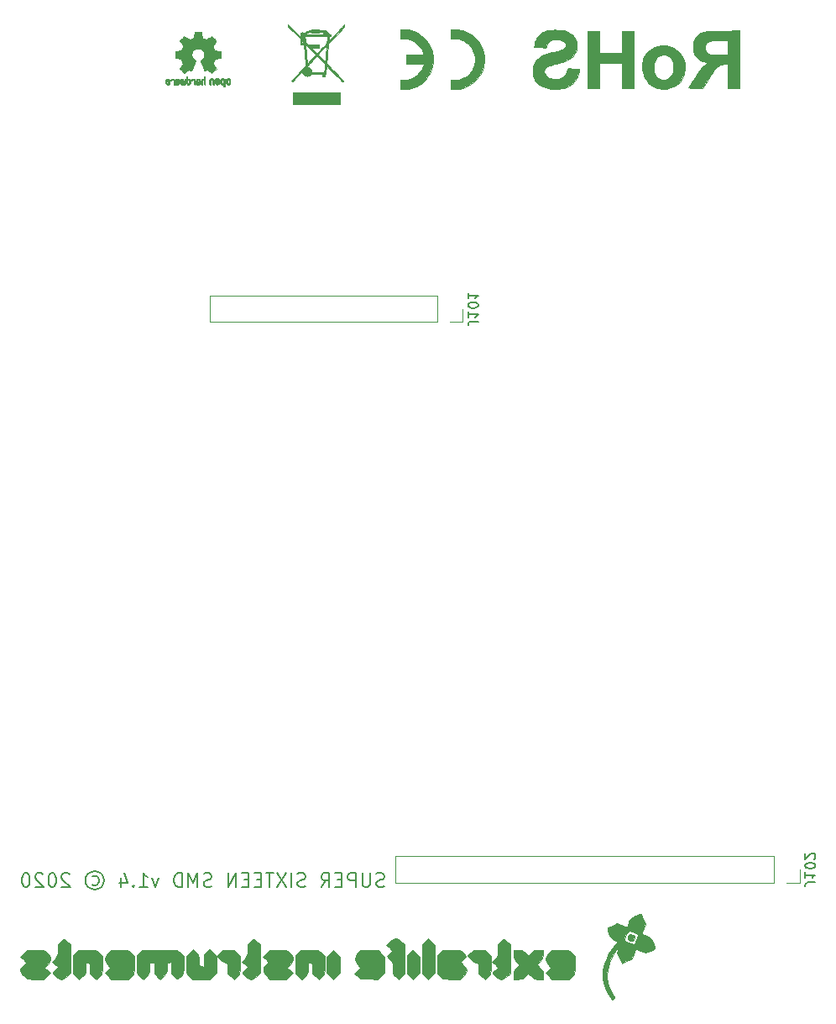
<source format=gbr>
G04 #@! TF.GenerationSoftware,KiCad,Pcbnew,(5.1.2)-1*
G04 #@! TF.CreationDate,2020-07-24T22:08:16-07:00*
G04 #@! TF.ProjectId,kicad-control-board-smt,6b696361-642d-4636-9f6e-74726f6c2d62,rev?*
G04 #@! TF.SameCoordinates,Original*
G04 #@! TF.FileFunction,Legend,Bot*
G04 #@! TF.FilePolarity,Positive*
%FSLAX46Y46*%
G04 Gerber Fmt 4.6, Leading zero omitted, Abs format (unit mm)*
G04 Created by KiCad (PCBNEW (5.1.2)-1) date 2020-07-24 22:08:16*
%MOMM*%
%LPD*%
G04 APERTURE LIST*
%ADD10C,0.150000*%
%ADD11C,0.010000*%
%ADD12C,0.120000*%
G04 APERTURE END LIST*
D10*
X57890666Y-105214666D02*
X57690666Y-105281333D01*
X57357333Y-105281333D01*
X57224000Y-105214666D01*
X57157333Y-105148000D01*
X57090666Y-105014666D01*
X57090666Y-104881333D01*
X57157333Y-104748000D01*
X57224000Y-104681333D01*
X57357333Y-104614666D01*
X57624000Y-104548000D01*
X57757333Y-104481333D01*
X57824000Y-104414666D01*
X57890666Y-104281333D01*
X57890666Y-104148000D01*
X57824000Y-104014666D01*
X57757333Y-103948000D01*
X57624000Y-103881333D01*
X57290666Y-103881333D01*
X57090666Y-103948000D01*
X56490666Y-103881333D02*
X56490666Y-105014666D01*
X56424000Y-105148000D01*
X56357333Y-105214666D01*
X56224000Y-105281333D01*
X55957333Y-105281333D01*
X55824000Y-105214666D01*
X55757333Y-105148000D01*
X55690666Y-105014666D01*
X55690666Y-103881333D01*
X55024000Y-105281333D02*
X55024000Y-103881333D01*
X54490666Y-103881333D01*
X54357333Y-103948000D01*
X54290666Y-104014666D01*
X54224000Y-104148000D01*
X54224000Y-104348000D01*
X54290666Y-104481333D01*
X54357333Y-104548000D01*
X54490666Y-104614666D01*
X55024000Y-104614666D01*
X53624000Y-104548000D02*
X53157333Y-104548000D01*
X52957333Y-105281333D02*
X53624000Y-105281333D01*
X53624000Y-103881333D01*
X52957333Y-103881333D01*
X51557333Y-105281333D02*
X52024000Y-104614666D01*
X52357333Y-105281333D02*
X52357333Y-103881333D01*
X51824000Y-103881333D01*
X51690666Y-103948000D01*
X51624000Y-104014666D01*
X51557333Y-104148000D01*
X51557333Y-104348000D01*
X51624000Y-104481333D01*
X51690666Y-104548000D01*
X51824000Y-104614666D01*
X52357333Y-104614666D01*
X49957333Y-105214666D02*
X49757333Y-105281333D01*
X49424000Y-105281333D01*
X49290666Y-105214666D01*
X49224000Y-105148000D01*
X49157333Y-105014666D01*
X49157333Y-104881333D01*
X49224000Y-104748000D01*
X49290666Y-104681333D01*
X49424000Y-104614666D01*
X49690666Y-104548000D01*
X49824000Y-104481333D01*
X49890666Y-104414666D01*
X49957333Y-104281333D01*
X49957333Y-104148000D01*
X49890666Y-104014666D01*
X49824000Y-103948000D01*
X49690666Y-103881333D01*
X49357333Y-103881333D01*
X49157333Y-103948000D01*
X48557333Y-105281333D02*
X48557333Y-103881333D01*
X48024000Y-103881333D02*
X47090666Y-105281333D01*
X47090666Y-103881333D02*
X48024000Y-105281333D01*
X46757333Y-103881333D02*
X45957333Y-103881333D01*
X46357333Y-105281333D02*
X46357333Y-103881333D01*
X45490666Y-104548000D02*
X45024000Y-104548000D01*
X44824000Y-105281333D02*
X45490666Y-105281333D01*
X45490666Y-103881333D01*
X44824000Y-103881333D01*
X44224000Y-104548000D02*
X43757333Y-104548000D01*
X43557333Y-105281333D02*
X44224000Y-105281333D01*
X44224000Y-103881333D01*
X43557333Y-103881333D01*
X42957333Y-105281333D02*
X42957333Y-103881333D01*
X42157333Y-105281333D01*
X42157333Y-103881333D01*
X40490666Y-105214666D02*
X40290666Y-105281333D01*
X39957333Y-105281333D01*
X39824000Y-105214666D01*
X39757333Y-105148000D01*
X39690666Y-105014666D01*
X39690666Y-104881333D01*
X39757333Y-104748000D01*
X39824000Y-104681333D01*
X39957333Y-104614666D01*
X40224000Y-104548000D01*
X40357333Y-104481333D01*
X40424000Y-104414666D01*
X40490666Y-104281333D01*
X40490666Y-104148000D01*
X40424000Y-104014666D01*
X40357333Y-103948000D01*
X40224000Y-103881333D01*
X39890666Y-103881333D01*
X39690666Y-103948000D01*
X39090666Y-105281333D02*
X39090666Y-103881333D01*
X38624000Y-104881333D01*
X38157333Y-103881333D01*
X38157333Y-105281333D01*
X37490666Y-105281333D02*
X37490666Y-103881333D01*
X37157333Y-103881333D01*
X36957333Y-103948000D01*
X36824000Y-104081333D01*
X36757333Y-104214666D01*
X36690666Y-104481333D01*
X36690666Y-104681333D01*
X36757333Y-104948000D01*
X36824000Y-105081333D01*
X36957333Y-105214666D01*
X37157333Y-105281333D01*
X37490666Y-105281333D01*
X35157333Y-104348000D02*
X34824000Y-105281333D01*
X34490666Y-104348000D01*
X33224000Y-105281333D02*
X34024000Y-105281333D01*
X33624000Y-105281333D02*
X33624000Y-103881333D01*
X33757333Y-104081333D01*
X33890666Y-104214666D01*
X34024000Y-104281333D01*
X32623999Y-105148000D02*
X32557333Y-105214666D01*
X32623999Y-105281333D01*
X32690666Y-105214666D01*
X32623999Y-105148000D01*
X32623999Y-105281333D01*
X31357333Y-104348000D02*
X31357333Y-105281333D01*
X31690666Y-103814666D02*
X32024000Y-104814666D01*
X31157333Y-104814666D01*
X28424000Y-104214666D02*
X28557333Y-104148000D01*
X28824000Y-104148000D01*
X28957333Y-104214666D01*
X29090666Y-104348000D01*
X29157333Y-104481333D01*
X29157333Y-104748000D01*
X29090666Y-104881333D01*
X28957333Y-105014666D01*
X28824000Y-105081333D01*
X28557333Y-105081333D01*
X28424000Y-105014666D01*
X28690666Y-103681333D02*
X29023999Y-103748000D01*
X29357333Y-103948000D01*
X29557333Y-104281333D01*
X29624000Y-104614666D01*
X29557333Y-104948000D01*
X29357333Y-105281333D01*
X29023999Y-105481333D01*
X28690666Y-105548000D01*
X28357333Y-105481333D01*
X28024000Y-105281333D01*
X27823999Y-104948000D01*
X27757333Y-104614666D01*
X27823999Y-104281333D01*
X28024000Y-103948000D01*
X28357333Y-103748000D01*
X28690666Y-103681333D01*
X26157333Y-104014666D02*
X26090666Y-103948000D01*
X25957333Y-103881333D01*
X25624000Y-103881333D01*
X25490666Y-103948000D01*
X25424000Y-104014666D01*
X25357333Y-104148000D01*
X25357333Y-104281333D01*
X25424000Y-104481333D01*
X26224000Y-105281333D01*
X25357333Y-105281333D01*
X24490666Y-103881333D02*
X24357333Y-103881333D01*
X24224000Y-103948000D01*
X24157333Y-104014666D01*
X24090666Y-104148000D01*
X24024000Y-104414666D01*
X24024000Y-104748000D01*
X24090666Y-105014666D01*
X24157333Y-105148000D01*
X24224000Y-105214666D01*
X24357333Y-105281333D01*
X24490666Y-105281333D01*
X24624000Y-105214666D01*
X24690666Y-105148000D01*
X24757333Y-105014666D01*
X24824000Y-104748000D01*
X24824000Y-104414666D01*
X24757333Y-104148000D01*
X24690666Y-104014666D01*
X24624000Y-103948000D01*
X24490666Y-103881333D01*
X23490666Y-104014666D02*
X23424000Y-103948000D01*
X23290666Y-103881333D01*
X22957333Y-103881333D01*
X22824000Y-103948000D01*
X22757333Y-104014666D01*
X22690666Y-104148000D01*
X22690666Y-104281333D01*
X22757333Y-104481333D01*
X23557333Y-105281333D01*
X22690666Y-105281333D01*
X21824000Y-103881333D02*
X21690666Y-103881333D01*
X21557333Y-103948000D01*
X21490666Y-104014666D01*
X21424000Y-104148000D01*
X21357333Y-104414666D01*
X21357333Y-104748000D01*
X21424000Y-105014666D01*
X21490666Y-105148000D01*
X21557333Y-105214666D01*
X21690666Y-105281333D01*
X21824000Y-105281333D01*
X21957333Y-105214666D01*
X22024000Y-105148000D01*
X22090666Y-105014666D01*
X22157333Y-104748000D01*
X22157333Y-104414666D01*
X22090666Y-104148000D01*
X22024000Y-104014666D01*
X21957333Y-103948000D01*
X21824000Y-103881333D01*
D11*
G36*
X41516256Y-23763918D02*
G01*
X41460799Y-23791568D01*
X41411852Y-23842480D01*
X41398371Y-23861338D01*
X41383686Y-23886015D01*
X41374158Y-23912816D01*
X41368707Y-23948587D01*
X41366253Y-24000169D01*
X41365714Y-24068267D01*
X41368148Y-24161588D01*
X41376606Y-24231657D01*
X41392826Y-24283931D01*
X41418546Y-24323869D01*
X41455503Y-24356929D01*
X41458218Y-24358886D01*
X41494640Y-24378908D01*
X41538498Y-24388815D01*
X41594276Y-24391257D01*
X41684952Y-24391257D01*
X41684990Y-24479283D01*
X41685834Y-24528308D01*
X41690976Y-24557065D01*
X41704413Y-24574311D01*
X41730142Y-24588808D01*
X41736321Y-24591769D01*
X41765236Y-24605648D01*
X41787624Y-24614414D01*
X41804271Y-24615171D01*
X41815964Y-24605023D01*
X41823490Y-24581073D01*
X41827634Y-24540426D01*
X41829185Y-24480186D01*
X41828929Y-24397455D01*
X41827651Y-24289339D01*
X41827252Y-24257000D01*
X41825815Y-24145524D01*
X41824528Y-24072603D01*
X41685029Y-24072603D01*
X41684245Y-24134499D01*
X41680760Y-24174997D01*
X41672876Y-24201708D01*
X41658895Y-24222244D01*
X41649403Y-24232260D01*
X41610596Y-24261567D01*
X41576237Y-24263952D01*
X41540784Y-24239750D01*
X41539886Y-24238857D01*
X41525461Y-24220153D01*
X41516687Y-24194732D01*
X41512261Y-24155584D01*
X41510882Y-24095697D01*
X41510857Y-24082430D01*
X41514188Y-23999901D01*
X41525031Y-23942691D01*
X41544660Y-23907766D01*
X41574350Y-23892094D01*
X41591509Y-23890514D01*
X41632234Y-23897926D01*
X41660168Y-23922330D01*
X41676983Y-23966980D01*
X41684350Y-24035130D01*
X41685029Y-24072603D01*
X41824528Y-24072603D01*
X41824292Y-24059245D01*
X41822323Y-23994333D01*
X41819550Y-23946958D01*
X41815612Y-23913290D01*
X41810151Y-23889498D01*
X41802808Y-23871753D01*
X41793223Y-23856224D01*
X41789113Y-23850381D01*
X41734595Y-23795185D01*
X41665664Y-23763890D01*
X41585928Y-23755165D01*
X41516256Y-23763918D01*
X41516256Y-23763918D01*
G37*
X41516256Y-23763918D02*
X41460799Y-23791568D01*
X41411852Y-23842480D01*
X41398371Y-23861338D01*
X41383686Y-23886015D01*
X41374158Y-23912816D01*
X41368707Y-23948587D01*
X41366253Y-24000169D01*
X41365714Y-24068267D01*
X41368148Y-24161588D01*
X41376606Y-24231657D01*
X41392826Y-24283931D01*
X41418546Y-24323869D01*
X41455503Y-24356929D01*
X41458218Y-24358886D01*
X41494640Y-24378908D01*
X41538498Y-24388815D01*
X41594276Y-24391257D01*
X41684952Y-24391257D01*
X41684990Y-24479283D01*
X41685834Y-24528308D01*
X41690976Y-24557065D01*
X41704413Y-24574311D01*
X41730142Y-24588808D01*
X41736321Y-24591769D01*
X41765236Y-24605648D01*
X41787624Y-24614414D01*
X41804271Y-24615171D01*
X41815964Y-24605023D01*
X41823490Y-24581073D01*
X41827634Y-24540426D01*
X41829185Y-24480186D01*
X41828929Y-24397455D01*
X41827651Y-24289339D01*
X41827252Y-24257000D01*
X41825815Y-24145524D01*
X41824528Y-24072603D01*
X41685029Y-24072603D01*
X41684245Y-24134499D01*
X41680760Y-24174997D01*
X41672876Y-24201708D01*
X41658895Y-24222244D01*
X41649403Y-24232260D01*
X41610596Y-24261567D01*
X41576237Y-24263952D01*
X41540784Y-24239750D01*
X41539886Y-24238857D01*
X41525461Y-24220153D01*
X41516687Y-24194732D01*
X41512261Y-24155584D01*
X41510882Y-24095697D01*
X41510857Y-24082430D01*
X41514188Y-23999901D01*
X41525031Y-23942691D01*
X41544660Y-23907766D01*
X41574350Y-23892094D01*
X41591509Y-23890514D01*
X41632234Y-23897926D01*
X41660168Y-23922330D01*
X41676983Y-23966980D01*
X41684350Y-24035130D01*
X41685029Y-24072603D01*
X41824528Y-24072603D01*
X41824292Y-24059245D01*
X41822323Y-23994333D01*
X41819550Y-23946958D01*
X41815612Y-23913290D01*
X41810151Y-23889498D01*
X41802808Y-23871753D01*
X41793223Y-23856224D01*
X41789113Y-23850381D01*
X41734595Y-23795185D01*
X41665664Y-23763890D01*
X41585928Y-23755165D01*
X41516256Y-23763918D01*
G36*
X40399907Y-23771780D02*
G01*
X40353328Y-23798723D01*
X40320943Y-23825466D01*
X40297258Y-23853484D01*
X40280941Y-23887748D01*
X40270661Y-23933227D01*
X40265086Y-23994892D01*
X40262884Y-24077711D01*
X40262629Y-24137246D01*
X40262629Y-24356391D01*
X40324314Y-24384044D01*
X40386000Y-24411697D01*
X40393257Y-24171670D01*
X40396256Y-24082028D01*
X40399402Y-24016962D01*
X40403299Y-23972026D01*
X40408553Y-23942770D01*
X40415769Y-23924748D01*
X40425550Y-23913511D01*
X40428688Y-23911079D01*
X40476239Y-23892083D01*
X40524303Y-23899600D01*
X40552914Y-23919543D01*
X40564553Y-23933675D01*
X40572609Y-23952220D01*
X40577729Y-23980334D01*
X40580559Y-24023173D01*
X40581744Y-24085895D01*
X40581943Y-24151261D01*
X40581982Y-24233268D01*
X40583386Y-24291316D01*
X40588086Y-24330465D01*
X40598013Y-24355780D01*
X40615097Y-24372323D01*
X40641268Y-24385156D01*
X40676225Y-24398491D01*
X40714404Y-24413007D01*
X40709859Y-24155389D01*
X40708029Y-24062519D01*
X40705888Y-23993889D01*
X40702819Y-23944711D01*
X40698206Y-23910198D01*
X40691432Y-23885562D01*
X40681881Y-23866016D01*
X40670366Y-23848770D01*
X40614810Y-23793680D01*
X40547020Y-23761822D01*
X40473287Y-23754191D01*
X40399907Y-23771780D01*
X40399907Y-23771780D01*
G37*
X40399907Y-23771780D02*
X40353328Y-23798723D01*
X40320943Y-23825466D01*
X40297258Y-23853484D01*
X40280941Y-23887748D01*
X40270661Y-23933227D01*
X40265086Y-23994892D01*
X40262884Y-24077711D01*
X40262629Y-24137246D01*
X40262629Y-24356391D01*
X40324314Y-24384044D01*
X40386000Y-24411697D01*
X40393257Y-24171670D01*
X40396256Y-24082028D01*
X40399402Y-24016962D01*
X40403299Y-23972026D01*
X40408553Y-23942770D01*
X40415769Y-23924748D01*
X40425550Y-23913511D01*
X40428688Y-23911079D01*
X40476239Y-23892083D01*
X40524303Y-23899600D01*
X40552914Y-23919543D01*
X40564553Y-23933675D01*
X40572609Y-23952220D01*
X40577729Y-23980334D01*
X40580559Y-24023173D01*
X40581744Y-24085895D01*
X40581943Y-24151261D01*
X40581982Y-24233268D01*
X40583386Y-24291316D01*
X40588086Y-24330465D01*
X40598013Y-24355780D01*
X40615097Y-24372323D01*
X40641268Y-24385156D01*
X40676225Y-24398491D01*
X40714404Y-24413007D01*
X40709859Y-24155389D01*
X40708029Y-24062519D01*
X40705888Y-23993889D01*
X40702819Y-23944711D01*
X40698206Y-23910198D01*
X40691432Y-23885562D01*
X40681881Y-23866016D01*
X40670366Y-23848770D01*
X40614810Y-23793680D01*
X40547020Y-23761822D01*
X40473287Y-23754191D01*
X40399907Y-23771780D01*
G36*
X42074885Y-23765962D02*
G01*
X42006855Y-23801733D01*
X41956649Y-23859301D01*
X41938815Y-23896312D01*
X41924937Y-23951882D01*
X41917833Y-24022096D01*
X41917160Y-24098727D01*
X41922573Y-24173552D01*
X41933730Y-24238342D01*
X41950286Y-24284873D01*
X41955374Y-24292887D01*
X42015645Y-24352707D01*
X42087231Y-24388535D01*
X42164908Y-24399020D01*
X42243452Y-24382810D01*
X42265311Y-24373092D01*
X42307878Y-24343143D01*
X42345237Y-24303433D01*
X42348768Y-24298397D01*
X42363119Y-24274124D01*
X42372606Y-24248178D01*
X42378210Y-24214022D01*
X42380914Y-24165119D01*
X42381701Y-24094935D01*
X42381714Y-24079200D01*
X42381678Y-24074192D01*
X42236571Y-24074192D01*
X42235727Y-24140430D01*
X42232404Y-24184386D01*
X42225417Y-24212779D01*
X42213584Y-24232325D01*
X42207543Y-24238857D01*
X42172814Y-24263680D01*
X42139097Y-24262548D01*
X42105005Y-24241016D01*
X42084671Y-24218029D01*
X42072629Y-24184478D01*
X42065866Y-24131569D01*
X42065402Y-24125399D01*
X42064248Y-24029513D01*
X42076312Y-23958299D01*
X42101430Y-23912194D01*
X42139440Y-23891635D01*
X42153008Y-23890514D01*
X42188636Y-23896152D01*
X42213006Y-23915686D01*
X42227907Y-23953042D01*
X42235125Y-24012150D01*
X42236571Y-24074192D01*
X42381678Y-24074192D01*
X42381174Y-24004413D01*
X42378904Y-23952159D01*
X42373932Y-23915949D01*
X42365287Y-23889299D01*
X42351995Y-23865722D01*
X42349057Y-23861338D01*
X42299687Y-23802249D01*
X42245891Y-23767947D01*
X42180398Y-23754331D01*
X42158158Y-23753665D01*
X42074885Y-23765962D01*
X42074885Y-23765962D01*
G37*
X42074885Y-23765962D02*
X42006855Y-23801733D01*
X41956649Y-23859301D01*
X41938815Y-23896312D01*
X41924937Y-23951882D01*
X41917833Y-24022096D01*
X41917160Y-24098727D01*
X41922573Y-24173552D01*
X41933730Y-24238342D01*
X41950286Y-24284873D01*
X41955374Y-24292887D01*
X42015645Y-24352707D01*
X42087231Y-24388535D01*
X42164908Y-24399020D01*
X42243452Y-24382810D01*
X42265311Y-24373092D01*
X42307878Y-24343143D01*
X42345237Y-24303433D01*
X42348768Y-24298397D01*
X42363119Y-24274124D01*
X42372606Y-24248178D01*
X42378210Y-24214022D01*
X42380914Y-24165119D01*
X42381701Y-24094935D01*
X42381714Y-24079200D01*
X42381678Y-24074192D01*
X42236571Y-24074192D01*
X42235727Y-24140430D01*
X42232404Y-24184386D01*
X42225417Y-24212779D01*
X42213584Y-24232325D01*
X42207543Y-24238857D01*
X42172814Y-24263680D01*
X42139097Y-24262548D01*
X42105005Y-24241016D01*
X42084671Y-24218029D01*
X42072629Y-24184478D01*
X42065866Y-24131569D01*
X42065402Y-24125399D01*
X42064248Y-24029513D01*
X42076312Y-23958299D01*
X42101430Y-23912194D01*
X42139440Y-23891635D01*
X42153008Y-23890514D01*
X42188636Y-23896152D01*
X42213006Y-23915686D01*
X42227907Y-23953042D01*
X42235125Y-24012150D01*
X42236571Y-24074192D01*
X42381678Y-24074192D01*
X42381174Y-24004413D01*
X42378904Y-23952159D01*
X42373932Y-23915949D01*
X42365287Y-23889299D01*
X42351995Y-23865722D01*
X42349057Y-23861338D01*
X42299687Y-23802249D01*
X42245891Y-23767947D01*
X42180398Y-23754331D01*
X42158158Y-23753665D01*
X42074885Y-23765962D01*
G36*
X40947697Y-23775239D02*
G01*
X40890473Y-23813735D01*
X40846251Y-23869335D01*
X40819833Y-23940086D01*
X40814490Y-23992162D01*
X40815097Y-24013893D01*
X40820178Y-24030531D01*
X40834145Y-24045437D01*
X40861411Y-24061973D01*
X40906388Y-24083498D01*
X40973489Y-24113374D01*
X40973829Y-24113524D01*
X41035593Y-24141813D01*
X41086241Y-24166933D01*
X41120596Y-24186179D01*
X41133482Y-24196848D01*
X41133486Y-24196934D01*
X41122128Y-24220166D01*
X41095569Y-24245774D01*
X41065077Y-24264221D01*
X41049630Y-24267886D01*
X41007485Y-24255212D01*
X40971192Y-24223471D01*
X40953483Y-24188572D01*
X40936448Y-24162845D01*
X40903078Y-24133546D01*
X40863851Y-24108235D01*
X40829244Y-24094471D01*
X40822007Y-24093714D01*
X40813861Y-24106160D01*
X40813370Y-24137972D01*
X40819357Y-24180866D01*
X40830643Y-24226558D01*
X40846050Y-24266761D01*
X40846829Y-24268322D01*
X40893196Y-24333062D01*
X40953289Y-24377097D01*
X41021535Y-24398711D01*
X41092362Y-24396185D01*
X41160196Y-24367804D01*
X41163212Y-24365808D01*
X41216573Y-24317448D01*
X41251660Y-24254352D01*
X41271078Y-24171387D01*
X41273684Y-24148078D01*
X41278299Y-24038055D01*
X41272767Y-23986748D01*
X41133486Y-23986748D01*
X41131676Y-24018753D01*
X41121778Y-24028093D01*
X41097102Y-24021105D01*
X41058205Y-24004587D01*
X41014725Y-23983881D01*
X41013644Y-23983333D01*
X40976791Y-23963949D01*
X40962000Y-23951013D01*
X40965647Y-23937451D01*
X40981005Y-23919632D01*
X41020077Y-23893845D01*
X41062154Y-23891950D01*
X41099897Y-23910717D01*
X41125966Y-23946915D01*
X41133486Y-23986748D01*
X41272767Y-23986748D01*
X41268806Y-23950027D01*
X41244450Y-23880212D01*
X41210544Y-23831302D01*
X41149347Y-23781878D01*
X41081937Y-23757359D01*
X41013120Y-23755797D01*
X40947697Y-23775239D01*
X40947697Y-23775239D01*
G37*
X40947697Y-23775239D02*
X40890473Y-23813735D01*
X40846251Y-23869335D01*
X40819833Y-23940086D01*
X40814490Y-23992162D01*
X40815097Y-24013893D01*
X40820178Y-24030531D01*
X40834145Y-24045437D01*
X40861411Y-24061973D01*
X40906388Y-24083498D01*
X40973489Y-24113374D01*
X40973829Y-24113524D01*
X41035593Y-24141813D01*
X41086241Y-24166933D01*
X41120596Y-24186179D01*
X41133482Y-24196848D01*
X41133486Y-24196934D01*
X41122128Y-24220166D01*
X41095569Y-24245774D01*
X41065077Y-24264221D01*
X41049630Y-24267886D01*
X41007485Y-24255212D01*
X40971192Y-24223471D01*
X40953483Y-24188572D01*
X40936448Y-24162845D01*
X40903078Y-24133546D01*
X40863851Y-24108235D01*
X40829244Y-24094471D01*
X40822007Y-24093714D01*
X40813861Y-24106160D01*
X40813370Y-24137972D01*
X40819357Y-24180866D01*
X40830643Y-24226558D01*
X40846050Y-24266761D01*
X40846829Y-24268322D01*
X40893196Y-24333062D01*
X40953289Y-24377097D01*
X41021535Y-24398711D01*
X41092362Y-24396185D01*
X41160196Y-24367804D01*
X41163212Y-24365808D01*
X41216573Y-24317448D01*
X41251660Y-24254352D01*
X41271078Y-24171387D01*
X41273684Y-24148078D01*
X41278299Y-24038055D01*
X41272767Y-23986748D01*
X41133486Y-23986748D01*
X41131676Y-24018753D01*
X41121778Y-24028093D01*
X41097102Y-24021105D01*
X41058205Y-24004587D01*
X41014725Y-23983881D01*
X41013644Y-23983333D01*
X40976791Y-23963949D01*
X40962000Y-23951013D01*
X40965647Y-23937451D01*
X40981005Y-23919632D01*
X41020077Y-23893845D01*
X41062154Y-23891950D01*
X41099897Y-23910717D01*
X41125966Y-23946915D01*
X41133486Y-23986748D01*
X41272767Y-23986748D01*
X41268806Y-23950027D01*
X41244450Y-23880212D01*
X41210544Y-23831302D01*
X41149347Y-23781878D01*
X41081937Y-23757359D01*
X41013120Y-23755797D01*
X40947697Y-23775239D01*
G36*
X39740114Y-23695289D02*
G01*
X39735861Y-23754613D01*
X39730975Y-23789572D01*
X39724205Y-23804820D01*
X39714298Y-23805015D01*
X39711086Y-23803195D01*
X39668356Y-23790015D01*
X39612773Y-23790785D01*
X39556263Y-23804333D01*
X39520918Y-23821861D01*
X39484679Y-23849861D01*
X39458187Y-23881549D01*
X39440001Y-23921813D01*
X39428678Y-23975543D01*
X39422778Y-24047626D01*
X39420857Y-24142951D01*
X39420823Y-24161237D01*
X39420800Y-24366646D01*
X39466509Y-24382580D01*
X39498973Y-24393420D01*
X39516785Y-24398468D01*
X39517309Y-24398514D01*
X39519063Y-24384828D01*
X39520556Y-24347076D01*
X39521674Y-24290224D01*
X39522303Y-24219234D01*
X39522400Y-24176073D01*
X39522602Y-24090973D01*
X39523642Y-24029981D01*
X39526169Y-23988177D01*
X39530836Y-23960642D01*
X39538293Y-23942456D01*
X39549189Y-23928698D01*
X39555993Y-23922073D01*
X39602728Y-23895375D01*
X39653728Y-23893375D01*
X39699999Y-23915955D01*
X39708556Y-23924107D01*
X39721107Y-23939436D01*
X39729812Y-23957618D01*
X39735369Y-23983909D01*
X39738474Y-24023562D01*
X39739824Y-24081832D01*
X39740114Y-24162173D01*
X39740114Y-24366646D01*
X39785823Y-24382580D01*
X39818287Y-24393420D01*
X39836099Y-24398468D01*
X39836623Y-24398514D01*
X39837963Y-24384623D01*
X39839172Y-24345439D01*
X39840199Y-24284700D01*
X39840998Y-24206141D01*
X39841519Y-24113498D01*
X39841714Y-24010509D01*
X39841714Y-23613342D01*
X39794543Y-23593444D01*
X39747371Y-23573547D01*
X39740114Y-23695289D01*
X39740114Y-23695289D01*
G37*
X39740114Y-23695289D02*
X39735861Y-23754613D01*
X39730975Y-23789572D01*
X39724205Y-23804820D01*
X39714298Y-23805015D01*
X39711086Y-23803195D01*
X39668356Y-23790015D01*
X39612773Y-23790785D01*
X39556263Y-23804333D01*
X39520918Y-23821861D01*
X39484679Y-23849861D01*
X39458187Y-23881549D01*
X39440001Y-23921813D01*
X39428678Y-23975543D01*
X39422778Y-24047626D01*
X39420857Y-24142951D01*
X39420823Y-24161237D01*
X39420800Y-24366646D01*
X39466509Y-24382580D01*
X39498973Y-24393420D01*
X39516785Y-24398468D01*
X39517309Y-24398514D01*
X39519063Y-24384828D01*
X39520556Y-24347076D01*
X39521674Y-24290224D01*
X39522303Y-24219234D01*
X39522400Y-24176073D01*
X39522602Y-24090973D01*
X39523642Y-24029981D01*
X39526169Y-23988177D01*
X39530836Y-23960642D01*
X39538293Y-23942456D01*
X39549189Y-23928698D01*
X39555993Y-23922073D01*
X39602728Y-23895375D01*
X39653728Y-23893375D01*
X39699999Y-23915955D01*
X39708556Y-23924107D01*
X39721107Y-23939436D01*
X39729812Y-23957618D01*
X39735369Y-23983909D01*
X39738474Y-24023562D01*
X39739824Y-24081832D01*
X39740114Y-24162173D01*
X39740114Y-24366646D01*
X39785823Y-24382580D01*
X39818287Y-24393420D01*
X39836099Y-24398468D01*
X39836623Y-24398514D01*
X39837963Y-24384623D01*
X39839172Y-24345439D01*
X39840199Y-24284700D01*
X39840998Y-24206141D01*
X39841519Y-24113498D01*
X39841714Y-24010509D01*
X39841714Y-23613342D01*
X39794543Y-23593444D01*
X39747371Y-23573547D01*
X39740114Y-23695289D01*
G36*
X39076256Y-23794968D02*
G01*
X39019384Y-23816087D01*
X39018733Y-23816493D01*
X38983560Y-23842380D01*
X38957593Y-23872633D01*
X38939330Y-23912058D01*
X38927268Y-23965462D01*
X38919904Y-24037651D01*
X38915736Y-24133432D01*
X38915371Y-24147078D01*
X38910124Y-24352842D01*
X38954284Y-24375678D01*
X38986237Y-24391110D01*
X39005530Y-24398423D01*
X39006422Y-24398514D01*
X39009761Y-24385022D01*
X39012413Y-24348626D01*
X39014044Y-24295452D01*
X39014400Y-24252393D01*
X39014408Y-24182641D01*
X39017597Y-24138837D01*
X39028712Y-24117944D01*
X39052499Y-24116925D01*
X39093704Y-24132741D01*
X39155914Y-24161815D01*
X39201659Y-24185963D01*
X39225187Y-24206913D01*
X39232104Y-24229747D01*
X39232114Y-24230877D01*
X39220701Y-24270212D01*
X39186908Y-24291462D01*
X39135191Y-24294539D01*
X39097939Y-24294006D01*
X39078297Y-24304735D01*
X39066048Y-24330505D01*
X39058998Y-24363337D01*
X39069158Y-24381966D01*
X39072983Y-24384632D01*
X39108999Y-24395340D01*
X39159434Y-24396856D01*
X39211374Y-24389759D01*
X39248178Y-24376788D01*
X39299062Y-24333585D01*
X39327986Y-24273446D01*
X39333714Y-24226462D01*
X39329343Y-24184082D01*
X39313525Y-24149488D01*
X39282203Y-24118763D01*
X39231322Y-24087990D01*
X39156824Y-24053252D01*
X39152286Y-24051288D01*
X39085179Y-24020287D01*
X39043768Y-23994862D01*
X39026019Y-23972014D01*
X39029893Y-23948745D01*
X39053357Y-23922056D01*
X39060373Y-23915914D01*
X39107370Y-23892100D01*
X39156067Y-23893103D01*
X39198478Y-23916451D01*
X39226616Y-23959675D01*
X39229231Y-23968160D01*
X39254692Y-24009308D01*
X39286999Y-24029128D01*
X39333714Y-24048770D01*
X39333714Y-23997950D01*
X39319504Y-23924082D01*
X39277325Y-23856327D01*
X39255376Y-23833661D01*
X39205483Y-23804569D01*
X39142033Y-23791400D01*
X39076256Y-23794968D01*
X39076256Y-23794968D01*
G37*
X39076256Y-23794968D02*
X39019384Y-23816087D01*
X39018733Y-23816493D01*
X38983560Y-23842380D01*
X38957593Y-23872633D01*
X38939330Y-23912058D01*
X38927268Y-23965462D01*
X38919904Y-24037651D01*
X38915736Y-24133432D01*
X38915371Y-24147078D01*
X38910124Y-24352842D01*
X38954284Y-24375678D01*
X38986237Y-24391110D01*
X39005530Y-24398423D01*
X39006422Y-24398514D01*
X39009761Y-24385022D01*
X39012413Y-24348626D01*
X39014044Y-24295452D01*
X39014400Y-24252393D01*
X39014408Y-24182641D01*
X39017597Y-24138837D01*
X39028712Y-24117944D01*
X39052499Y-24116925D01*
X39093704Y-24132741D01*
X39155914Y-24161815D01*
X39201659Y-24185963D01*
X39225187Y-24206913D01*
X39232104Y-24229747D01*
X39232114Y-24230877D01*
X39220701Y-24270212D01*
X39186908Y-24291462D01*
X39135191Y-24294539D01*
X39097939Y-24294006D01*
X39078297Y-24304735D01*
X39066048Y-24330505D01*
X39058998Y-24363337D01*
X39069158Y-24381966D01*
X39072983Y-24384632D01*
X39108999Y-24395340D01*
X39159434Y-24396856D01*
X39211374Y-24389759D01*
X39248178Y-24376788D01*
X39299062Y-24333585D01*
X39327986Y-24273446D01*
X39333714Y-24226462D01*
X39329343Y-24184082D01*
X39313525Y-24149488D01*
X39282203Y-24118763D01*
X39231322Y-24087990D01*
X39156824Y-24053252D01*
X39152286Y-24051288D01*
X39085179Y-24020287D01*
X39043768Y-23994862D01*
X39026019Y-23972014D01*
X39029893Y-23948745D01*
X39053357Y-23922056D01*
X39060373Y-23915914D01*
X39107370Y-23892100D01*
X39156067Y-23893103D01*
X39198478Y-23916451D01*
X39226616Y-23959675D01*
X39229231Y-23968160D01*
X39254692Y-24009308D01*
X39286999Y-24029128D01*
X39333714Y-24048770D01*
X39333714Y-23997950D01*
X39319504Y-23924082D01*
X39277325Y-23856327D01*
X39255376Y-23833661D01*
X39205483Y-23804569D01*
X39142033Y-23791400D01*
X39076256Y-23794968D01*
G36*
X38586074Y-23793755D02*
G01*
X38520142Y-23818084D01*
X38466727Y-23861117D01*
X38445836Y-23891409D01*
X38423061Y-23946994D01*
X38423534Y-23987186D01*
X38447438Y-24014217D01*
X38456283Y-24018813D01*
X38494470Y-24033144D01*
X38513972Y-24029472D01*
X38520578Y-24005407D01*
X38520914Y-23992114D01*
X38533008Y-23943210D01*
X38564529Y-23908999D01*
X38608341Y-23892476D01*
X38657305Y-23896634D01*
X38697106Y-23918227D01*
X38710550Y-23930544D01*
X38720079Y-23945487D01*
X38726515Y-23968075D01*
X38730683Y-24003328D01*
X38733403Y-24056266D01*
X38735498Y-24131907D01*
X38736040Y-24155857D01*
X38738019Y-24237790D01*
X38740269Y-24295455D01*
X38743643Y-24333608D01*
X38748994Y-24357004D01*
X38757176Y-24370398D01*
X38769041Y-24378545D01*
X38776638Y-24382144D01*
X38808898Y-24394452D01*
X38827889Y-24398514D01*
X38834164Y-24384948D01*
X38837994Y-24343934D01*
X38839400Y-24274999D01*
X38838402Y-24177669D01*
X38838092Y-24162657D01*
X38835899Y-24073859D01*
X38833307Y-24009019D01*
X38829618Y-23963067D01*
X38824136Y-23930935D01*
X38816165Y-23907553D01*
X38805007Y-23887852D01*
X38799170Y-23879410D01*
X38765704Y-23842057D01*
X38728273Y-23813003D01*
X38723691Y-23810467D01*
X38656574Y-23790443D01*
X38586074Y-23793755D01*
X38586074Y-23793755D01*
G37*
X38586074Y-23793755D02*
X38520142Y-23818084D01*
X38466727Y-23861117D01*
X38445836Y-23891409D01*
X38423061Y-23946994D01*
X38423534Y-23987186D01*
X38447438Y-24014217D01*
X38456283Y-24018813D01*
X38494470Y-24033144D01*
X38513972Y-24029472D01*
X38520578Y-24005407D01*
X38520914Y-23992114D01*
X38533008Y-23943210D01*
X38564529Y-23908999D01*
X38608341Y-23892476D01*
X38657305Y-23896634D01*
X38697106Y-23918227D01*
X38710550Y-23930544D01*
X38720079Y-23945487D01*
X38726515Y-23968075D01*
X38730683Y-24003328D01*
X38733403Y-24056266D01*
X38735498Y-24131907D01*
X38736040Y-24155857D01*
X38738019Y-24237790D01*
X38740269Y-24295455D01*
X38743643Y-24333608D01*
X38748994Y-24357004D01*
X38757176Y-24370398D01*
X38769041Y-24378545D01*
X38776638Y-24382144D01*
X38808898Y-24394452D01*
X38827889Y-24398514D01*
X38834164Y-24384948D01*
X38837994Y-24343934D01*
X38839400Y-24274999D01*
X38838402Y-24177669D01*
X38838092Y-24162657D01*
X38835899Y-24073859D01*
X38833307Y-24009019D01*
X38829618Y-23963067D01*
X38824136Y-23930935D01*
X38816165Y-23907553D01*
X38805007Y-23887852D01*
X38799170Y-23879410D01*
X38765704Y-23842057D01*
X38728273Y-23813003D01*
X38723691Y-23810467D01*
X38656574Y-23790443D01*
X38586074Y-23793755D01*
G36*
X37925883Y-23909358D02*
G01*
X37926067Y-24017837D01*
X37926781Y-24101287D01*
X37928325Y-24163704D01*
X37930999Y-24209085D01*
X37935106Y-24241429D01*
X37940945Y-24264733D01*
X37948818Y-24282995D01*
X37954779Y-24293418D01*
X38004145Y-24349945D01*
X38066736Y-24385377D01*
X38135987Y-24398090D01*
X38205332Y-24386463D01*
X38246625Y-24365568D01*
X38289975Y-24329422D01*
X38319519Y-24285276D01*
X38337345Y-24227462D01*
X38345537Y-24150313D01*
X38346698Y-24093714D01*
X38346542Y-24089647D01*
X38245143Y-24089647D01*
X38244524Y-24154550D01*
X38241686Y-24197514D01*
X38235160Y-24225622D01*
X38223477Y-24245953D01*
X38209517Y-24261288D01*
X38162635Y-24290890D01*
X38112299Y-24293419D01*
X38064724Y-24268705D01*
X38061021Y-24265356D01*
X38045217Y-24247935D01*
X38035307Y-24227209D01*
X38029942Y-24196362D01*
X38027772Y-24148577D01*
X38027429Y-24095748D01*
X38028173Y-24029381D01*
X38031252Y-23985106D01*
X38037939Y-23956009D01*
X38049504Y-23935173D01*
X38058987Y-23924107D01*
X38103040Y-23896198D01*
X38153776Y-23892843D01*
X38202204Y-23914159D01*
X38211550Y-23922073D01*
X38227460Y-23939647D01*
X38237390Y-23960587D01*
X38242722Y-23991782D01*
X38244837Y-24040122D01*
X38245143Y-24089647D01*
X38346542Y-24089647D01*
X38343190Y-24002568D01*
X38331274Y-23934086D01*
X38308865Y-23882600D01*
X38273876Y-23842443D01*
X38246625Y-23821861D01*
X38197093Y-23799625D01*
X38139684Y-23789304D01*
X38086318Y-23792067D01*
X38056457Y-23803212D01*
X38044739Y-23806383D01*
X38036963Y-23794557D01*
X38031535Y-23762866D01*
X38027429Y-23714593D01*
X38022933Y-23660829D01*
X38016687Y-23628482D01*
X38005324Y-23609985D01*
X37985472Y-23597770D01*
X37973000Y-23592362D01*
X37925829Y-23572601D01*
X37925883Y-23909358D01*
X37925883Y-23909358D01*
G37*
X37925883Y-23909358D02*
X37926067Y-24017837D01*
X37926781Y-24101287D01*
X37928325Y-24163704D01*
X37930999Y-24209085D01*
X37935106Y-24241429D01*
X37940945Y-24264733D01*
X37948818Y-24282995D01*
X37954779Y-24293418D01*
X38004145Y-24349945D01*
X38066736Y-24385377D01*
X38135987Y-24398090D01*
X38205332Y-24386463D01*
X38246625Y-24365568D01*
X38289975Y-24329422D01*
X38319519Y-24285276D01*
X38337345Y-24227462D01*
X38345537Y-24150313D01*
X38346698Y-24093714D01*
X38346542Y-24089647D01*
X38245143Y-24089647D01*
X38244524Y-24154550D01*
X38241686Y-24197514D01*
X38235160Y-24225622D01*
X38223477Y-24245953D01*
X38209517Y-24261288D01*
X38162635Y-24290890D01*
X38112299Y-24293419D01*
X38064724Y-24268705D01*
X38061021Y-24265356D01*
X38045217Y-24247935D01*
X38035307Y-24227209D01*
X38029942Y-24196362D01*
X38027772Y-24148577D01*
X38027429Y-24095748D01*
X38028173Y-24029381D01*
X38031252Y-23985106D01*
X38037939Y-23956009D01*
X38049504Y-23935173D01*
X38058987Y-23924107D01*
X38103040Y-23896198D01*
X38153776Y-23892843D01*
X38202204Y-23914159D01*
X38211550Y-23922073D01*
X38227460Y-23939647D01*
X38237390Y-23960587D01*
X38242722Y-23991782D01*
X38244837Y-24040122D01*
X38245143Y-24089647D01*
X38346542Y-24089647D01*
X38343190Y-24002568D01*
X38331274Y-23934086D01*
X38308865Y-23882600D01*
X38273876Y-23842443D01*
X38246625Y-23821861D01*
X38197093Y-23799625D01*
X38139684Y-23789304D01*
X38086318Y-23792067D01*
X38056457Y-23803212D01*
X38044739Y-23806383D01*
X38036963Y-23794557D01*
X38031535Y-23762866D01*
X38027429Y-23714593D01*
X38022933Y-23660829D01*
X38016687Y-23628482D01*
X38005324Y-23609985D01*
X37985472Y-23597770D01*
X37973000Y-23592362D01*
X37925829Y-23572601D01*
X37925883Y-23909358D01*
G36*
X37336167Y-23802663D02*
G01*
X37333952Y-23840850D01*
X37332216Y-23898886D01*
X37331101Y-23972180D01*
X37330743Y-24049055D01*
X37330743Y-24309196D01*
X37376674Y-24355127D01*
X37408325Y-24383429D01*
X37436110Y-24394893D01*
X37474085Y-24394168D01*
X37489160Y-24392321D01*
X37536274Y-24386948D01*
X37575244Y-24383869D01*
X37584743Y-24383585D01*
X37616767Y-24385445D01*
X37662568Y-24390114D01*
X37680326Y-24392321D01*
X37723943Y-24395735D01*
X37753255Y-24388320D01*
X37782320Y-24365427D01*
X37792812Y-24355127D01*
X37838743Y-24309196D01*
X37838743Y-23822602D01*
X37801774Y-23805758D01*
X37769941Y-23793282D01*
X37751317Y-23788914D01*
X37746542Y-23802718D01*
X37742079Y-23841286D01*
X37738225Y-23900356D01*
X37735278Y-23975663D01*
X37733857Y-24039286D01*
X37729886Y-24289657D01*
X37695241Y-24294556D01*
X37663732Y-24291131D01*
X37648292Y-24280041D01*
X37643977Y-24259308D01*
X37640292Y-24215145D01*
X37637531Y-24153146D01*
X37635988Y-24078909D01*
X37635765Y-24040706D01*
X37635543Y-23820783D01*
X37589834Y-23804849D01*
X37557482Y-23794015D01*
X37539885Y-23788962D01*
X37539377Y-23788914D01*
X37537612Y-23802648D01*
X37535671Y-23840730D01*
X37533718Y-23898482D01*
X37531916Y-23971227D01*
X37530657Y-24039286D01*
X37526686Y-24289657D01*
X37439600Y-24289657D01*
X37435604Y-24061240D01*
X37431608Y-23832822D01*
X37389153Y-23810868D01*
X37357808Y-23795793D01*
X37339256Y-23788951D01*
X37338721Y-23788914D01*
X37336167Y-23802663D01*
X37336167Y-23802663D01*
G37*
X37336167Y-23802663D02*
X37333952Y-23840850D01*
X37332216Y-23898886D01*
X37331101Y-23972180D01*
X37330743Y-24049055D01*
X37330743Y-24309196D01*
X37376674Y-24355127D01*
X37408325Y-24383429D01*
X37436110Y-24394893D01*
X37474085Y-24394168D01*
X37489160Y-24392321D01*
X37536274Y-24386948D01*
X37575244Y-24383869D01*
X37584743Y-24383585D01*
X37616767Y-24385445D01*
X37662568Y-24390114D01*
X37680326Y-24392321D01*
X37723943Y-24395735D01*
X37753255Y-24388320D01*
X37782320Y-24365427D01*
X37792812Y-24355127D01*
X37838743Y-24309196D01*
X37838743Y-23822602D01*
X37801774Y-23805758D01*
X37769941Y-23793282D01*
X37751317Y-23788914D01*
X37746542Y-23802718D01*
X37742079Y-23841286D01*
X37738225Y-23900356D01*
X37735278Y-23975663D01*
X37733857Y-24039286D01*
X37729886Y-24289657D01*
X37695241Y-24294556D01*
X37663732Y-24291131D01*
X37648292Y-24280041D01*
X37643977Y-24259308D01*
X37640292Y-24215145D01*
X37637531Y-24153146D01*
X37635988Y-24078909D01*
X37635765Y-24040706D01*
X37635543Y-23820783D01*
X37589834Y-23804849D01*
X37557482Y-23794015D01*
X37539885Y-23788962D01*
X37539377Y-23788914D01*
X37537612Y-23802648D01*
X37535671Y-23840730D01*
X37533718Y-23898482D01*
X37531916Y-23971227D01*
X37530657Y-24039286D01*
X37526686Y-24289657D01*
X37439600Y-24289657D01*
X37435604Y-24061240D01*
X37431608Y-23832822D01*
X37389153Y-23810868D01*
X37357808Y-23795793D01*
X37339256Y-23788951D01*
X37338721Y-23788914D01*
X37336167Y-23802663D01*
G36*
X36971124Y-23800335D02*
G01*
X36929333Y-23819344D01*
X36896531Y-23842378D01*
X36872497Y-23868133D01*
X36855903Y-23901358D01*
X36845423Y-23946800D01*
X36839729Y-24009207D01*
X36837493Y-24093327D01*
X36837257Y-24148721D01*
X36837257Y-24364826D01*
X36874226Y-24381670D01*
X36903344Y-24393981D01*
X36917769Y-24398514D01*
X36920528Y-24385025D01*
X36922718Y-24348653D01*
X36924058Y-24295542D01*
X36924343Y-24253372D01*
X36925566Y-24192447D01*
X36928864Y-24144115D01*
X36933679Y-24114518D01*
X36937504Y-24108229D01*
X36963217Y-24114652D01*
X37003582Y-24131125D01*
X37050321Y-24153458D01*
X37095155Y-24177457D01*
X37129807Y-24198930D01*
X37145998Y-24213685D01*
X37146062Y-24213845D01*
X37144670Y-24241152D01*
X37132182Y-24267219D01*
X37110257Y-24288392D01*
X37078257Y-24295474D01*
X37050908Y-24294649D01*
X37012174Y-24294042D01*
X36991842Y-24303116D01*
X36979631Y-24327092D01*
X36978091Y-24331613D01*
X36972797Y-24365806D01*
X36986953Y-24386568D01*
X37023852Y-24396462D01*
X37063711Y-24398292D01*
X37135438Y-24384727D01*
X37172568Y-24365355D01*
X37218424Y-24319845D01*
X37242744Y-24263983D01*
X37244927Y-24204957D01*
X37224371Y-24149953D01*
X37193451Y-24115486D01*
X37162580Y-24096189D01*
X37114058Y-24071759D01*
X37057515Y-24046985D01*
X37048090Y-24043199D01*
X36985981Y-24015791D01*
X36950178Y-23991634D01*
X36938663Y-23967619D01*
X36949420Y-23940635D01*
X36967886Y-23919543D01*
X37011531Y-23893572D01*
X37059554Y-23891624D01*
X37103594Y-23911637D01*
X37135291Y-23951551D01*
X37139451Y-23961848D01*
X37163673Y-23999724D01*
X37199035Y-24027842D01*
X37243657Y-24050917D01*
X37243657Y-23985485D01*
X37241031Y-23945506D01*
X37229770Y-23913997D01*
X37204801Y-23880378D01*
X37180831Y-23854484D01*
X37143559Y-23817817D01*
X37114599Y-23798121D01*
X37083495Y-23790220D01*
X37048287Y-23788914D01*
X36971124Y-23800335D01*
X36971124Y-23800335D01*
G37*
X36971124Y-23800335D02*
X36929333Y-23819344D01*
X36896531Y-23842378D01*
X36872497Y-23868133D01*
X36855903Y-23901358D01*
X36845423Y-23946800D01*
X36839729Y-24009207D01*
X36837493Y-24093327D01*
X36837257Y-24148721D01*
X36837257Y-24364826D01*
X36874226Y-24381670D01*
X36903344Y-24393981D01*
X36917769Y-24398514D01*
X36920528Y-24385025D01*
X36922718Y-24348653D01*
X36924058Y-24295542D01*
X36924343Y-24253372D01*
X36925566Y-24192447D01*
X36928864Y-24144115D01*
X36933679Y-24114518D01*
X36937504Y-24108229D01*
X36963217Y-24114652D01*
X37003582Y-24131125D01*
X37050321Y-24153458D01*
X37095155Y-24177457D01*
X37129807Y-24198930D01*
X37145998Y-24213685D01*
X37146062Y-24213845D01*
X37144670Y-24241152D01*
X37132182Y-24267219D01*
X37110257Y-24288392D01*
X37078257Y-24295474D01*
X37050908Y-24294649D01*
X37012174Y-24294042D01*
X36991842Y-24303116D01*
X36979631Y-24327092D01*
X36978091Y-24331613D01*
X36972797Y-24365806D01*
X36986953Y-24386568D01*
X37023852Y-24396462D01*
X37063711Y-24398292D01*
X37135438Y-24384727D01*
X37172568Y-24365355D01*
X37218424Y-24319845D01*
X37242744Y-24263983D01*
X37244927Y-24204957D01*
X37224371Y-24149953D01*
X37193451Y-24115486D01*
X37162580Y-24096189D01*
X37114058Y-24071759D01*
X37057515Y-24046985D01*
X37048090Y-24043199D01*
X36985981Y-24015791D01*
X36950178Y-23991634D01*
X36938663Y-23967619D01*
X36949420Y-23940635D01*
X36967886Y-23919543D01*
X37011531Y-23893572D01*
X37059554Y-23891624D01*
X37103594Y-23911637D01*
X37135291Y-23951551D01*
X37139451Y-23961848D01*
X37163673Y-23999724D01*
X37199035Y-24027842D01*
X37243657Y-24050917D01*
X37243657Y-23985485D01*
X37241031Y-23945506D01*
X37229770Y-23913997D01*
X37204801Y-23880378D01*
X37180831Y-23854484D01*
X37143559Y-23817817D01*
X37114599Y-23798121D01*
X37083495Y-23790220D01*
X37048287Y-23788914D01*
X36971124Y-23800335D01*
G36*
X36463400Y-23802752D02*
G01*
X36446052Y-23810334D01*
X36404644Y-23843128D01*
X36369235Y-23890547D01*
X36347336Y-23941151D01*
X36343771Y-23966098D01*
X36355721Y-24000927D01*
X36381933Y-24019357D01*
X36410036Y-24030516D01*
X36422905Y-24032572D01*
X36429171Y-24017649D01*
X36441544Y-23985175D01*
X36446972Y-23970502D01*
X36477410Y-23919744D01*
X36521480Y-23894427D01*
X36577990Y-23895206D01*
X36582175Y-23896203D01*
X36612345Y-23910507D01*
X36634524Y-23938393D01*
X36649673Y-23983287D01*
X36658750Y-24048615D01*
X36662714Y-24137804D01*
X36663086Y-24185261D01*
X36663270Y-24260071D01*
X36664478Y-24311069D01*
X36667691Y-24343471D01*
X36673891Y-24362495D01*
X36684060Y-24373356D01*
X36699181Y-24381272D01*
X36700054Y-24381670D01*
X36729172Y-24393981D01*
X36743597Y-24398514D01*
X36745814Y-24384809D01*
X36747711Y-24346925D01*
X36749153Y-24289715D01*
X36750002Y-24218027D01*
X36750171Y-24165565D01*
X36749308Y-24064047D01*
X36745930Y-23987032D01*
X36738858Y-23930023D01*
X36726912Y-23888526D01*
X36708910Y-23858043D01*
X36683673Y-23834080D01*
X36658753Y-23817355D01*
X36598829Y-23795097D01*
X36529089Y-23790076D01*
X36463400Y-23802752D01*
X36463400Y-23802752D01*
G37*
X36463400Y-23802752D02*
X36446052Y-23810334D01*
X36404644Y-23843128D01*
X36369235Y-23890547D01*
X36347336Y-23941151D01*
X36343771Y-23966098D01*
X36355721Y-24000927D01*
X36381933Y-24019357D01*
X36410036Y-24030516D01*
X36422905Y-24032572D01*
X36429171Y-24017649D01*
X36441544Y-23985175D01*
X36446972Y-23970502D01*
X36477410Y-23919744D01*
X36521480Y-23894427D01*
X36577990Y-23895206D01*
X36582175Y-23896203D01*
X36612345Y-23910507D01*
X36634524Y-23938393D01*
X36649673Y-23983287D01*
X36658750Y-24048615D01*
X36662714Y-24137804D01*
X36663086Y-24185261D01*
X36663270Y-24260071D01*
X36664478Y-24311069D01*
X36667691Y-24343471D01*
X36673891Y-24362495D01*
X36684060Y-24373356D01*
X36699181Y-24381272D01*
X36700054Y-24381670D01*
X36729172Y-24393981D01*
X36743597Y-24398514D01*
X36745814Y-24384809D01*
X36747711Y-24346925D01*
X36749153Y-24289715D01*
X36750002Y-24218027D01*
X36750171Y-24165565D01*
X36749308Y-24064047D01*
X36745930Y-23987032D01*
X36738858Y-23930023D01*
X36726912Y-23888526D01*
X36708910Y-23858043D01*
X36683673Y-23834080D01*
X36658753Y-23817355D01*
X36598829Y-23795097D01*
X36529089Y-23790076D01*
X36463400Y-23802752D01*
G36*
X35962405Y-23810966D02*
G01*
X35904979Y-23848497D01*
X35877281Y-23882096D01*
X35855338Y-23943064D01*
X35853595Y-23991308D01*
X35857543Y-24055816D01*
X36006314Y-24120934D01*
X36078651Y-24154202D01*
X36125916Y-24180964D01*
X36150493Y-24204144D01*
X36154763Y-24226667D01*
X36141111Y-24251455D01*
X36126057Y-24267886D01*
X36082254Y-24294235D01*
X36034611Y-24296081D01*
X35990855Y-24275546D01*
X35958711Y-24234752D01*
X35952962Y-24220347D01*
X35925424Y-24175356D01*
X35893742Y-24156182D01*
X35850286Y-24139779D01*
X35850286Y-24201966D01*
X35854128Y-24244283D01*
X35869177Y-24279969D01*
X35900720Y-24320943D01*
X35905408Y-24326267D01*
X35940494Y-24362720D01*
X35970653Y-24382283D01*
X36008385Y-24391283D01*
X36039665Y-24394230D01*
X36095615Y-24394965D01*
X36135445Y-24385660D01*
X36160292Y-24371846D01*
X36199344Y-24341467D01*
X36226375Y-24308613D01*
X36243483Y-24267294D01*
X36252762Y-24211521D01*
X36256307Y-24135305D01*
X36256590Y-24096622D01*
X36255628Y-24050247D01*
X36167993Y-24050247D01*
X36166977Y-24075126D01*
X36164444Y-24079200D01*
X36147726Y-24073665D01*
X36111751Y-24059017D01*
X36063669Y-24038190D01*
X36053614Y-24033714D01*
X35992848Y-24002814D01*
X35959368Y-23975657D01*
X35952010Y-23950220D01*
X35969609Y-23924481D01*
X35984144Y-23913109D01*
X36036590Y-23890364D01*
X36085678Y-23894122D01*
X36126773Y-23921884D01*
X36155242Y-23971152D01*
X36164369Y-24010257D01*
X36167993Y-24050247D01*
X36255628Y-24050247D01*
X36254715Y-24006249D01*
X36247804Y-23939384D01*
X36234116Y-23890695D01*
X36211904Y-23854849D01*
X36179426Y-23826513D01*
X36165267Y-23817355D01*
X36100947Y-23793507D01*
X36030527Y-23792006D01*
X35962405Y-23810966D01*
X35962405Y-23810966D01*
G37*
X35962405Y-23810966D02*
X35904979Y-23848497D01*
X35877281Y-23882096D01*
X35855338Y-23943064D01*
X35853595Y-23991308D01*
X35857543Y-24055816D01*
X36006314Y-24120934D01*
X36078651Y-24154202D01*
X36125916Y-24180964D01*
X36150493Y-24204144D01*
X36154763Y-24226667D01*
X36141111Y-24251455D01*
X36126057Y-24267886D01*
X36082254Y-24294235D01*
X36034611Y-24296081D01*
X35990855Y-24275546D01*
X35958711Y-24234752D01*
X35952962Y-24220347D01*
X35925424Y-24175356D01*
X35893742Y-24156182D01*
X35850286Y-24139779D01*
X35850286Y-24201966D01*
X35854128Y-24244283D01*
X35869177Y-24279969D01*
X35900720Y-24320943D01*
X35905408Y-24326267D01*
X35940494Y-24362720D01*
X35970653Y-24382283D01*
X36008385Y-24391283D01*
X36039665Y-24394230D01*
X36095615Y-24394965D01*
X36135445Y-24385660D01*
X36160292Y-24371846D01*
X36199344Y-24341467D01*
X36226375Y-24308613D01*
X36243483Y-24267294D01*
X36252762Y-24211521D01*
X36256307Y-24135305D01*
X36256590Y-24096622D01*
X36255628Y-24050247D01*
X36167993Y-24050247D01*
X36166977Y-24075126D01*
X36164444Y-24079200D01*
X36147726Y-24073665D01*
X36111751Y-24059017D01*
X36063669Y-24038190D01*
X36053614Y-24033714D01*
X35992848Y-24002814D01*
X35959368Y-23975657D01*
X35952010Y-23950220D01*
X35969609Y-23924481D01*
X35984144Y-23913109D01*
X36036590Y-23890364D01*
X36085678Y-23894122D01*
X36126773Y-23921884D01*
X36155242Y-23971152D01*
X36164369Y-24010257D01*
X36167993Y-24050247D01*
X36255628Y-24050247D01*
X36254715Y-24006249D01*
X36247804Y-23939384D01*
X36234116Y-23890695D01*
X36211904Y-23854849D01*
X36179426Y-23826513D01*
X36165267Y-23817355D01*
X36100947Y-23793507D01*
X36030527Y-23792006D01*
X35962405Y-23810966D01*
G36*
X39012090Y-19086348D02*
G01*
X38933546Y-19086778D01*
X38876702Y-19087942D01*
X38837895Y-19090207D01*
X38813462Y-19093940D01*
X38799738Y-19099506D01*
X38793060Y-19107273D01*
X38789764Y-19117605D01*
X38789444Y-19118943D01*
X38784438Y-19143079D01*
X38775171Y-19190701D01*
X38762608Y-19256741D01*
X38747713Y-19336128D01*
X38731449Y-19423796D01*
X38730881Y-19426875D01*
X38714590Y-19512789D01*
X38699348Y-19588696D01*
X38686139Y-19650045D01*
X38675946Y-19692282D01*
X38669752Y-19710855D01*
X38669457Y-19711184D01*
X38651212Y-19720253D01*
X38613595Y-19735367D01*
X38564729Y-19753262D01*
X38564457Y-19753358D01*
X38502907Y-19776493D01*
X38430343Y-19805965D01*
X38361943Y-19835597D01*
X38358706Y-19837062D01*
X38247298Y-19887626D01*
X38000601Y-19719160D01*
X37924923Y-19667803D01*
X37856369Y-19621889D01*
X37798912Y-19584030D01*
X37756524Y-19556837D01*
X37733175Y-19542921D01*
X37730958Y-19541889D01*
X37713990Y-19546484D01*
X37682299Y-19568655D01*
X37634648Y-19609447D01*
X37569802Y-19669905D01*
X37503603Y-19734227D01*
X37439786Y-19797612D01*
X37382671Y-19855451D01*
X37335695Y-19904175D01*
X37302297Y-19940210D01*
X37285915Y-19959984D01*
X37285306Y-19961002D01*
X37283495Y-19974572D01*
X37290317Y-19996733D01*
X37307460Y-20030478D01*
X37336607Y-20078800D01*
X37379445Y-20144692D01*
X37436552Y-20229517D01*
X37487234Y-20304177D01*
X37532539Y-20371140D01*
X37569850Y-20426516D01*
X37596548Y-20466420D01*
X37610015Y-20486962D01*
X37610863Y-20488356D01*
X37609219Y-20508038D01*
X37596755Y-20546293D01*
X37575952Y-20595889D01*
X37568538Y-20611728D01*
X37536186Y-20682290D01*
X37501672Y-20762353D01*
X37473635Y-20831629D01*
X37453432Y-20883045D01*
X37437385Y-20922119D01*
X37428112Y-20942541D01*
X37426959Y-20944114D01*
X37409904Y-20946721D01*
X37369702Y-20953863D01*
X37311698Y-20964523D01*
X37241237Y-20977685D01*
X37163665Y-20992333D01*
X37084328Y-21007449D01*
X37008569Y-21022018D01*
X36941736Y-21035022D01*
X36889172Y-21045445D01*
X36856224Y-21052270D01*
X36848143Y-21054199D01*
X36839795Y-21058962D01*
X36833494Y-21069718D01*
X36828955Y-21090098D01*
X36825896Y-21123734D01*
X36824033Y-21174255D01*
X36823082Y-21245292D01*
X36822760Y-21340476D01*
X36822743Y-21379492D01*
X36822743Y-21696799D01*
X36898943Y-21711839D01*
X36941337Y-21719995D01*
X37004600Y-21731899D01*
X37081038Y-21746116D01*
X37162957Y-21761210D01*
X37185600Y-21765355D01*
X37261194Y-21780053D01*
X37327047Y-21794505D01*
X37377634Y-21807375D01*
X37407426Y-21817322D01*
X37412388Y-21820287D01*
X37424574Y-21841283D01*
X37442047Y-21881967D01*
X37461423Y-21934322D01*
X37465266Y-21945600D01*
X37490661Y-22015523D01*
X37522183Y-22094418D01*
X37553031Y-22165266D01*
X37553183Y-22165595D01*
X37604553Y-22276733D01*
X37435601Y-22525253D01*
X37266648Y-22773772D01*
X37483571Y-22991058D01*
X37549181Y-23055726D01*
X37609021Y-23112733D01*
X37659733Y-23159033D01*
X37697954Y-23191584D01*
X37720325Y-23207343D01*
X37723534Y-23208343D01*
X37742374Y-23200469D01*
X37780820Y-23178578D01*
X37834670Y-23145267D01*
X37899724Y-23103131D01*
X37970060Y-23055943D01*
X38041445Y-23007810D01*
X38105092Y-22965928D01*
X38156959Y-22932871D01*
X38193005Y-22911218D01*
X38209133Y-22903543D01*
X38228811Y-22910037D01*
X38266125Y-22927150D01*
X38313379Y-22951326D01*
X38318388Y-22954013D01*
X38382023Y-22985927D01*
X38425659Y-23001579D01*
X38452798Y-23001745D01*
X38466943Y-22987204D01*
X38467025Y-22987000D01*
X38474095Y-22969779D01*
X38490958Y-22928899D01*
X38516305Y-22867525D01*
X38548829Y-22788819D01*
X38587222Y-22695947D01*
X38630178Y-22592072D01*
X38671778Y-22491502D01*
X38717496Y-22380516D01*
X38759474Y-22277703D01*
X38796452Y-22186215D01*
X38827173Y-22109201D01*
X38850378Y-22049815D01*
X38864810Y-22011209D01*
X38869257Y-21996800D01*
X38858104Y-21980272D01*
X38828931Y-21953930D01*
X38790029Y-21924887D01*
X38679243Y-21833039D01*
X38592649Y-21727759D01*
X38531284Y-21611266D01*
X38496185Y-21485776D01*
X38488392Y-21353507D01*
X38494057Y-21292457D01*
X38524922Y-21165795D01*
X38578080Y-21053941D01*
X38650233Y-20958001D01*
X38738083Y-20879076D01*
X38838335Y-20818270D01*
X38947690Y-20776687D01*
X39062853Y-20755428D01*
X39180525Y-20755599D01*
X39297410Y-20778301D01*
X39410211Y-20824638D01*
X39515631Y-20895713D01*
X39559632Y-20935911D01*
X39644021Y-21039129D01*
X39702778Y-21151925D01*
X39736296Y-21271010D01*
X39744965Y-21393095D01*
X39729177Y-21514893D01*
X39689322Y-21633116D01*
X39625793Y-21744475D01*
X39538979Y-21845684D01*
X39441971Y-21924887D01*
X39401563Y-21955162D01*
X39373018Y-21981219D01*
X39362743Y-21996825D01*
X39368123Y-22013843D01*
X39383425Y-22054500D01*
X39407388Y-22115642D01*
X39438756Y-22194119D01*
X39476268Y-22286780D01*
X39518667Y-22390472D01*
X39560337Y-22491526D01*
X39606310Y-22602607D01*
X39648893Y-22705541D01*
X39686779Y-22797165D01*
X39718660Y-22874316D01*
X39743229Y-22933831D01*
X39759180Y-22972544D01*
X39765090Y-22987000D01*
X39779052Y-23001685D01*
X39806060Y-23001642D01*
X39849587Y-22986099D01*
X39913110Y-22954284D01*
X39913612Y-22954013D01*
X39961440Y-22929323D01*
X40000103Y-22911338D01*
X40021905Y-22903614D01*
X40022867Y-22903543D01*
X40039279Y-22911378D01*
X40075513Y-22933165D01*
X40127526Y-22966328D01*
X40191275Y-23008291D01*
X40261940Y-23055943D01*
X40333884Y-23104191D01*
X40398726Y-23146151D01*
X40452265Y-23179227D01*
X40490303Y-23200821D01*
X40508467Y-23208343D01*
X40525192Y-23198457D01*
X40558820Y-23170826D01*
X40605990Y-23128495D01*
X40663342Y-23074505D01*
X40727516Y-23011899D01*
X40748503Y-22990983D01*
X40965501Y-22773623D01*
X40800332Y-22531220D01*
X40750136Y-22456781D01*
X40706081Y-22389972D01*
X40670638Y-22334665D01*
X40646281Y-22294729D01*
X40635478Y-22274036D01*
X40635162Y-22272563D01*
X40640857Y-22253058D01*
X40656174Y-22213822D01*
X40678463Y-22161430D01*
X40694107Y-22126355D01*
X40723359Y-22059201D01*
X40750906Y-21991358D01*
X40772263Y-21934034D01*
X40778065Y-21916572D01*
X40794548Y-21869938D01*
X40810660Y-21833905D01*
X40819510Y-21820287D01*
X40839040Y-21811952D01*
X40881666Y-21800137D01*
X40941855Y-21786181D01*
X41014078Y-21771422D01*
X41046400Y-21765355D01*
X41128478Y-21750273D01*
X41207205Y-21735669D01*
X41274891Y-21722980D01*
X41323840Y-21713642D01*
X41333057Y-21711839D01*
X41409257Y-21696799D01*
X41409257Y-21379492D01*
X41409086Y-21275154D01*
X41408384Y-21196213D01*
X41406866Y-21139038D01*
X41404251Y-21099999D01*
X41400254Y-21075465D01*
X41394591Y-21061805D01*
X41386980Y-21055389D01*
X41383857Y-21054199D01*
X41365022Y-21049980D01*
X41323412Y-21041562D01*
X41264370Y-21029961D01*
X41193243Y-21016195D01*
X41115375Y-21001280D01*
X41036113Y-20986232D01*
X40960802Y-20972069D01*
X40894787Y-20959806D01*
X40843413Y-20950461D01*
X40812025Y-20945050D01*
X40805041Y-20944114D01*
X40798715Y-20931596D01*
X40784710Y-20898246D01*
X40765645Y-20850377D01*
X40758366Y-20831629D01*
X40729004Y-20759195D01*
X40694429Y-20679170D01*
X40663463Y-20611728D01*
X40640677Y-20560159D01*
X40625518Y-20517785D01*
X40620458Y-20491834D01*
X40621264Y-20488356D01*
X40631959Y-20471936D01*
X40656380Y-20435417D01*
X40691905Y-20382687D01*
X40735913Y-20317635D01*
X40785783Y-20244151D01*
X40795644Y-20229645D01*
X40853508Y-20143704D01*
X40896044Y-20078261D01*
X40924946Y-20030304D01*
X40941910Y-19996820D01*
X40948633Y-19974795D01*
X40946810Y-19961217D01*
X40946764Y-19961131D01*
X40932414Y-19943297D01*
X40900677Y-19908817D01*
X40854990Y-19861268D01*
X40798796Y-19804222D01*
X40735532Y-19741255D01*
X40728398Y-19734227D01*
X40648670Y-19657020D01*
X40587143Y-19600330D01*
X40542579Y-19563110D01*
X40513743Y-19544315D01*
X40501042Y-19541889D01*
X40482506Y-19552471D01*
X40444039Y-19576916D01*
X40389614Y-19612612D01*
X40323202Y-19656947D01*
X40248775Y-19707311D01*
X40231399Y-19719160D01*
X39984703Y-19887626D01*
X39873294Y-19837062D01*
X39805543Y-19807595D01*
X39732817Y-19777959D01*
X39670297Y-19754330D01*
X39667543Y-19753358D01*
X39618640Y-19735457D01*
X39580943Y-19720320D01*
X39562575Y-19711210D01*
X39562544Y-19711184D01*
X39556715Y-19694717D01*
X39546808Y-19654219D01*
X39533805Y-19594242D01*
X39518691Y-19519340D01*
X39502448Y-19434064D01*
X39501119Y-19426875D01*
X39484825Y-19339014D01*
X39469867Y-19259260D01*
X39457209Y-19192681D01*
X39447814Y-19144347D01*
X39442646Y-19119325D01*
X39442556Y-19118943D01*
X39439411Y-19108299D01*
X39433296Y-19100262D01*
X39420547Y-19094467D01*
X39397500Y-19090547D01*
X39360491Y-19088135D01*
X39305856Y-19086865D01*
X39229933Y-19086371D01*
X39129056Y-19086286D01*
X39116000Y-19086286D01*
X39012090Y-19086348D01*
X39012090Y-19086348D01*
G37*
X39012090Y-19086348D02*
X38933546Y-19086778D01*
X38876702Y-19087942D01*
X38837895Y-19090207D01*
X38813462Y-19093940D01*
X38799738Y-19099506D01*
X38793060Y-19107273D01*
X38789764Y-19117605D01*
X38789444Y-19118943D01*
X38784438Y-19143079D01*
X38775171Y-19190701D01*
X38762608Y-19256741D01*
X38747713Y-19336128D01*
X38731449Y-19423796D01*
X38730881Y-19426875D01*
X38714590Y-19512789D01*
X38699348Y-19588696D01*
X38686139Y-19650045D01*
X38675946Y-19692282D01*
X38669752Y-19710855D01*
X38669457Y-19711184D01*
X38651212Y-19720253D01*
X38613595Y-19735367D01*
X38564729Y-19753262D01*
X38564457Y-19753358D01*
X38502907Y-19776493D01*
X38430343Y-19805965D01*
X38361943Y-19835597D01*
X38358706Y-19837062D01*
X38247298Y-19887626D01*
X38000601Y-19719160D01*
X37924923Y-19667803D01*
X37856369Y-19621889D01*
X37798912Y-19584030D01*
X37756524Y-19556837D01*
X37733175Y-19542921D01*
X37730958Y-19541889D01*
X37713990Y-19546484D01*
X37682299Y-19568655D01*
X37634648Y-19609447D01*
X37569802Y-19669905D01*
X37503603Y-19734227D01*
X37439786Y-19797612D01*
X37382671Y-19855451D01*
X37335695Y-19904175D01*
X37302297Y-19940210D01*
X37285915Y-19959984D01*
X37285306Y-19961002D01*
X37283495Y-19974572D01*
X37290317Y-19996733D01*
X37307460Y-20030478D01*
X37336607Y-20078800D01*
X37379445Y-20144692D01*
X37436552Y-20229517D01*
X37487234Y-20304177D01*
X37532539Y-20371140D01*
X37569850Y-20426516D01*
X37596548Y-20466420D01*
X37610015Y-20486962D01*
X37610863Y-20488356D01*
X37609219Y-20508038D01*
X37596755Y-20546293D01*
X37575952Y-20595889D01*
X37568538Y-20611728D01*
X37536186Y-20682290D01*
X37501672Y-20762353D01*
X37473635Y-20831629D01*
X37453432Y-20883045D01*
X37437385Y-20922119D01*
X37428112Y-20942541D01*
X37426959Y-20944114D01*
X37409904Y-20946721D01*
X37369702Y-20953863D01*
X37311698Y-20964523D01*
X37241237Y-20977685D01*
X37163665Y-20992333D01*
X37084328Y-21007449D01*
X37008569Y-21022018D01*
X36941736Y-21035022D01*
X36889172Y-21045445D01*
X36856224Y-21052270D01*
X36848143Y-21054199D01*
X36839795Y-21058962D01*
X36833494Y-21069718D01*
X36828955Y-21090098D01*
X36825896Y-21123734D01*
X36824033Y-21174255D01*
X36823082Y-21245292D01*
X36822760Y-21340476D01*
X36822743Y-21379492D01*
X36822743Y-21696799D01*
X36898943Y-21711839D01*
X36941337Y-21719995D01*
X37004600Y-21731899D01*
X37081038Y-21746116D01*
X37162957Y-21761210D01*
X37185600Y-21765355D01*
X37261194Y-21780053D01*
X37327047Y-21794505D01*
X37377634Y-21807375D01*
X37407426Y-21817322D01*
X37412388Y-21820287D01*
X37424574Y-21841283D01*
X37442047Y-21881967D01*
X37461423Y-21934322D01*
X37465266Y-21945600D01*
X37490661Y-22015523D01*
X37522183Y-22094418D01*
X37553031Y-22165266D01*
X37553183Y-22165595D01*
X37604553Y-22276733D01*
X37435601Y-22525253D01*
X37266648Y-22773772D01*
X37483571Y-22991058D01*
X37549181Y-23055726D01*
X37609021Y-23112733D01*
X37659733Y-23159033D01*
X37697954Y-23191584D01*
X37720325Y-23207343D01*
X37723534Y-23208343D01*
X37742374Y-23200469D01*
X37780820Y-23178578D01*
X37834670Y-23145267D01*
X37899724Y-23103131D01*
X37970060Y-23055943D01*
X38041445Y-23007810D01*
X38105092Y-22965928D01*
X38156959Y-22932871D01*
X38193005Y-22911218D01*
X38209133Y-22903543D01*
X38228811Y-22910037D01*
X38266125Y-22927150D01*
X38313379Y-22951326D01*
X38318388Y-22954013D01*
X38382023Y-22985927D01*
X38425659Y-23001579D01*
X38452798Y-23001745D01*
X38466943Y-22987204D01*
X38467025Y-22987000D01*
X38474095Y-22969779D01*
X38490958Y-22928899D01*
X38516305Y-22867525D01*
X38548829Y-22788819D01*
X38587222Y-22695947D01*
X38630178Y-22592072D01*
X38671778Y-22491502D01*
X38717496Y-22380516D01*
X38759474Y-22277703D01*
X38796452Y-22186215D01*
X38827173Y-22109201D01*
X38850378Y-22049815D01*
X38864810Y-22011209D01*
X38869257Y-21996800D01*
X38858104Y-21980272D01*
X38828931Y-21953930D01*
X38790029Y-21924887D01*
X38679243Y-21833039D01*
X38592649Y-21727759D01*
X38531284Y-21611266D01*
X38496185Y-21485776D01*
X38488392Y-21353507D01*
X38494057Y-21292457D01*
X38524922Y-21165795D01*
X38578080Y-21053941D01*
X38650233Y-20958001D01*
X38738083Y-20879076D01*
X38838335Y-20818270D01*
X38947690Y-20776687D01*
X39062853Y-20755428D01*
X39180525Y-20755599D01*
X39297410Y-20778301D01*
X39410211Y-20824638D01*
X39515631Y-20895713D01*
X39559632Y-20935911D01*
X39644021Y-21039129D01*
X39702778Y-21151925D01*
X39736296Y-21271010D01*
X39744965Y-21393095D01*
X39729177Y-21514893D01*
X39689322Y-21633116D01*
X39625793Y-21744475D01*
X39538979Y-21845684D01*
X39441971Y-21924887D01*
X39401563Y-21955162D01*
X39373018Y-21981219D01*
X39362743Y-21996825D01*
X39368123Y-22013843D01*
X39383425Y-22054500D01*
X39407388Y-22115642D01*
X39438756Y-22194119D01*
X39476268Y-22286780D01*
X39518667Y-22390472D01*
X39560337Y-22491526D01*
X39606310Y-22602607D01*
X39648893Y-22705541D01*
X39686779Y-22797165D01*
X39718660Y-22874316D01*
X39743229Y-22933831D01*
X39759180Y-22972544D01*
X39765090Y-22987000D01*
X39779052Y-23001685D01*
X39806060Y-23001642D01*
X39849587Y-22986099D01*
X39913110Y-22954284D01*
X39913612Y-22954013D01*
X39961440Y-22929323D01*
X40000103Y-22911338D01*
X40021905Y-22903614D01*
X40022867Y-22903543D01*
X40039279Y-22911378D01*
X40075513Y-22933165D01*
X40127526Y-22966328D01*
X40191275Y-23008291D01*
X40261940Y-23055943D01*
X40333884Y-23104191D01*
X40398726Y-23146151D01*
X40452265Y-23179227D01*
X40490303Y-23200821D01*
X40508467Y-23208343D01*
X40525192Y-23198457D01*
X40558820Y-23170826D01*
X40605990Y-23128495D01*
X40663342Y-23074505D01*
X40727516Y-23011899D01*
X40748503Y-22990983D01*
X40965501Y-22773623D01*
X40800332Y-22531220D01*
X40750136Y-22456781D01*
X40706081Y-22389972D01*
X40670638Y-22334665D01*
X40646281Y-22294729D01*
X40635478Y-22274036D01*
X40635162Y-22272563D01*
X40640857Y-22253058D01*
X40656174Y-22213822D01*
X40678463Y-22161430D01*
X40694107Y-22126355D01*
X40723359Y-22059201D01*
X40750906Y-21991358D01*
X40772263Y-21934034D01*
X40778065Y-21916572D01*
X40794548Y-21869938D01*
X40810660Y-21833905D01*
X40819510Y-21820287D01*
X40839040Y-21811952D01*
X40881666Y-21800137D01*
X40941855Y-21786181D01*
X41014078Y-21771422D01*
X41046400Y-21765355D01*
X41128478Y-21750273D01*
X41207205Y-21735669D01*
X41274891Y-21722980D01*
X41323840Y-21713642D01*
X41333057Y-21711839D01*
X41409257Y-21696799D01*
X41409257Y-21379492D01*
X41409086Y-21275154D01*
X41408384Y-21196213D01*
X41406866Y-21139038D01*
X41404251Y-21099999D01*
X41400254Y-21075465D01*
X41394591Y-21061805D01*
X41386980Y-21055389D01*
X41383857Y-21054199D01*
X41365022Y-21049980D01*
X41323412Y-21041562D01*
X41264370Y-21029961D01*
X41193243Y-21016195D01*
X41115375Y-21001280D01*
X41036113Y-20986232D01*
X40960802Y-20972069D01*
X40894787Y-20959806D01*
X40843413Y-20950461D01*
X40812025Y-20945050D01*
X40805041Y-20944114D01*
X40798715Y-20931596D01*
X40784710Y-20898246D01*
X40765645Y-20850377D01*
X40758366Y-20831629D01*
X40729004Y-20759195D01*
X40694429Y-20679170D01*
X40663463Y-20611728D01*
X40640677Y-20560159D01*
X40625518Y-20517785D01*
X40620458Y-20491834D01*
X40621264Y-20488356D01*
X40631959Y-20471936D01*
X40656380Y-20435417D01*
X40691905Y-20382687D01*
X40735913Y-20317635D01*
X40785783Y-20244151D01*
X40795644Y-20229645D01*
X40853508Y-20143704D01*
X40896044Y-20078261D01*
X40924946Y-20030304D01*
X40941910Y-19996820D01*
X40948633Y-19974795D01*
X40946810Y-19961217D01*
X40946764Y-19961131D01*
X40932414Y-19943297D01*
X40900677Y-19908817D01*
X40854990Y-19861268D01*
X40798796Y-19804222D01*
X40735532Y-19741255D01*
X40728398Y-19734227D01*
X40648670Y-19657020D01*
X40587143Y-19600330D01*
X40542579Y-19563110D01*
X40513743Y-19544315D01*
X40501042Y-19541889D01*
X40482506Y-19552471D01*
X40444039Y-19576916D01*
X40389614Y-19612612D01*
X40323202Y-19656947D01*
X40248775Y-19707311D01*
X40231399Y-19719160D01*
X39984703Y-19887626D01*
X39873294Y-19837062D01*
X39805543Y-19807595D01*
X39732817Y-19777959D01*
X39670297Y-19754330D01*
X39667543Y-19753358D01*
X39618640Y-19735457D01*
X39580943Y-19720320D01*
X39562575Y-19711210D01*
X39562544Y-19711184D01*
X39556715Y-19694717D01*
X39546808Y-19654219D01*
X39533805Y-19594242D01*
X39518691Y-19519340D01*
X39502448Y-19434064D01*
X39501119Y-19426875D01*
X39484825Y-19339014D01*
X39469867Y-19259260D01*
X39457209Y-19192681D01*
X39447814Y-19144347D01*
X39442646Y-19119325D01*
X39442556Y-19118943D01*
X39439411Y-19108299D01*
X39433296Y-19100262D01*
X39420547Y-19094467D01*
X39397500Y-19090547D01*
X39360491Y-19088135D01*
X39305856Y-19086865D01*
X39229933Y-19086371D01*
X39129056Y-19086286D01*
X39116000Y-19086286D01*
X39012090Y-19086348D01*
G36*
X48731237Y-26362526D02*
G01*
X53410184Y-26362526D01*
X53410184Y-25209500D01*
X48731237Y-25209500D01*
X48731237Y-26362526D01*
X48731237Y-26362526D01*
G37*
X48731237Y-26362526D02*
X53410184Y-26362526D01*
X53410184Y-25209500D01*
X48731237Y-25209500D01*
X48731237Y-26362526D01*
G36*
X48230744Y-18451337D02*
G01*
X48231567Y-18567066D01*
X48831885Y-19177000D01*
X49432204Y-19786934D01*
X49432641Y-20066835D01*
X49433079Y-20346737D01*
X49798663Y-20346737D01*
X49808083Y-20417756D01*
X49811650Y-20450127D01*
X49817662Y-20511087D01*
X49825799Y-20596998D01*
X49835738Y-20704226D01*
X49847157Y-20829133D01*
X49859736Y-20968083D01*
X49873153Y-21117441D01*
X49887085Y-21273568D01*
X49901212Y-21432830D01*
X49915212Y-21591590D01*
X49928763Y-21746211D01*
X49941544Y-21893057D01*
X49953233Y-22028493D01*
X49963508Y-22148880D01*
X49972048Y-22250584D01*
X49978531Y-22329967D01*
X49982636Y-22383394D01*
X49984041Y-22407229D01*
X49984040Y-22407342D01*
X49973796Y-22426466D01*
X49943026Y-22465955D01*
X49891311Y-22526266D01*
X49818233Y-22607861D01*
X49723373Y-22711198D01*
X49606313Y-22836738D01*
X49466633Y-22984940D01*
X49303916Y-23156263D01*
X49258179Y-23204237D01*
X48532805Y-23964566D01*
X48591449Y-24023052D01*
X48650092Y-24081539D01*
X48744974Y-23978310D01*
X48779685Y-23941003D01*
X48833906Y-23883311D01*
X48904059Y-23809013D01*
X48986568Y-23721889D01*
X49077855Y-23625718D01*
X49174342Y-23524280D01*
X49232065Y-23463695D01*
X49340434Y-23350197D01*
X49428028Y-23259285D01*
X49497080Y-23189307D01*
X49549824Y-23138610D01*
X49588494Y-23105540D01*
X49615323Y-23088444D01*
X49632544Y-23085669D01*
X49642392Y-23095563D01*
X49647099Y-23116471D01*
X49648899Y-23146741D01*
X49649141Y-23155002D01*
X49661658Y-23211909D01*
X49692497Y-23280693D01*
X49735503Y-23350475D01*
X49784520Y-23410378D01*
X49804134Y-23428882D01*
X49904770Y-23493628D01*
X50022327Y-23529854D01*
X50126262Y-23538447D01*
X50244049Y-23522239D01*
X50352831Y-23474712D01*
X50449110Y-23397511D01*
X50466875Y-23378295D01*
X50531832Y-23304500D01*
X51655579Y-23304500D01*
X51655579Y-23538447D01*
X51956368Y-23538447D01*
X51956368Y-23429152D01*
X51960143Y-23354539D01*
X51972825Y-23302750D01*
X51988237Y-23274580D01*
X51999250Y-23254424D01*
X52008679Y-23225200D01*
X52017151Y-23182575D01*
X52025290Y-23122217D01*
X52033721Y-23039793D01*
X52043068Y-22930972D01*
X52049469Y-22850017D01*
X52078831Y-22470732D01*
X52799659Y-23200938D01*
X52929992Y-23333066D01*
X53055108Y-23460096D01*
X53172721Y-23579695D01*
X53280545Y-23689528D01*
X53376295Y-23787263D01*
X53457683Y-23870566D01*
X53522423Y-23937104D01*
X53568230Y-23984542D01*
X53592792Y-24010520D01*
X53633145Y-24051649D01*
X53666805Y-24080335D01*
X53684910Y-24089895D01*
X53708035Y-24078697D01*
X53741743Y-24050719D01*
X53753169Y-24039326D01*
X53801617Y-23988757D01*
X53534881Y-23717702D01*
X53466831Y-23648652D01*
X53379085Y-23559774D01*
X53275492Y-23454959D01*
X53159900Y-23338097D01*
X53036159Y-23213079D01*
X52908119Y-23083795D01*
X52779628Y-22954136D01*
X52687454Y-22861179D01*
X52547342Y-22719520D01*
X52429632Y-22599591D01*
X52332820Y-22499768D01*
X52255399Y-22418428D01*
X52195864Y-22353948D01*
X52166358Y-22320277D01*
X51929409Y-22320277D01*
X51899743Y-22699592D01*
X51890797Y-22810777D01*
X51882142Y-22912453D01*
X51874271Y-22999304D01*
X51867672Y-23066018D01*
X51862836Y-23107279D01*
X51861280Y-23116506D01*
X51852482Y-23154105D01*
X50590681Y-23154105D01*
X50582258Y-23049173D01*
X50556828Y-22925195D01*
X50503611Y-22815524D01*
X50425963Y-22724156D01*
X50327237Y-22655083D01*
X50216428Y-22613620D01*
X50180480Y-22594171D01*
X50162483Y-22552430D01*
X50162106Y-22550589D01*
X50159947Y-22532967D01*
X50162616Y-22514922D01*
X50172720Y-22493108D01*
X50192863Y-22464177D01*
X50225651Y-22424783D01*
X50273690Y-22371577D01*
X50339584Y-22301214D01*
X50425940Y-22210346D01*
X50431520Y-22204493D01*
X50524405Y-22106956D01*
X50623155Y-22003067D01*
X50720984Y-21899977D01*
X50811107Y-21804839D01*
X50886738Y-21724804D01*
X50903605Y-21706911D01*
X50968265Y-21639444D01*
X51025705Y-21581709D01*
X51071801Y-21537675D01*
X51102431Y-21511314D01*
X51112715Y-21505521D01*
X51128052Y-21517646D01*
X51163917Y-21550910D01*
X51217488Y-21602542D01*
X51285940Y-21669775D01*
X51366447Y-21749837D01*
X51456187Y-21839961D01*
X51529532Y-21914198D01*
X51929409Y-22320277D01*
X52166358Y-22320277D01*
X52152709Y-22304703D01*
X52124429Y-22269071D01*
X52109517Y-22245429D01*
X52106199Y-22234480D01*
X52107456Y-22210586D01*
X52111274Y-22156501D01*
X52117407Y-22075338D01*
X52125607Y-21970210D01*
X52135627Y-21844228D01*
X52147220Y-21700505D01*
X52160140Y-21542154D01*
X52174138Y-21372287D01*
X52185419Y-21236528D01*
X52249250Y-20471106D01*
X52085004Y-20471106D01*
X52084297Y-20487624D01*
X52080969Y-20534145D01*
X52075290Y-20607378D01*
X52067526Y-20704028D01*
X52057943Y-20820805D01*
X52046811Y-20954414D01*
X52034395Y-21101563D01*
X52022480Y-21241271D01*
X52008984Y-21399787D01*
X51996413Y-21549421D01*
X51985055Y-21686602D01*
X51975198Y-21807759D01*
X51967130Y-21909320D01*
X51961140Y-21987712D01*
X51957515Y-22039363D01*
X51956509Y-22059423D01*
X51954940Y-22071908D01*
X51948722Y-22076862D01*
X51935459Y-22072218D01*
X51912753Y-22055909D01*
X51878208Y-22025868D01*
X51829427Y-21980027D01*
X51764013Y-21916320D01*
X51679569Y-21832679D01*
X51589971Y-21743299D01*
X51223574Y-21377186D01*
X51226141Y-21374434D01*
X50983951Y-21374434D01*
X50972913Y-21389550D01*
X50942013Y-21425142D01*
X50894347Y-21477941D01*
X50833013Y-21544673D01*
X50761107Y-21622070D01*
X50681727Y-21706858D01*
X50597969Y-21795767D01*
X50512930Y-21885526D01*
X50429708Y-21972864D01*
X50351399Y-22054509D01*
X50281100Y-22127191D01*
X50221909Y-22187637D01*
X50176922Y-22232578D01*
X50149236Y-22258742D01*
X50141686Y-22264072D01*
X50139197Y-22246867D01*
X50134030Y-22199348D01*
X50126470Y-22124489D01*
X50116800Y-22025264D01*
X50105305Y-21904649D01*
X50092269Y-21765618D01*
X50077976Y-21611145D01*
X50062710Y-21444206D01*
X50050521Y-21309597D01*
X50034929Y-21135054D01*
X50020523Y-20970627D01*
X50007547Y-20819299D01*
X49996241Y-20684053D01*
X49986848Y-20567870D01*
X49979611Y-20473735D01*
X49974772Y-20404630D01*
X49972573Y-20363538D01*
X49972824Y-20352868D01*
X49985970Y-20362372D01*
X50019446Y-20392920D01*
X50070326Y-20441556D01*
X50135683Y-20505323D01*
X50212591Y-20581265D01*
X50298124Y-20666424D01*
X50389354Y-20757845D01*
X50483356Y-20852569D01*
X50577202Y-20947641D01*
X50667967Y-21040103D01*
X50752723Y-21126999D01*
X50828544Y-21205372D01*
X50892503Y-21272265D01*
X50941674Y-21324722D01*
X50973131Y-21359785D01*
X50983951Y-21374434D01*
X51226141Y-21374434D01*
X51360202Y-21230760D01*
X51429784Y-21156448D01*
X51507881Y-21073483D01*
X51591406Y-20985102D01*
X51677270Y-20894541D01*
X51762385Y-20805036D01*
X51843664Y-20719823D01*
X51918019Y-20642139D01*
X51982363Y-20575220D01*
X52033606Y-20522303D01*
X52068663Y-20486623D01*
X52084444Y-20471416D01*
X52085004Y-20471106D01*
X52249250Y-20471106D01*
X52265204Y-20279807D01*
X53063286Y-19440485D01*
X53861368Y-18601164D01*
X53860781Y-18483852D01*
X53860194Y-18366539D01*
X53731275Y-18504253D01*
X53659124Y-18581063D01*
X53573940Y-18671304D01*
X53478021Y-18772575D01*
X53373666Y-18882476D01*
X53263174Y-18998604D01*
X53148844Y-19118558D01*
X53032975Y-19239936D01*
X52917865Y-19360338D01*
X52805814Y-19477362D01*
X52699119Y-19588606D01*
X52600080Y-19691669D01*
X52510997Y-19784150D01*
X52434166Y-19863647D01*
X52371888Y-19927758D01*
X52326462Y-19974083D01*
X52300185Y-20000219D01*
X52294426Y-20005233D01*
X52294030Y-19987791D01*
X52296208Y-19943135D01*
X52300583Y-19877340D01*
X52306775Y-19796483D01*
X52309433Y-19764183D01*
X52329228Y-19527921D01*
X52174242Y-19527921D01*
X52166240Y-19565520D01*
X52162160Y-19595255D01*
X52156425Y-19651203D01*
X52149701Y-19726236D01*
X52142648Y-19813225D01*
X52140207Y-19845421D01*
X52133008Y-19937861D01*
X52125742Y-20023707D01*
X52119136Y-20094847D01*
X52113916Y-20143169D01*
X52112739Y-20151939D01*
X52108298Y-20169942D01*
X52098687Y-20191017D01*
X52081860Y-20217525D01*
X52055775Y-20251828D01*
X52018387Y-20296289D01*
X51967654Y-20353271D01*
X51901530Y-20425136D01*
X51817974Y-20514246D01*
X51714940Y-20622964D01*
X51609833Y-20733275D01*
X51505262Y-20842441D01*
X51407649Y-20943540D01*
X51319422Y-21034115D01*
X51243012Y-21111708D01*
X51180849Y-21173862D01*
X51135363Y-21218118D01*
X51108983Y-21242018D01*
X51103357Y-21245574D01*
X51088557Y-21232681D01*
X51053961Y-21199060D01*
X51002929Y-21148082D01*
X50938817Y-21083120D01*
X50864984Y-21007548D01*
X50811589Y-20952493D01*
X50532827Y-20664237D01*
X51354790Y-20664237D01*
X51354790Y-20346737D01*
X50352158Y-20346737D01*
X50352158Y-20488206D01*
X50168342Y-20304960D01*
X50037948Y-20174971D01*
X49784000Y-20174971D01*
X49781571Y-20195477D01*
X49769276Y-20206902D01*
X49739604Y-20211880D01*
X49685045Y-20213044D01*
X49675382Y-20213052D01*
X49566763Y-20213052D01*
X49566763Y-19921584D01*
X49675382Y-20029237D01*
X49736654Y-20094687D01*
X49773301Y-20144829D01*
X49784000Y-20174971D01*
X50037948Y-20174971D01*
X49984526Y-20121715D01*
X49984526Y-19958502D01*
X49984015Y-19883414D01*
X49981672Y-19835645D01*
X49976289Y-19809098D01*
X49966656Y-19797679D01*
X49952129Y-19795289D01*
X49935973Y-19791780D01*
X49924031Y-19777711D01*
X49914861Y-19747769D01*
X49907018Y-19696642D01*
X49899058Y-19619017D01*
X49896504Y-19590585D01*
X49890974Y-19527921D01*
X52174242Y-19527921D01*
X52329228Y-19527921D01*
X52541237Y-19527921D01*
X52541237Y-19377526D01*
X52451141Y-19377526D01*
X52398445Y-19376083D01*
X52369812Y-19369116D01*
X52366309Y-19364970D01*
X52181766Y-19364970D01*
X52172054Y-19374442D01*
X52138412Y-19377366D01*
X52115706Y-19377526D01*
X52039921Y-19377526D01*
X51757306Y-19377526D01*
X49877481Y-19377526D01*
X49941062Y-19312413D01*
X50039814Y-19232062D01*
X50162032Y-19170089D01*
X50309787Y-19125646D01*
X50456599Y-19101065D01*
X50552684Y-19089596D01*
X50552684Y-19210421D01*
X51321368Y-19210421D01*
X51321368Y-19073345D01*
X51434165Y-19084776D01*
X51512975Y-19094425D01*
X51596943Y-19107214D01*
X51647224Y-19116348D01*
X51747487Y-19136488D01*
X51752397Y-19257007D01*
X51757306Y-19377526D01*
X52039921Y-19377526D01*
X52039921Y-19310684D01*
X52042131Y-19268810D01*
X52047650Y-19245536D01*
X52049874Y-19243842D01*
X52074613Y-19254560D01*
X52110757Y-19280563D01*
X52146990Y-19312623D01*
X52171999Y-19341511D01*
X52174227Y-19345267D01*
X52181766Y-19364970D01*
X52366309Y-19364970D01*
X52355919Y-19352674D01*
X52350311Y-19334762D01*
X52327422Y-19288279D01*
X52283460Y-19232400D01*
X52225989Y-19174960D01*
X52162573Y-19123793D01*
X52120918Y-19097143D01*
X52073466Y-19067972D01*
X52049141Y-19043467D01*
X52040595Y-19014572D01*
X52039938Y-18997362D01*
X52039937Y-18993184D01*
X51187684Y-18993184D01*
X51187684Y-19076737D01*
X50686368Y-19076737D01*
X50686368Y-18993184D01*
X51187684Y-18993184D01*
X52039937Y-18993184D01*
X52039921Y-18943052D01*
X51899274Y-18943052D01*
X51834564Y-18944617D01*
X51784130Y-18948785D01*
X51756094Y-18954773D01*
X51753057Y-18957197D01*
X51735273Y-18960918D01*
X51691992Y-18959394D01*
X51630651Y-18953075D01*
X51588737Y-18947240D01*
X51512737Y-18935778D01*
X51443230Y-18925430D01*
X51390997Y-18917796D01*
X51375678Y-18915627D01*
X51335653Y-18903232D01*
X51321368Y-18883808D01*
X51317025Y-18875898D01*
X51301490Y-18869863D01*
X51271001Y-18865466D01*
X51221800Y-18862469D01*
X51150126Y-18860635D01*
X51052219Y-18859725D01*
X50937026Y-18859500D01*
X50814086Y-18859628D01*
X50720559Y-18860230D01*
X50652440Y-18861639D01*
X50605719Y-18864181D01*
X50576391Y-18868189D01*
X50560449Y-18873991D01*
X50553885Y-18881917D01*
X50552684Y-18891133D01*
X50542460Y-18920385D01*
X50508970Y-18937031D01*
X50447988Y-18942968D01*
X50437017Y-18943052D01*
X50333746Y-18953706D01*
X50216453Y-18983033D01*
X50095715Y-19027084D01*
X49982111Y-19081911D01*
X49886219Y-19143564D01*
X49873799Y-19153332D01*
X49833318Y-19185115D01*
X49809345Y-19197844D01*
X49792604Y-19193729D01*
X49775419Y-19176750D01*
X49724664Y-19143492D01*
X49658607Y-19130725D01*
X49587474Y-19137365D01*
X49521486Y-19162327D01*
X49470868Y-19204529D01*
X49467203Y-19209434D01*
X49429328Y-19288211D01*
X49422281Y-19369754D01*
X49445285Y-19447487D01*
X49497563Y-19514835D01*
X49503956Y-19520396D01*
X49541073Y-19546813D01*
X49578733Y-19558447D01*
X49631676Y-19559287D01*
X49644902Y-19558542D01*
X49696703Y-19556641D01*
X49723386Y-19560996D01*
X49733045Y-19574138D01*
X49734037Y-19586408D01*
X49736061Y-19622002D01*
X49741086Y-19675533D01*
X49744697Y-19707559D01*
X49749934Y-19758427D01*
X49747756Y-19784468D01*
X49735125Y-19793986D01*
X49712625Y-19795289D01*
X49699282Y-19790986D01*
X49677756Y-19777057D01*
X49646452Y-19751977D01*
X49603776Y-19714219D01*
X49548132Y-19662256D01*
X49477925Y-19594562D01*
X49391560Y-19509611D01*
X49287442Y-19405875D01*
X49163975Y-19281828D01*
X49019564Y-19135944D01*
X48949969Y-19065449D01*
X48229921Y-18335610D01*
X48230744Y-18451337D01*
X48230744Y-18451337D01*
G37*
X48230744Y-18451337D02*
X48231567Y-18567066D01*
X48831885Y-19177000D01*
X49432204Y-19786934D01*
X49432641Y-20066835D01*
X49433079Y-20346737D01*
X49798663Y-20346737D01*
X49808083Y-20417756D01*
X49811650Y-20450127D01*
X49817662Y-20511087D01*
X49825799Y-20596998D01*
X49835738Y-20704226D01*
X49847157Y-20829133D01*
X49859736Y-20968083D01*
X49873153Y-21117441D01*
X49887085Y-21273568D01*
X49901212Y-21432830D01*
X49915212Y-21591590D01*
X49928763Y-21746211D01*
X49941544Y-21893057D01*
X49953233Y-22028493D01*
X49963508Y-22148880D01*
X49972048Y-22250584D01*
X49978531Y-22329967D01*
X49982636Y-22383394D01*
X49984041Y-22407229D01*
X49984040Y-22407342D01*
X49973796Y-22426466D01*
X49943026Y-22465955D01*
X49891311Y-22526266D01*
X49818233Y-22607861D01*
X49723373Y-22711198D01*
X49606313Y-22836738D01*
X49466633Y-22984940D01*
X49303916Y-23156263D01*
X49258179Y-23204237D01*
X48532805Y-23964566D01*
X48591449Y-24023052D01*
X48650092Y-24081539D01*
X48744974Y-23978310D01*
X48779685Y-23941003D01*
X48833906Y-23883311D01*
X48904059Y-23809013D01*
X48986568Y-23721889D01*
X49077855Y-23625718D01*
X49174342Y-23524280D01*
X49232065Y-23463695D01*
X49340434Y-23350197D01*
X49428028Y-23259285D01*
X49497080Y-23189307D01*
X49549824Y-23138610D01*
X49588494Y-23105540D01*
X49615323Y-23088444D01*
X49632544Y-23085669D01*
X49642392Y-23095563D01*
X49647099Y-23116471D01*
X49648899Y-23146741D01*
X49649141Y-23155002D01*
X49661658Y-23211909D01*
X49692497Y-23280693D01*
X49735503Y-23350475D01*
X49784520Y-23410378D01*
X49804134Y-23428882D01*
X49904770Y-23493628D01*
X50022327Y-23529854D01*
X50126262Y-23538447D01*
X50244049Y-23522239D01*
X50352831Y-23474712D01*
X50449110Y-23397511D01*
X50466875Y-23378295D01*
X50531832Y-23304500D01*
X51655579Y-23304500D01*
X51655579Y-23538447D01*
X51956368Y-23538447D01*
X51956368Y-23429152D01*
X51960143Y-23354539D01*
X51972825Y-23302750D01*
X51988237Y-23274580D01*
X51999250Y-23254424D01*
X52008679Y-23225200D01*
X52017151Y-23182575D01*
X52025290Y-23122217D01*
X52033721Y-23039793D01*
X52043068Y-22930972D01*
X52049469Y-22850017D01*
X52078831Y-22470732D01*
X52799659Y-23200938D01*
X52929992Y-23333066D01*
X53055108Y-23460096D01*
X53172721Y-23579695D01*
X53280545Y-23689528D01*
X53376295Y-23787263D01*
X53457683Y-23870566D01*
X53522423Y-23937104D01*
X53568230Y-23984542D01*
X53592792Y-24010520D01*
X53633145Y-24051649D01*
X53666805Y-24080335D01*
X53684910Y-24089895D01*
X53708035Y-24078697D01*
X53741743Y-24050719D01*
X53753169Y-24039326D01*
X53801617Y-23988757D01*
X53534881Y-23717702D01*
X53466831Y-23648652D01*
X53379085Y-23559774D01*
X53275492Y-23454959D01*
X53159900Y-23338097D01*
X53036159Y-23213079D01*
X52908119Y-23083795D01*
X52779628Y-22954136D01*
X52687454Y-22861179D01*
X52547342Y-22719520D01*
X52429632Y-22599591D01*
X52332820Y-22499768D01*
X52255399Y-22418428D01*
X52195864Y-22353948D01*
X52166358Y-22320277D01*
X51929409Y-22320277D01*
X51899743Y-22699592D01*
X51890797Y-22810777D01*
X51882142Y-22912453D01*
X51874271Y-22999304D01*
X51867672Y-23066018D01*
X51862836Y-23107279D01*
X51861280Y-23116506D01*
X51852482Y-23154105D01*
X50590681Y-23154105D01*
X50582258Y-23049173D01*
X50556828Y-22925195D01*
X50503611Y-22815524D01*
X50425963Y-22724156D01*
X50327237Y-22655083D01*
X50216428Y-22613620D01*
X50180480Y-22594171D01*
X50162483Y-22552430D01*
X50162106Y-22550589D01*
X50159947Y-22532967D01*
X50162616Y-22514922D01*
X50172720Y-22493108D01*
X50192863Y-22464177D01*
X50225651Y-22424783D01*
X50273690Y-22371577D01*
X50339584Y-22301214D01*
X50425940Y-22210346D01*
X50431520Y-22204493D01*
X50524405Y-22106956D01*
X50623155Y-22003067D01*
X50720984Y-21899977D01*
X50811107Y-21804839D01*
X50886738Y-21724804D01*
X50903605Y-21706911D01*
X50968265Y-21639444D01*
X51025705Y-21581709D01*
X51071801Y-21537675D01*
X51102431Y-21511314D01*
X51112715Y-21505521D01*
X51128052Y-21517646D01*
X51163917Y-21550910D01*
X51217488Y-21602542D01*
X51285940Y-21669775D01*
X51366447Y-21749837D01*
X51456187Y-21839961D01*
X51529532Y-21914198D01*
X51929409Y-22320277D01*
X52166358Y-22320277D01*
X52152709Y-22304703D01*
X52124429Y-22269071D01*
X52109517Y-22245429D01*
X52106199Y-22234480D01*
X52107456Y-22210586D01*
X52111274Y-22156501D01*
X52117407Y-22075338D01*
X52125607Y-21970210D01*
X52135627Y-21844228D01*
X52147220Y-21700505D01*
X52160140Y-21542154D01*
X52174138Y-21372287D01*
X52185419Y-21236528D01*
X52249250Y-20471106D01*
X52085004Y-20471106D01*
X52084297Y-20487624D01*
X52080969Y-20534145D01*
X52075290Y-20607378D01*
X52067526Y-20704028D01*
X52057943Y-20820805D01*
X52046811Y-20954414D01*
X52034395Y-21101563D01*
X52022480Y-21241271D01*
X52008984Y-21399787D01*
X51996413Y-21549421D01*
X51985055Y-21686602D01*
X51975198Y-21807759D01*
X51967130Y-21909320D01*
X51961140Y-21987712D01*
X51957515Y-22039363D01*
X51956509Y-22059423D01*
X51954940Y-22071908D01*
X51948722Y-22076862D01*
X51935459Y-22072218D01*
X51912753Y-22055909D01*
X51878208Y-22025868D01*
X51829427Y-21980027D01*
X51764013Y-21916320D01*
X51679569Y-21832679D01*
X51589971Y-21743299D01*
X51223574Y-21377186D01*
X51226141Y-21374434D01*
X50983951Y-21374434D01*
X50972913Y-21389550D01*
X50942013Y-21425142D01*
X50894347Y-21477941D01*
X50833013Y-21544673D01*
X50761107Y-21622070D01*
X50681727Y-21706858D01*
X50597969Y-21795767D01*
X50512930Y-21885526D01*
X50429708Y-21972864D01*
X50351399Y-22054509D01*
X50281100Y-22127191D01*
X50221909Y-22187637D01*
X50176922Y-22232578D01*
X50149236Y-22258742D01*
X50141686Y-22264072D01*
X50139197Y-22246867D01*
X50134030Y-22199348D01*
X50126470Y-22124489D01*
X50116800Y-22025264D01*
X50105305Y-21904649D01*
X50092269Y-21765618D01*
X50077976Y-21611145D01*
X50062710Y-21444206D01*
X50050521Y-21309597D01*
X50034929Y-21135054D01*
X50020523Y-20970627D01*
X50007547Y-20819299D01*
X49996241Y-20684053D01*
X49986848Y-20567870D01*
X49979611Y-20473735D01*
X49974772Y-20404630D01*
X49972573Y-20363538D01*
X49972824Y-20352868D01*
X49985970Y-20362372D01*
X50019446Y-20392920D01*
X50070326Y-20441556D01*
X50135683Y-20505323D01*
X50212591Y-20581265D01*
X50298124Y-20666424D01*
X50389354Y-20757845D01*
X50483356Y-20852569D01*
X50577202Y-20947641D01*
X50667967Y-21040103D01*
X50752723Y-21126999D01*
X50828544Y-21205372D01*
X50892503Y-21272265D01*
X50941674Y-21324722D01*
X50973131Y-21359785D01*
X50983951Y-21374434D01*
X51226141Y-21374434D01*
X51360202Y-21230760D01*
X51429784Y-21156448D01*
X51507881Y-21073483D01*
X51591406Y-20985102D01*
X51677270Y-20894541D01*
X51762385Y-20805036D01*
X51843664Y-20719823D01*
X51918019Y-20642139D01*
X51982363Y-20575220D01*
X52033606Y-20522303D01*
X52068663Y-20486623D01*
X52084444Y-20471416D01*
X52085004Y-20471106D01*
X52249250Y-20471106D01*
X52265204Y-20279807D01*
X53063286Y-19440485D01*
X53861368Y-18601164D01*
X53860781Y-18483852D01*
X53860194Y-18366539D01*
X53731275Y-18504253D01*
X53659124Y-18581063D01*
X53573940Y-18671304D01*
X53478021Y-18772575D01*
X53373666Y-18882476D01*
X53263174Y-18998604D01*
X53148844Y-19118558D01*
X53032975Y-19239936D01*
X52917865Y-19360338D01*
X52805814Y-19477362D01*
X52699119Y-19588606D01*
X52600080Y-19691669D01*
X52510997Y-19784150D01*
X52434166Y-19863647D01*
X52371888Y-19927758D01*
X52326462Y-19974083D01*
X52300185Y-20000219D01*
X52294426Y-20005233D01*
X52294030Y-19987791D01*
X52296208Y-19943135D01*
X52300583Y-19877340D01*
X52306775Y-19796483D01*
X52309433Y-19764183D01*
X52329228Y-19527921D01*
X52174242Y-19527921D01*
X52166240Y-19565520D01*
X52162160Y-19595255D01*
X52156425Y-19651203D01*
X52149701Y-19726236D01*
X52142648Y-19813225D01*
X52140207Y-19845421D01*
X52133008Y-19937861D01*
X52125742Y-20023707D01*
X52119136Y-20094847D01*
X52113916Y-20143169D01*
X52112739Y-20151939D01*
X52108298Y-20169942D01*
X52098687Y-20191017D01*
X52081860Y-20217525D01*
X52055775Y-20251828D01*
X52018387Y-20296289D01*
X51967654Y-20353271D01*
X51901530Y-20425136D01*
X51817974Y-20514246D01*
X51714940Y-20622964D01*
X51609833Y-20733275D01*
X51505262Y-20842441D01*
X51407649Y-20943540D01*
X51319422Y-21034115D01*
X51243012Y-21111708D01*
X51180849Y-21173862D01*
X51135363Y-21218118D01*
X51108983Y-21242018D01*
X51103357Y-21245574D01*
X51088557Y-21232681D01*
X51053961Y-21199060D01*
X51002929Y-21148082D01*
X50938817Y-21083120D01*
X50864984Y-21007548D01*
X50811589Y-20952493D01*
X50532827Y-20664237D01*
X51354790Y-20664237D01*
X51354790Y-20346737D01*
X50352158Y-20346737D01*
X50352158Y-20488206D01*
X50168342Y-20304960D01*
X50037948Y-20174971D01*
X49784000Y-20174971D01*
X49781571Y-20195477D01*
X49769276Y-20206902D01*
X49739604Y-20211880D01*
X49685045Y-20213044D01*
X49675382Y-20213052D01*
X49566763Y-20213052D01*
X49566763Y-19921584D01*
X49675382Y-20029237D01*
X49736654Y-20094687D01*
X49773301Y-20144829D01*
X49784000Y-20174971D01*
X50037948Y-20174971D01*
X49984526Y-20121715D01*
X49984526Y-19958502D01*
X49984015Y-19883414D01*
X49981672Y-19835645D01*
X49976289Y-19809098D01*
X49966656Y-19797679D01*
X49952129Y-19795289D01*
X49935973Y-19791780D01*
X49924031Y-19777711D01*
X49914861Y-19747769D01*
X49907018Y-19696642D01*
X49899058Y-19619017D01*
X49896504Y-19590585D01*
X49890974Y-19527921D01*
X52174242Y-19527921D01*
X52329228Y-19527921D01*
X52541237Y-19527921D01*
X52541237Y-19377526D01*
X52451141Y-19377526D01*
X52398445Y-19376083D01*
X52369812Y-19369116D01*
X52366309Y-19364970D01*
X52181766Y-19364970D01*
X52172054Y-19374442D01*
X52138412Y-19377366D01*
X52115706Y-19377526D01*
X52039921Y-19377526D01*
X51757306Y-19377526D01*
X49877481Y-19377526D01*
X49941062Y-19312413D01*
X50039814Y-19232062D01*
X50162032Y-19170089D01*
X50309787Y-19125646D01*
X50456599Y-19101065D01*
X50552684Y-19089596D01*
X50552684Y-19210421D01*
X51321368Y-19210421D01*
X51321368Y-19073345D01*
X51434165Y-19084776D01*
X51512975Y-19094425D01*
X51596943Y-19107214D01*
X51647224Y-19116348D01*
X51747487Y-19136488D01*
X51752397Y-19257007D01*
X51757306Y-19377526D01*
X52039921Y-19377526D01*
X52039921Y-19310684D01*
X52042131Y-19268810D01*
X52047650Y-19245536D01*
X52049874Y-19243842D01*
X52074613Y-19254560D01*
X52110757Y-19280563D01*
X52146990Y-19312623D01*
X52171999Y-19341511D01*
X52174227Y-19345267D01*
X52181766Y-19364970D01*
X52366309Y-19364970D01*
X52355919Y-19352674D01*
X52350311Y-19334762D01*
X52327422Y-19288279D01*
X52283460Y-19232400D01*
X52225989Y-19174960D01*
X52162573Y-19123793D01*
X52120918Y-19097143D01*
X52073466Y-19067972D01*
X52049141Y-19043467D01*
X52040595Y-19014572D01*
X52039938Y-18997362D01*
X52039937Y-18993184D01*
X51187684Y-18993184D01*
X51187684Y-19076737D01*
X50686368Y-19076737D01*
X50686368Y-18993184D01*
X51187684Y-18993184D01*
X52039937Y-18993184D01*
X52039921Y-18943052D01*
X51899274Y-18943052D01*
X51834564Y-18944617D01*
X51784130Y-18948785D01*
X51756094Y-18954773D01*
X51753057Y-18957197D01*
X51735273Y-18960918D01*
X51691992Y-18959394D01*
X51630651Y-18953075D01*
X51588737Y-18947240D01*
X51512737Y-18935778D01*
X51443230Y-18925430D01*
X51390997Y-18917796D01*
X51375678Y-18915627D01*
X51335653Y-18903232D01*
X51321368Y-18883808D01*
X51317025Y-18875898D01*
X51301490Y-18869863D01*
X51271001Y-18865466D01*
X51221800Y-18862469D01*
X51150126Y-18860635D01*
X51052219Y-18859725D01*
X50937026Y-18859500D01*
X50814086Y-18859628D01*
X50720559Y-18860230D01*
X50652440Y-18861639D01*
X50605719Y-18864181D01*
X50576391Y-18868189D01*
X50560449Y-18873991D01*
X50553885Y-18881917D01*
X50552684Y-18891133D01*
X50542460Y-18920385D01*
X50508970Y-18937031D01*
X50447988Y-18942968D01*
X50437017Y-18943052D01*
X50333746Y-18953706D01*
X50216453Y-18983033D01*
X50095715Y-19027084D01*
X49982111Y-19081911D01*
X49886219Y-19143564D01*
X49873799Y-19153332D01*
X49833318Y-19185115D01*
X49809345Y-19197844D01*
X49792604Y-19193729D01*
X49775419Y-19176750D01*
X49724664Y-19143492D01*
X49658607Y-19130725D01*
X49587474Y-19137365D01*
X49521486Y-19162327D01*
X49470868Y-19204529D01*
X49467203Y-19209434D01*
X49429328Y-19288211D01*
X49422281Y-19369754D01*
X49445285Y-19447487D01*
X49497563Y-19514835D01*
X49503956Y-19520396D01*
X49541073Y-19546813D01*
X49578733Y-19558447D01*
X49631676Y-19559287D01*
X49644902Y-19558542D01*
X49696703Y-19556641D01*
X49723386Y-19560996D01*
X49733045Y-19574138D01*
X49734037Y-19586408D01*
X49736061Y-19622002D01*
X49741086Y-19675533D01*
X49744697Y-19707559D01*
X49749934Y-19758427D01*
X49747756Y-19784468D01*
X49735125Y-19793986D01*
X49712625Y-19795289D01*
X49699282Y-19790986D01*
X49677756Y-19777057D01*
X49646452Y-19751977D01*
X49603776Y-19714219D01*
X49548132Y-19662256D01*
X49477925Y-19594562D01*
X49391560Y-19509611D01*
X49287442Y-19405875D01*
X49163975Y-19281828D01*
X49019564Y-19135944D01*
X48949969Y-19065449D01*
X48229921Y-18335610D01*
X48230744Y-18451337D01*
G36*
X86078786Y-20474139D02*
G01*
X85927368Y-20475181D01*
X85810683Y-20478145D01*
X85718119Y-20484060D01*
X85639062Y-20493951D01*
X85562896Y-20508847D01*
X85479008Y-20529772D01*
X85465023Y-20533516D01*
X85174869Y-20634250D01*
X84907309Y-20772979D01*
X84665326Y-20947213D01*
X84451905Y-21154467D01*
X84270029Y-21392253D01*
X84127064Y-21648678D01*
X84043969Y-21852601D01*
X83985332Y-22061963D01*
X83948252Y-22289596D01*
X83931143Y-22515394D01*
X83934054Y-22849223D01*
X83973734Y-23157691D01*
X84051026Y-23443125D01*
X84166774Y-23707849D01*
X84321819Y-23954189D01*
X84517004Y-24184472D01*
X84546956Y-24214937D01*
X84768295Y-24410500D01*
X85002889Y-24565647D01*
X85258531Y-24684986D01*
X85447724Y-24747854D01*
X85565995Y-24773662D01*
X85715738Y-24794474D01*
X85883249Y-24809339D01*
X86054822Y-24817310D01*
X86216753Y-24817438D01*
X86344462Y-24809912D01*
X86581147Y-24770899D01*
X86825177Y-24702784D01*
X87064483Y-24610426D01*
X87286996Y-24498685D01*
X87480647Y-24372419D01*
X87532137Y-24331747D01*
X87725802Y-24141838D01*
X87890561Y-23919038D01*
X88024694Y-23666762D01*
X88126481Y-23388424D01*
X88194203Y-23087440D01*
X88208110Y-22989268D01*
X88230669Y-22645926D01*
X88230221Y-22637750D01*
X87081799Y-22637750D01*
X87068071Y-22907973D01*
X87024314Y-23145240D01*
X86949779Y-23351234D01*
X86843718Y-23527638D01*
X86705384Y-23676135D01*
X86577689Y-23771695D01*
X86471493Y-23833022D01*
X86371603Y-23872883D01*
X86263801Y-23894725D01*
X86133871Y-23901998D01*
X86044768Y-23900954D01*
X85928089Y-23895720D01*
X85841679Y-23885662D01*
X85770495Y-23867986D01*
X85699495Y-23839903D01*
X85688305Y-23834793D01*
X85554011Y-23754974D01*
X85422281Y-23645219D01*
X85308385Y-23519136D01*
X85265045Y-23457617D01*
X85188705Y-23305827D01*
X85129553Y-23122326D01*
X85089588Y-22918143D01*
X85070812Y-22704304D01*
X85075223Y-22491838D01*
X85080312Y-22439092D01*
X85117330Y-22209291D01*
X85173592Y-22015242D01*
X85251812Y-21850456D01*
X85354709Y-21708446D01*
X85411103Y-21648955D01*
X85571903Y-21521246D01*
X85748653Y-21432650D01*
X85935394Y-21383164D01*
X86126166Y-21372788D01*
X86315009Y-21401520D01*
X86495965Y-21469358D01*
X86663073Y-21576300D01*
X86744435Y-21649282D01*
X86868616Y-21796991D01*
X86962672Y-21962858D01*
X87028363Y-22152039D01*
X87067450Y-22369694D01*
X87081694Y-22620980D01*
X87081799Y-22637750D01*
X88230221Y-22637750D01*
X88212706Y-22318671D01*
X88154751Y-22009131D01*
X88057329Y-21718933D01*
X87920969Y-21449704D01*
X87746197Y-21203073D01*
X87567358Y-21011967D01*
X87350311Y-20836640D01*
X87102274Y-20689890D01*
X86830293Y-20575595D01*
X86700479Y-20535370D01*
X86613869Y-20512368D01*
X86539258Y-20495863D01*
X86466117Y-20484815D01*
X86383918Y-20478189D01*
X86282132Y-20474947D01*
X86150229Y-20474053D01*
X86078786Y-20474139D01*
X86078786Y-20474139D01*
G37*
X86078786Y-20474139D02*
X85927368Y-20475181D01*
X85810683Y-20478145D01*
X85718119Y-20484060D01*
X85639062Y-20493951D01*
X85562896Y-20508847D01*
X85479008Y-20529772D01*
X85465023Y-20533516D01*
X85174869Y-20634250D01*
X84907309Y-20772979D01*
X84665326Y-20947213D01*
X84451905Y-21154467D01*
X84270029Y-21392253D01*
X84127064Y-21648678D01*
X84043969Y-21852601D01*
X83985332Y-22061963D01*
X83948252Y-22289596D01*
X83931143Y-22515394D01*
X83934054Y-22849223D01*
X83973734Y-23157691D01*
X84051026Y-23443125D01*
X84166774Y-23707849D01*
X84321819Y-23954189D01*
X84517004Y-24184472D01*
X84546956Y-24214937D01*
X84768295Y-24410500D01*
X85002889Y-24565647D01*
X85258531Y-24684986D01*
X85447724Y-24747854D01*
X85565995Y-24773662D01*
X85715738Y-24794474D01*
X85883249Y-24809339D01*
X86054822Y-24817310D01*
X86216753Y-24817438D01*
X86344462Y-24809912D01*
X86581147Y-24770899D01*
X86825177Y-24702784D01*
X87064483Y-24610426D01*
X87286996Y-24498685D01*
X87480647Y-24372419D01*
X87532137Y-24331747D01*
X87725802Y-24141838D01*
X87890561Y-23919038D01*
X88024694Y-23666762D01*
X88126481Y-23388424D01*
X88194203Y-23087440D01*
X88208110Y-22989268D01*
X88230669Y-22645926D01*
X88230221Y-22637750D01*
X87081799Y-22637750D01*
X87068071Y-22907973D01*
X87024314Y-23145240D01*
X86949779Y-23351234D01*
X86843718Y-23527638D01*
X86705384Y-23676135D01*
X86577689Y-23771695D01*
X86471493Y-23833022D01*
X86371603Y-23872883D01*
X86263801Y-23894725D01*
X86133871Y-23901998D01*
X86044768Y-23900954D01*
X85928089Y-23895720D01*
X85841679Y-23885662D01*
X85770495Y-23867986D01*
X85699495Y-23839903D01*
X85688305Y-23834793D01*
X85554011Y-23754974D01*
X85422281Y-23645219D01*
X85308385Y-23519136D01*
X85265045Y-23457617D01*
X85188705Y-23305827D01*
X85129553Y-23122326D01*
X85089588Y-22918143D01*
X85070812Y-22704304D01*
X85075223Y-22491838D01*
X85080312Y-22439092D01*
X85117330Y-22209291D01*
X85173592Y-22015242D01*
X85251812Y-21850456D01*
X85354709Y-21708446D01*
X85411103Y-21648955D01*
X85571903Y-21521246D01*
X85748653Y-21432650D01*
X85935394Y-21383164D01*
X86126166Y-21372788D01*
X86315009Y-21401520D01*
X86495965Y-21469358D01*
X86663073Y-21576300D01*
X86744435Y-21649282D01*
X86868616Y-21796991D01*
X86962672Y-21962858D01*
X87028363Y-22152039D01*
X87067450Y-22369694D01*
X87081694Y-22620980D01*
X87081799Y-22637750D01*
X88230221Y-22637750D01*
X88212706Y-22318671D01*
X88154751Y-22009131D01*
X88057329Y-21718933D01*
X87920969Y-21449704D01*
X87746197Y-21203073D01*
X87567358Y-21011967D01*
X87350311Y-20836640D01*
X87102274Y-20689890D01*
X86830293Y-20575595D01*
X86700479Y-20535370D01*
X86613869Y-20512368D01*
X86539258Y-20495863D01*
X86466117Y-20484815D01*
X86383918Y-20478189D01*
X86282132Y-20474947D01*
X86150229Y-20474053D01*
X86078786Y-20474139D01*
G36*
X74825368Y-18888987D02*
G01*
X74596044Y-18916497D01*
X74386005Y-18960937D01*
X74187167Y-19023711D01*
X73991443Y-19106226D01*
X73948294Y-19127023D01*
X73714692Y-19265313D01*
X73514626Y-19433953D01*
X73347669Y-19633436D01*
X73213395Y-19864254D01*
X73126673Y-20079363D01*
X73090002Y-20207355D01*
X73061305Y-20342596D01*
X73046333Y-20454670D01*
X73032759Y-20630696D01*
X73098050Y-20631926D01*
X73139078Y-20633067D01*
X73218009Y-20635586D01*
X73327421Y-20639232D01*
X73459888Y-20643758D01*
X73607986Y-20648914D01*
X73684947Y-20651628D01*
X74206554Y-20670101D01*
X74247818Y-20509734D01*
X74317413Y-20316995D01*
X74418259Y-20155979D01*
X74549130Y-20028046D01*
X74708796Y-19934559D01*
X74796197Y-19902041D01*
X74901178Y-19878995D01*
X75037136Y-19863055D01*
X75190193Y-19854596D01*
X75346471Y-19853994D01*
X75492091Y-19861626D01*
X75613176Y-19877866D01*
X75621975Y-19879673D01*
X75798166Y-19930343D01*
X75951669Y-20000861D01*
X76075745Y-20087180D01*
X76163654Y-20185252D01*
X76181614Y-20215686D01*
X76204546Y-20292025D01*
X76212469Y-20391458D01*
X76205310Y-20494256D01*
X76182996Y-20580685D01*
X76182968Y-20580752D01*
X76147033Y-20640107D01*
X76091638Y-20705327D01*
X76064593Y-20731116D01*
X76005127Y-20778232D01*
X75935786Y-20822289D01*
X75852107Y-20864901D01*
X75749623Y-20907682D01*
X75623870Y-20952248D01*
X75470382Y-21000213D01*
X75284695Y-21053192D01*
X75062343Y-21112799D01*
X74875572Y-21161103D01*
X74561726Y-21245297D01*
X74288822Y-21327583D01*
X74052622Y-21410098D01*
X73848893Y-21494977D01*
X73673399Y-21584357D01*
X73521904Y-21680375D01*
X73390172Y-21785167D01*
X73273969Y-21900868D01*
X73178353Y-22017166D01*
X73069493Y-22189468D01*
X72979480Y-22386798D01*
X72916603Y-22590074D01*
X72904595Y-22647585D01*
X72886948Y-22789109D01*
X72879452Y-22954686D01*
X72881737Y-23128673D01*
X72893431Y-23295429D01*
X72914161Y-23439314D01*
X72924500Y-23485401D01*
X72988921Y-23676721D01*
X73082890Y-23874214D01*
X73197367Y-24060207D01*
X73263697Y-24148613D01*
X73438931Y-24329408D01*
X73649869Y-24484166D01*
X73894406Y-24611908D01*
X74170439Y-24711654D01*
X74475864Y-24782424D01*
X74689363Y-24812445D01*
X74865568Y-24826327D01*
X75061978Y-24833306D01*
X75264388Y-24833504D01*
X75458591Y-24827046D01*
X75630384Y-24814055D01*
X75714679Y-24803498D01*
X76024659Y-24742740D01*
X76299119Y-24658451D01*
X76542539Y-24548486D01*
X76759396Y-24410698D01*
X76954171Y-24242942D01*
X77013960Y-24181078D01*
X77160421Y-23995526D01*
X77290431Y-23776745D01*
X77399371Y-23535292D01*
X77482625Y-23281725D01*
X77535577Y-23026601D01*
X77542594Y-22972259D01*
X77549909Y-22899101D01*
X77548244Y-22860161D01*
X77534374Y-22844666D01*
X77505072Y-22841842D01*
X77503546Y-22841840D01*
X77465163Y-22839702D01*
X77389371Y-22833746D01*
X77283897Y-22824644D01*
X77156467Y-22813066D01*
X77014807Y-22799683D01*
X76984679Y-22796775D01*
X76810704Y-22779879D01*
X76676576Y-22767213D01*
X76576970Y-22758932D01*
X76506558Y-22755190D01*
X76460015Y-22756139D01*
X76432014Y-22761934D01*
X76417229Y-22772728D01*
X76410334Y-22788676D01*
X76406003Y-22809932D01*
X76405262Y-22813509D01*
X76374098Y-22928752D01*
X76328167Y-23061631D01*
X76274504Y-23194014D01*
X76220146Y-23307769D01*
X76198757Y-23345702D01*
X76075119Y-23507918D01*
X75919584Y-23638475D01*
X75733213Y-23736873D01*
X75517069Y-23802616D01*
X75272211Y-23835205D01*
X75147715Y-23838927D01*
X74894819Y-23824309D01*
X74674672Y-23779989D01*
X74485151Y-23705266D01*
X74324132Y-23599440D01*
X74267691Y-23548697D01*
X74155104Y-23413232D01*
X74081341Y-23268532D01*
X74046985Y-23120086D01*
X74052618Y-22973380D01*
X74098822Y-22833904D01*
X74179211Y-22714925D01*
X74229783Y-22663365D01*
X74288781Y-22616122D01*
X74360371Y-22571619D01*
X74448716Y-22528280D01*
X74557981Y-22484527D01*
X74692331Y-22438785D01*
X74855931Y-22389477D01*
X75052944Y-22335026D01*
X75287535Y-22273856D01*
X75458333Y-22230699D01*
X75810527Y-22133589D01*
X76119895Y-22029409D01*
X76385885Y-21918386D01*
X76607941Y-21800745D01*
X76753813Y-21701843D01*
X76942422Y-21529709D01*
X77096216Y-21332385D01*
X77214167Y-21114946D01*
X77295243Y-20882465D01*
X77338416Y-20640017D01*
X77342654Y-20392677D01*
X77306927Y-20145518D01*
X77230206Y-19903616D01*
X77151930Y-19740799D01*
X77027116Y-19557077D01*
X76866471Y-19385503D01*
X76679341Y-19234164D01*
X76475070Y-19111145D01*
X76367279Y-19061905D01*
X76200646Y-18999619D01*
X76040098Y-18952682D01*
X75874149Y-18918980D01*
X75691311Y-18896400D01*
X75480097Y-18882826D01*
X75374209Y-18879134D01*
X75082061Y-18877001D01*
X74825368Y-18888987D01*
X74825368Y-18888987D01*
G37*
X74825368Y-18888987D02*
X74596044Y-18916497D01*
X74386005Y-18960937D01*
X74187167Y-19023711D01*
X73991443Y-19106226D01*
X73948294Y-19127023D01*
X73714692Y-19265313D01*
X73514626Y-19433953D01*
X73347669Y-19633436D01*
X73213395Y-19864254D01*
X73126673Y-20079363D01*
X73090002Y-20207355D01*
X73061305Y-20342596D01*
X73046333Y-20454670D01*
X73032759Y-20630696D01*
X73098050Y-20631926D01*
X73139078Y-20633067D01*
X73218009Y-20635586D01*
X73327421Y-20639232D01*
X73459888Y-20643758D01*
X73607986Y-20648914D01*
X73684947Y-20651628D01*
X74206554Y-20670101D01*
X74247818Y-20509734D01*
X74317413Y-20316995D01*
X74418259Y-20155979D01*
X74549130Y-20028046D01*
X74708796Y-19934559D01*
X74796197Y-19902041D01*
X74901178Y-19878995D01*
X75037136Y-19863055D01*
X75190193Y-19854596D01*
X75346471Y-19853994D01*
X75492091Y-19861626D01*
X75613176Y-19877866D01*
X75621975Y-19879673D01*
X75798166Y-19930343D01*
X75951669Y-20000861D01*
X76075745Y-20087180D01*
X76163654Y-20185252D01*
X76181614Y-20215686D01*
X76204546Y-20292025D01*
X76212469Y-20391458D01*
X76205310Y-20494256D01*
X76182996Y-20580685D01*
X76182968Y-20580752D01*
X76147033Y-20640107D01*
X76091638Y-20705327D01*
X76064593Y-20731116D01*
X76005127Y-20778232D01*
X75935786Y-20822289D01*
X75852107Y-20864901D01*
X75749623Y-20907682D01*
X75623870Y-20952248D01*
X75470382Y-21000213D01*
X75284695Y-21053192D01*
X75062343Y-21112799D01*
X74875572Y-21161103D01*
X74561726Y-21245297D01*
X74288822Y-21327583D01*
X74052622Y-21410098D01*
X73848893Y-21494977D01*
X73673399Y-21584357D01*
X73521904Y-21680375D01*
X73390172Y-21785167D01*
X73273969Y-21900868D01*
X73178353Y-22017166D01*
X73069493Y-22189468D01*
X72979480Y-22386798D01*
X72916603Y-22590074D01*
X72904595Y-22647585D01*
X72886948Y-22789109D01*
X72879452Y-22954686D01*
X72881737Y-23128673D01*
X72893431Y-23295429D01*
X72914161Y-23439314D01*
X72924500Y-23485401D01*
X72988921Y-23676721D01*
X73082890Y-23874214D01*
X73197367Y-24060207D01*
X73263697Y-24148613D01*
X73438931Y-24329408D01*
X73649869Y-24484166D01*
X73894406Y-24611908D01*
X74170439Y-24711654D01*
X74475864Y-24782424D01*
X74689363Y-24812445D01*
X74865568Y-24826327D01*
X75061978Y-24833306D01*
X75264388Y-24833504D01*
X75458591Y-24827046D01*
X75630384Y-24814055D01*
X75714679Y-24803498D01*
X76024659Y-24742740D01*
X76299119Y-24658451D01*
X76542539Y-24548486D01*
X76759396Y-24410698D01*
X76954171Y-24242942D01*
X77013960Y-24181078D01*
X77160421Y-23995526D01*
X77290431Y-23776745D01*
X77399371Y-23535292D01*
X77482625Y-23281725D01*
X77535577Y-23026601D01*
X77542594Y-22972259D01*
X77549909Y-22899101D01*
X77548244Y-22860161D01*
X77534374Y-22844666D01*
X77505072Y-22841842D01*
X77503546Y-22841840D01*
X77465163Y-22839702D01*
X77389371Y-22833746D01*
X77283897Y-22824644D01*
X77156467Y-22813066D01*
X77014807Y-22799683D01*
X76984679Y-22796775D01*
X76810704Y-22779879D01*
X76676576Y-22767213D01*
X76576970Y-22758932D01*
X76506558Y-22755190D01*
X76460015Y-22756139D01*
X76432014Y-22761934D01*
X76417229Y-22772728D01*
X76410334Y-22788676D01*
X76406003Y-22809932D01*
X76405262Y-22813509D01*
X76374098Y-22928752D01*
X76328167Y-23061631D01*
X76274504Y-23194014D01*
X76220146Y-23307769D01*
X76198757Y-23345702D01*
X76075119Y-23507918D01*
X75919584Y-23638475D01*
X75733213Y-23736873D01*
X75517069Y-23802616D01*
X75272211Y-23835205D01*
X75147715Y-23838927D01*
X74894819Y-23824309D01*
X74674672Y-23779989D01*
X74485151Y-23705266D01*
X74324132Y-23599440D01*
X74267691Y-23548697D01*
X74155104Y-23413232D01*
X74081341Y-23268532D01*
X74046985Y-23120086D01*
X74052618Y-22973380D01*
X74098822Y-22833904D01*
X74179211Y-22714925D01*
X74229783Y-22663365D01*
X74288781Y-22616122D01*
X74360371Y-22571619D01*
X74448716Y-22528280D01*
X74557981Y-22484527D01*
X74692331Y-22438785D01*
X74855931Y-22389477D01*
X75052944Y-22335026D01*
X75287535Y-22273856D01*
X75458333Y-22230699D01*
X75810527Y-22133589D01*
X76119895Y-22029409D01*
X76385885Y-21918386D01*
X76607941Y-21800745D01*
X76753813Y-21701843D01*
X76942422Y-21529709D01*
X77096216Y-21332385D01*
X77214167Y-21114946D01*
X77295243Y-20882465D01*
X77338416Y-20640017D01*
X77342654Y-20392677D01*
X77306927Y-20145518D01*
X77230206Y-19903616D01*
X77151930Y-19740799D01*
X77027116Y-19557077D01*
X76866471Y-19385503D01*
X76679341Y-19234164D01*
X76475070Y-19111145D01*
X76367279Y-19061905D01*
X76200646Y-18999619D01*
X76040098Y-18952682D01*
X75874149Y-18918980D01*
X75691311Y-18896400D01*
X75480097Y-18882826D01*
X75374209Y-18879134D01*
X75082061Y-18877001D01*
X74825368Y-18888987D01*
G36*
X92173652Y-18971046D02*
G01*
X91817405Y-18973765D01*
X91499134Y-18976980D01*
X91219855Y-18980670D01*
X90980584Y-18984814D01*
X90782337Y-18989391D01*
X90626129Y-18994380D01*
X90512976Y-18999760D01*
X90443893Y-19005511D01*
X90433072Y-19007099D01*
X90222570Y-19048224D01*
X90048407Y-19093936D01*
X89901567Y-19148363D01*
X89773035Y-19215632D01*
X89653796Y-19299868D01*
X89534832Y-19405200D01*
X89509601Y-19429833D01*
X89414109Y-19528505D01*
X89343593Y-19613383D01*
X89287450Y-19698807D01*
X89235081Y-19799117D01*
X89232266Y-19805002D01*
X89163130Y-19960744D01*
X89114871Y-20099619D01*
X89084223Y-20236648D01*
X89067921Y-20386856D01*
X89062700Y-20565265D01*
X89062662Y-20585339D01*
X89074560Y-20839293D01*
X89112139Y-21061428D01*
X89178225Y-21259104D01*
X89275644Y-21439679D01*
X89407221Y-21610513D01*
X89489789Y-21697652D01*
X89600577Y-21800558D01*
X89711505Y-21886462D01*
X89830579Y-21959341D01*
X89965806Y-22023170D01*
X90125190Y-22081928D01*
X90316739Y-22139590D01*
X90452572Y-22175866D01*
X90528769Y-22195518D01*
X90361858Y-22308581D01*
X90192055Y-22439003D01*
X90017000Y-22601436D01*
X89847086Y-22785314D01*
X89692705Y-22980076D01*
X89669854Y-23011946D01*
X89630862Y-23069149D01*
X89574238Y-23154945D01*
X89502977Y-23264589D01*
X89420073Y-23393336D01*
X89328522Y-23536441D01*
X89231316Y-23689156D01*
X89131452Y-23846738D01*
X89031923Y-24004440D01*
X88935725Y-24157517D01*
X88845851Y-24301224D01*
X88765297Y-24430814D01*
X88697057Y-24541542D01*
X88644125Y-24628663D01*
X88609497Y-24687431D01*
X88596166Y-24713101D01*
X88596108Y-24713531D01*
X88617875Y-24716164D01*
X88679530Y-24718560D01*
X88775605Y-24720635D01*
X88900631Y-24722308D01*
X89049140Y-24723494D01*
X89215662Y-24724110D01*
X89295188Y-24724179D01*
X89994268Y-24724179D01*
X90573583Y-23856723D01*
X90698485Y-23670423D01*
X90821316Y-23488574D01*
X90938628Y-23316186D01*
X91046972Y-23158272D01*
X91142901Y-23019840D01*
X91222965Y-22905902D01*
X91283718Y-22821469D01*
X91311559Y-22784342D01*
X91431728Y-22641055D01*
X91548606Y-22530516D01*
X91670570Y-22448885D01*
X91805996Y-22392317D01*
X91963261Y-22356969D01*
X92150742Y-22339000D01*
X92291396Y-22334833D01*
X92576197Y-22331589D01*
X92587937Y-24724179D01*
X93766822Y-24724179D01*
X93766822Y-19961679D01*
X92587536Y-19961679D01*
X92587536Y-21390429D01*
X91878831Y-21390242D01*
X91692818Y-21389453D01*
X91511682Y-21387309D01*
X91343074Y-21384006D01*
X91194647Y-21379736D01*
X91074052Y-21374691D01*
X90988939Y-21369066D01*
X90971973Y-21367352D01*
X90793380Y-21339016D01*
X90651586Y-21297701D01*
X90539140Y-21240377D01*
X90448588Y-21164017D01*
X90435031Y-21149147D01*
X90342162Y-21011636D01*
X90286813Y-20851632D01*
X90268080Y-20666452D01*
X90268109Y-20653375D01*
X90287450Y-20468068D01*
X90342341Y-20310920D01*
X90432889Y-20181785D01*
X90559199Y-20080518D01*
X90721381Y-20006974D01*
X90751209Y-19997608D01*
X90789810Y-19988059D01*
X90838016Y-19980305D01*
X90900547Y-19974172D01*
X90982123Y-19969487D01*
X91087465Y-19966077D01*
X91221292Y-19963768D01*
X91388324Y-19962388D01*
X91593282Y-19961763D01*
X91729867Y-19961679D01*
X92587536Y-19961679D01*
X93766822Y-19961679D01*
X93766822Y-18960576D01*
X92173652Y-18971046D01*
X92173652Y-18971046D01*
G37*
X92173652Y-18971046D02*
X91817405Y-18973765D01*
X91499134Y-18976980D01*
X91219855Y-18980670D01*
X90980584Y-18984814D01*
X90782337Y-18989391D01*
X90626129Y-18994380D01*
X90512976Y-18999760D01*
X90443893Y-19005511D01*
X90433072Y-19007099D01*
X90222570Y-19048224D01*
X90048407Y-19093936D01*
X89901567Y-19148363D01*
X89773035Y-19215632D01*
X89653796Y-19299868D01*
X89534832Y-19405200D01*
X89509601Y-19429833D01*
X89414109Y-19528505D01*
X89343593Y-19613383D01*
X89287450Y-19698807D01*
X89235081Y-19799117D01*
X89232266Y-19805002D01*
X89163130Y-19960744D01*
X89114871Y-20099619D01*
X89084223Y-20236648D01*
X89067921Y-20386856D01*
X89062700Y-20565265D01*
X89062662Y-20585339D01*
X89074560Y-20839293D01*
X89112139Y-21061428D01*
X89178225Y-21259104D01*
X89275644Y-21439679D01*
X89407221Y-21610513D01*
X89489789Y-21697652D01*
X89600577Y-21800558D01*
X89711505Y-21886462D01*
X89830579Y-21959341D01*
X89965806Y-22023170D01*
X90125190Y-22081928D01*
X90316739Y-22139590D01*
X90452572Y-22175866D01*
X90528769Y-22195518D01*
X90361858Y-22308581D01*
X90192055Y-22439003D01*
X90017000Y-22601436D01*
X89847086Y-22785314D01*
X89692705Y-22980076D01*
X89669854Y-23011946D01*
X89630862Y-23069149D01*
X89574238Y-23154945D01*
X89502977Y-23264589D01*
X89420073Y-23393336D01*
X89328522Y-23536441D01*
X89231316Y-23689156D01*
X89131452Y-23846738D01*
X89031923Y-24004440D01*
X88935725Y-24157517D01*
X88845851Y-24301224D01*
X88765297Y-24430814D01*
X88697057Y-24541542D01*
X88644125Y-24628663D01*
X88609497Y-24687431D01*
X88596166Y-24713101D01*
X88596108Y-24713531D01*
X88617875Y-24716164D01*
X88679530Y-24718560D01*
X88775605Y-24720635D01*
X88900631Y-24722308D01*
X89049140Y-24723494D01*
X89215662Y-24724110D01*
X89295188Y-24724179D01*
X89994268Y-24724179D01*
X90573583Y-23856723D01*
X90698485Y-23670423D01*
X90821316Y-23488574D01*
X90938628Y-23316186D01*
X91046972Y-23158272D01*
X91142901Y-23019840D01*
X91222965Y-22905902D01*
X91283718Y-22821469D01*
X91311559Y-22784342D01*
X91431728Y-22641055D01*
X91548606Y-22530516D01*
X91670570Y-22448885D01*
X91805996Y-22392317D01*
X91963261Y-22356969D01*
X92150742Y-22339000D01*
X92291396Y-22334833D01*
X92576197Y-22331589D01*
X92587937Y-24724179D01*
X93766822Y-24724179D01*
X93766822Y-19961679D01*
X92587536Y-19961679D01*
X92587536Y-21390429D01*
X91878831Y-21390242D01*
X91692818Y-21389453D01*
X91511682Y-21387309D01*
X91343074Y-21384006D01*
X91194647Y-21379736D01*
X91074052Y-21374691D01*
X90988939Y-21369066D01*
X90971973Y-21367352D01*
X90793380Y-21339016D01*
X90651586Y-21297701D01*
X90539140Y-21240377D01*
X90448588Y-21164017D01*
X90435031Y-21149147D01*
X90342162Y-21011636D01*
X90286813Y-20851632D01*
X90268080Y-20666452D01*
X90268109Y-20653375D01*
X90287450Y-20468068D01*
X90342341Y-20310920D01*
X90432889Y-20181785D01*
X90559199Y-20080518D01*
X90721381Y-20006974D01*
X90751209Y-19997608D01*
X90789810Y-19988059D01*
X90838016Y-19980305D01*
X90900547Y-19974172D01*
X90982123Y-19969487D01*
X91087465Y-19966077D01*
X91221292Y-19963768D01*
X91388324Y-19962388D01*
X91593282Y-19961763D01*
X91729867Y-19961679D01*
X92587536Y-19961679D01*
X93766822Y-19961679D01*
X93766822Y-18960576D01*
X92173652Y-18971046D01*
G36*
X81883250Y-21231679D02*
G01*
X79638072Y-21231679D01*
X79638072Y-18963821D01*
X78458786Y-18963821D01*
X78458786Y-24724179D01*
X79638072Y-24724179D01*
X79638072Y-22206430D01*
X80754992Y-22212313D01*
X81871911Y-22218196D01*
X81877773Y-23471187D01*
X81883635Y-24724179D01*
X83062536Y-24724179D01*
X83062536Y-18963821D01*
X81883250Y-18963821D01*
X81883250Y-21231679D01*
X81883250Y-21231679D01*
G37*
X81883250Y-21231679D02*
X79638072Y-21231679D01*
X79638072Y-18963821D01*
X78458786Y-18963821D01*
X78458786Y-24724179D01*
X79638072Y-24724179D01*
X79638072Y-22206430D01*
X80754992Y-22212313D01*
X81871911Y-22218196D01*
X81877773Y-23471187D01*
X81883635Y-24724179D01*
X83062536Y-24724179D01*
X83062536Y-18963821D01*
X81883250Y-18963821D01*
X81883250Y-21231679D01*
G36*
X64814813Y-18828315D02*
G01*
X64750330Y-18829975D01*
X64703697Y-18832945D01*
X64683349Y-18836088D01*
X64653583Y-18844065D01*
X64653583Y-19764530D01*
X64863119Y-19757259D01*
X65072953Y-19757523D01*
X65267141Y-19774382D01*
X65451580Y-19809075D01*
X65632168Y-19862839D01*
X65814803Y-19936911D01*
X65890511Y-19972879D01*
X66071062Y-20071977D01*
X66233702Y-20183326D01*
X66386099Y-20312408D01*
X66445378Y-20369705D01*
X66602015Y-20544861D01*
X66737527Y-20735520D01*
X66851234Y-20940394D01*
X66942456Y-21158193D01*
X67010515Y-21387629D01*
X67030674Y-21480197D01*
X67042823Y-21564244D01*
X67050934Y-21667234D01*
X67055015Y-21781965D01*
X67055074Y-21901234D01*
X67051116Y-22017837D01*
X67043149Y-22124571D01*
X67031181Y-22214233D01*
X67029943Y-22221031D01*
X66974089Y-22449759D01*
X66894701Y-22667965D01*
X66793069Y-22874177D01*
X66670478Y-23066928D01*
X66528219Y-23244748D01*
X66367579Y-23406168D01*
X66189845Y-23549719D01*
X65996307Y-23673931D01*
X65788252Y-23777336D01*
X65604763Y-23846535D01*
X65501623Y-23878118D01*
X65406893Y-23902129D01*
X65314130Y-23919463D01*
X65216894Y-23931016D01*
X65108742Y-23937680D01*
X64983233Y-23940352D01*
X64928089Y-23940504D01*
X64653583Y-23940186D01*
X64653583Y-24857164D01*
X64683349Y-24865141D01*
X64708749Y-24868138D01*
X64755744Y-24870203D01*
X64819490Y-24871382D01*
X64895142Y-24871723D01*
X64977854Y-24871274D01*
X65062783Y-24870083D01*
X65145083Y-24868197D01*
X65219909Y-24865663D01*
X65282417Y-24862531D01*
X65327762Y-24858847D01*
X65328271Y-24858789D01*
X65441271Y-24842341D01*
X65568872Y-24817706D01*
X65701338Y-24787083D01*
X65828934Y-24752667D01*
X65910016Y-24727536D01*
X66174553Y-24626498D01*
X66425277Y-24503513D01*
X66661195Y-24359777D01*
X66881320Y-24196487D01*
X67084660Y-24014838D01*
X67270227Y-23816026D01*
X67437030Y-23601247D01*
X67584079Y-23371698D01*
X67710385Y-23128573D01*
X67814958Y-22873070D01*
X67896808Y-22606383D01*
X67954945Y-22329709D01*
X67968162Y-22240875D01*
X67976618Y-22156107D01*
X67982437Y-22052118D01*
X67985618Y-21936009D01*
X67986161Y-21814887D01*
X67984066Y-21695854D01*
X67979334Y-21586014D01*
X67971963Y-21492472D01*
X67968162Y-21460354D01*
X67917241Y-21177706D01*
X67841795Y-20904614D01*
X67742081Y-20641714D01*
X67618354Y-20389637D01*
X67470872Y-20149017D01*
X67392048Y-20038218D01*
X67213770Y-19820723D01*
X67017767Y-19622344D01*
X66805402Y-19443882D01*
X66578041Y-19286133D01*
X66337047Y-19149897D01*
X66083787Y-19035971D01*
X65819623Y-18945153D01*
X65545921Y-18878241D01*
X65355120Y-18846813D01*
X65302646Y-18841490D01*
X65233782Y-18836930D01*
X65153419Y-18833212D01*
X65066450Y-18830413D01*
X64977764Y-18828612D01*
X64892255Y-18827887D01*
X64814813Y-18828315D01*
X64814813Y-18828315D01*
G37*
X64814813Y-18828315D02*
X64750330Y-18829975D01*
X64703697Y-18832945D01*
X64683349Y-18836088D01*
X64653583Y-18844065D01*
X64653583Y-19764530D01*
X64863119Y-19757259D01*
X65072953Y-19757523D01*
X65267141Y-19774382D01*
X65451580Y-19809075D01*
X65632168Y-19862839D01*
X65814803Y-19936911D01*
X65890511Y-19972879D01*
X66071062Y-20071977D01*
X66233702Y-20183326D01*
X66386099Y-20312408D01*
X66445378Y-20369705D01*
X66602015Y-20544861D01*
X66737527Y-20735520D01*
X66851234Y-20940394D01*
X66942456Y-21158193D01*
X67010515Y-21387629D01*
X67030674Y-21480197D01*
X67042823Y-21564244D01*
X67050934Y-21667234D01*
X67055015Y-21781965D01*
X67055074Y-21901234D01*
X67051116Y-22017837D01*
X67043149Y-22124571D01*
X67031181Y-22214233D01*
X67029943Y-22221031D01*
X66974089Y-22449759D01*
X66894701Y-22667965D01*
X66793069Y-22874177D01*
X66670478Y-23066928D01*
X66528219Y-23244748D01*
X66367579Y-23406168D01*
X66189845Y-23549719D01*
X65996307Y-23673931D01*
X65788252Y-23777336D01*
X65604763Y-23846535D01*
X65501623Y-23878118D01*
X65406893Y-23902129D01*
X65314130Y-23919463D01*
X65216894Y-23931016D01*
X65108742Y-23937680D01*
X64983233Y-23940352D01*
X64928089Y-23940504D01*
X64653583Y-23940186D01*
X64653583Y-24857164D01*
X64683349Y-24865141D01*
X64708749Y-24868138D01*
X64755744Y-24870203D01*
X64819490Y-24871382D01*
X64895142Y-24871723D01*
X64977854Y-24871274D01*
X65062783Y-24870083D01*
X65145083Y-24868197D01*
X65219909Y-24865663D01*
X65282417Y-24862531D01*
X65327762Y-24858847D01*
X65328271Y-24858789D01*
X65441271Y-24842341D01*
X65568872Y-24817706D01*
X65701338Y-24787083D01*
X65828934Y-24752667D01*
X65910016Y-24727536D01*
X66174553Y-24626498D01*
X66425277Y-24503513D01*
X66661195Y-24359777D01*
X66881320Y-24196487D01*
X67084660Y-24014838D01*
X67270227Y-23816026D01*
X67437030Y-23601247D01*
X67584079Y-23371698D01*
X67710385Y-23128573D01*
X67814958Y-22873070D01*
X67896808Y-22606383D01*
X67954945Y-22329709D01*
X67968162Y-22240875D01*
X67976618Y-22156107D01*
X67982437Y-22052118D01*
X67985618Y-21936009D01*
X67986161Y-21814887D01*
X67984066Y-21695854D01*
X67979334Y-21586014D01*
X67971963Y-21492472D01*
X67968162Y-21460354D01*
X67917241Y-21177706D01*
X67841795Y-20904614D01*
X67742081Y-20641714D01*
X67618354Y-20389637D01*
X67470872Y-20149017D01*
X67392048Y-20038218D01*
X67213770Y-19820723D01*
X67017767Y-19622344D01*
X66805402Y-19443882D01*
X66578041Y-19286133D01*
X66337047Y-19149897D01*
X66083787Y-19035971D01*
X65819623Y-18945153D01*
X65545921Y-18878241D01*
X65355120Y-18846813D01*
X65302646Y-18841490D01*
X65233782Y-18836930D01*
X65153419Y-18833212D01*
X65066450Y-18830413D01*
X64977764Y-18828612D01*
X64892255Y-18827887D01*
X64814813Y-18828315D01*
G36*
X59520665Y-19760406D02*
G01*
X59815015Y-19760695D01*
X59916990Y-19761120D01*
X59997645Y-19762408D01*
X60062112Y-19764914D01*
X60115524Y-19768996D01*
X60163012Y-19775008D01*
X60209711Y-19783308D01*
X60243611Y-19790436D01*
X60473451Y-19853754D01*
X60692768Y-19940012D01*
X60899799Y-20048009D01*
X61092780Y-20176544D01*
X61269951Y-20324418D01*
X61429547Y-20490430D01*
X61569807Y-20673379D01*
X61594446Y-20710449D01*
X61646244Y-20797402D01*
X61699145Y-20898820D01*
X61750164Y-21007866D01*
X61796318Y-21117702D01*
X61834625Y-21221488D01*
X61862102Y-21312388D01*
X61868196Y-21337984D01*
X61877561Y-21380979D01*
X60115979Y-21380979D01*
X60115979Y-22320250D01*
X61877561Y-22320250D01*
X61868196Y-22363244D01*
X61843136Y-22454611D01*
X61805648Y-22560469D01*
X61758815Y-22673878D01*
X61705718Y-22787892D01*
X61649440Y-22895569D01*
X61593064Y-22989967D01*
X61583608Y-23004319D01*
X61439866Y-23195791D01*
X61278667Y-23367630D01*
X61101010Y-23519163D01*
X60907891Y-23649719D01*
X60700309Y-23758624D01*
X60479262Y-23845206D01*
X60245745Y-23908794D01*
X60240044Y-23910021D01*
X60187462Y-23920622D01*
X60139042Y-23928513D01*
X60089391Y-23934078D01*
X60033119Y-23937702D01*
X59964832Y-23939769D01*
X59879141Y-23940664D01*
X59808401Y-23940799D01*
X59520667Y-23940776D01*
X59520667Y-24873479D01*
X59808401Y-24871762D01*
X59900376Y-24870709D01*
X59990109Y-24868766D01*
X60071842Y-24866126D01*
X60139821Y-24862981D01*
X60188289Y-24859526D01*
X60195354Y-24858789D01*
X60420763Y-24822594D01*
X60652614Y-24765376D01*
X60884575Y-24689284D01*
X61110315Y-24596465D01*
X61323501Y-24489068D01*
X61379303Y-24457135D01*
X61542844Y-24351667D01*
X61708786Y-24227545D01*
X61870573Y-24090431D01*
X62021650Y-23945982D01*
X62155460Y-23799859D01*
X62192007Y-23755607D01*
X62353327Y-23534012D01*
X62494652Y-23296378D01*
X62614975Y-23045089D01*
X62713289Y-22782532D01*
X62788588Y-22511092D01*
X62839865Y-22233155D01*
X62842410Y-22214416D01*
X62849359Y-22142751D01*
X62854292Y-22052046D01*
X62857208Y-21948923D01*
X62858105Y-21840009D01*
X62856981Y-21731925D01*
X62853834Y-21631298D01*
X62848662Y-21544752D01*
X62842617Y-21486812D01*
X62790661Y-21201894D01*
X62715431Y-20926354D01*
X62617609Y-20661809D01*
X62497879Y-20409877D01*
X62356924Y-20172177D01*
X62195427Y-19950325D01*
X62192007Y-19946079D01*
X62011720Y-19743121D01*
X61812578Y-19556656D01*
X61597027Y-19388214D01*
X61367515Y-19239325D01*
X61126491Y-19111517D01*
X60876400Y-19006322D01*
X60619691Y-18925267D01*
X60519381Y-18900769D01*
X60395470Y-18874938D01*
X60280300Y-18855592D01*
X60166480Y-18841981D01*
X60046615Y-18833356D01*
X59913313Y-18828968D01*
X59801787Y-18828008D01*
X59520667Y-18827750D01*
X59520665Y-19760406D01*
X59520665Y-19760406D01*
G37*
X59520665Y-19760406D02*
X59815015Y-19760695D01*
X59916990Y-19761120D01*
X59997645Y-19762408D01*
X60062112Y-19764914D01*
X60115524Y-19768996D01*
X60163012Y-19775008D01*
X60209711Y-19783308D01*
X60243611Y-19790436D01*
X60473451Y-19853754D01*
X60692768Y-19940012D01*
X60899799Y-20048009D01*
X61092780Y-20176544D01*
X61269951Y-20324418D01*
X61429547Y-20490430D01*
X61569807Y-20673379D01*
X61594446Y-20710449D01*
X61646244Y-20797402D01*
X61699145Y-20898820D01*
X61750164Y-21007866D01*
X61796318Y-21117702D01*
X61834625Y-21221488D01*
X61862102Y-21312388D01*
X61868196Y-21337984D01*
X61877561Y-21380979D01*
X60115979Y-21380979D01*
X60115979Y-22320250D01*
X61877561Y-22320250D01*
X61868196Y-22363244D01*
X61843136Y-22454611D01*
X61805648Y-22560469D01*
X61758815Y-22673878D01*
X61705718Y-22787892D01*
X61649440Y-22895569D01*
X61593064Y-22989967D01*
X61583608Y-23004319D01*
X61439866Y-23195791D01*
X61278667Y-23367630D01*
X61101010Y-23519163D01*
X60907891Y-23649719D01*
X60700309Y-23758624D01*
X60479262Y-23845206D01*
X60245745Y-23908794D01*
X60240044Y-23910021D01*
X60187462Y-23920622D01*
X60139042Y-23928513D01*
X60089391Y-23934078D01*
X60033119Y-23937702D01*
X59964832Y-23939769D01*
X59879141Y-23940664D01*
X59808401Y-23940799D01*
X59520667Y-23940776D01*
X59520667Y-24873479D01*
X59808401Y-24871762D01*
X59900376Y-24870709D01*
X59990109Y-24868766D01*
X60071842Y-24866126D01*
X60139821Y-24862981D01*
X60188289Y-24859526D01*
X60195354Y-24858789D01*
X60420763Y-24822594D01*
X60652614Y-24765376D01*
X60884575Y-24689284D01*
X61110315Y-24596465D01*
X61323501Y-24489068D01*
X61379303Y-24457135D01*
X61542844Y-24351667D01*
X61708786Y-24227545D01*
X61870573Y-24090431D01*
X62021650Y-23945982D01*
X62155460Y-23799859D01*
X62192007Y-23755607D01*
X62353327Y-23534012D01*
X62494652Y-23296378D01*
X62614975Y-23045089D01*
X62713289Y-22782532D01*
X62788588Y-22511092D01*
X62839865Y-22233155D01*
X62842410Y-22214416D01*
X62849359Y-22142751D01*
X62854292Y-22052046D01*
X62857208Y-21948923D01*
X62858105Y-21840009D01*
X62856981Y-21731925D01*
X62853834Y-21631298D01*
X62848662Y-21544752D01*
X62842617Y-21486812D01*
X62790661Y-21201894D01*
X62715431Y-20926354D01*
X62617609Y-20661809D01*
X62497879Y-20409877D01*
X62356924Y-20172177D01*
X62195427Y-19950325D01*
X62192007Y-19946079D01*
X62011720Y-19743121D01*
X61812578Y-19556656D01*
X61597027Y-19388214D01*
X61367515Y-19239325D01*
X61126491Y-19111517D01*
X60876400Y-19006322D01*
X60619691Y-18925267D01*
X60519381Y-18900769D01*
X60395470Y-18874938D01*
X60280300Y-18855592D01*
X60166480Y-18841981D01*
X60046615Y-18833356D01*
X59913313Y-18828968D01*
X59801787Y-18828008D01*
X59520667Y-18827750D01*
X59520665Y-19760406D01*
G36*
X82606601Y-110079425D02*
G01*
X82522407Y-110273206D01*
X82504799Y-110340561D01*
X82488090Y-110518760D01*
X82582712Y-110618714D01*
X82673653Y-110658061D01*
X82895285Y-110730217D01*
X83012202Y-110721382D01*
X83072142Y-110624258D01*
X83080853Y-110595834D01*
X83151709Y-110383835D01*
X83180581Y-110309591D01*
X83176662Y-110195759D01*
X83037200Y-110103863D01*
X82962698Y-110075646D01*
X82738207Y-110022340D01*
X82606601Y-110079425D01*
X82606601Y-110079425D01*
G37*
X82606601Y-110079425D02*
X82522407Y-110273206D01*
X82504799Y-110340561D01*
X82488090Y-110518760D01*
X82582712Y-110618714D01*
X82673653Y-110658061D01*
X82895285Y-110730217D01*
X83012202Y-110721382D01*
X83072142Y-110624258D01*
X83080853Y-110595834D01*
X83151709Y-110383835D01*
X83180581Y-110309591D01*
X83176662Y-110195759D01*
X83037200Y-110103863D01*
X82962698Y-110075646D01*
X82738207Y-110022340D01*
X82606601Y-110079425D01*
G36*
X21547955Y-111929038D02*
G01*
X21217544Y-112267410D01*
X21509605Y-112570875D01*
X21801667Y-112874340D01*
X21484163Y-113142670D01*
X21248059Y-113391825D01*
X21165842Y-113626940D01*
X21238477Y-113872367D01*
X21466931Y-114152458D01*
X21526500Y-114210158D01*
X21886333Y-114549766D01*
X22736984Y-114551883D01*
X23587634Y-114554000D01*
X23900191Y-114233913D01*
X24212748Y-113913825D01*
X23670565Y-113371642D01*
X23942616Y-113090957D01*
X24166277Y-112780174D01*
X24222835Y-112475398D01*
X24111914Y-112167490D01*
X23893597Y-111904183D01*
X23572527Y-111590667D01*
X21878366Y-111590667D01*
X21547955Y-111929038D01*
X21547955Y-111929038D01*
G37*
X21547955Y-111929038D02*
X21217544Y-112267410D01*
X21509605Y-112570875D01*
X21801667Y-112874340D01*
X21484163Y-113142670D01*
X21248059Y-113391825D01*
X21165842Y-113626940D01*
X21238477Y-113872367D01*
X21466931Y-114152458D01*
X21526500Y-114210158D01*
X21886333Y-114549766D01*
X22736984Y-114551883D01*
X23587634Y-114554000D01*
X23900191Y-114233913D01*
X24212748Y-113913825D01*
X23670565Y-113371642D01*
X23942616Y-113090957D01*
X24166277Y-112780174D01*
X24222835Y-112475398D01*
X24111914Y-112167490D01*
X23893597Y-111904183D01*
X23572527Y-111590667D01*
X21878366Y-111590667D01*
X21547955Y-111929038D01*
G36*
X25497458Y-110546228D02*
G01*
X25329383Y-110688272D01*
X25247276Y-110769198D01*
X25102544Y-110932381D01*
X25021276Y-111083871D01*
X24985372Y-111281446D01*
X24976732Y-111582886D01*
X24976667Y-111633000D01*
X24970252Y-111952288D01*
X24938941Y-112160158D01*
X24864632Y-112314389D01*
X24729225Y-112472761D01*
X24706058Y-112496803D01*
X24435449Y-112776000D01*
X24977969Y-113335738D01*
X24723318Y-113579710D01*
X24563715Y-113753632D01*
X24475077Y-113891031D01*
X24468667Y-113918232D01*
X24525091Y-114029745D01*
X24667575Y-114201563D01*
X24747864Y-114283391D01*
X25058252Y-114506273D01*
X25363170Y-114561994D01*
X25671429Y-114450178D01*
X25933151Y-114232930D01*
X26246667Y-113911861D01*
X26246667Y-111031218D01*
X25967469Y-110760609D01*
X25782676Y-110598147D01*
X25639683Y-110501603D01*
X25603078Y-110490000D01*
X25497458Y-110546228D01*
X25497458Y-110546228D01*
G37*
X25497458Y-110546228D02*
X25329383Y-110688272D01*
X25247276Y-110769198D01*
X25102544Y-110932381D01*
X25021276Y-111083871D01*
X24985372Y-111281446D01*
X24976732Y-111582886D01*
X24976667Y-111633000D01*
X24970252Y-111952288D01*
X24938941Y-112160158D01*
X24864632Y-112314389D01*
X24729225Y-112472761D01*
X24706058Y-112496803D01*
X24435449Y-112776000D01*
X24977969Y-113335738D01*
X24723318Y-113579710D01*
X24563715Y-113753632D01*
X24475077Y-113891031D01*
X24468667Y-113918232D01*
X24525091Y-114029745D01*
X24667575Y-114201563D01*
X24747864Y-114283391D01*
X25058252Y-114506273D01*
X25363170Y-114561994D01*
X25671429Y-114450178D01*
X25933151Y-114232930D01*
X26246667Y-113911861D01*
X26246667Y-111031218D01*
X25967469Y-110760609D01*
X25782676Y-110598147D01*
X25639683Y-110501603D01*
X25603078Y-110490000D01*
X25497458Y-110546228D01*
G36*
X26814183Y-111911737D02*
G01*
X26500667Y-112232806D01*
X26500667Y-114012783D01*
X26779864Y-114283391D01*
X26959140Y-114445199D01*
X27090097Y-114541906D01*
X27120787Y-114554000D01*
X27214896Y-114501638D01*
X27382859Y-114368939D01*
X27476590Y-114286396D01*
X27633072Y-114133318D01*
X27721159Y-113995417D01*
X27760424Y-113816345D01*
X27770439Y-113539749D01*
X27770667Y-113439729D01*
X27773956Y-113134477D01*
X27792920Y-112961226D01*
X27841199Y-112882657D01*
X27932434Y-112861449D01*
X27982333Y-112860667D01*
X28096341Y-112870385D01*
X28159718Y-112925107D01*
X28187292Y-113063184D01*
X28193891Y-113322969D01*
X28194000Y-113408178D01*
X28201055Y-113714946D01*
X28236946Y-113915038D01*
X28323764Y-114070974D01*
X28483601Y-114245276D01*
X28493156Y-114254845D01*
X28677716Y-114427381D01*
X28816475Y-114535474D01*
X28857547Y-114554000D01*
X28950657Y-114498189D01*
X29110736Y-114357081D01*
X29193391Y-114274803D01*
X29313866Y-114145102D01*
X29391927Y-114028201D01*
X29436777Y-113884374D01*
X29457619Y-113673893D01*
X29463656Y-113357032D01*
X29464000Y-113106652D01*
X29464000Y-112217699D01*
X29142930Y-111904183D01*
X28821861Y-111590667D01*
X27127699Y-111590667D01*
X26814183Y-111911737D01*
X26814183Y-111911737D01*
G37*
X26814183Y-111911737D02*
X26500667Y-112232806D01*
X26500667Y-114012783D01*
X26779864Y-114283391D01*
X26959140Y-114445199D01*
X27090097Y-114541906D01*
X27120787Y-114554000D01*
X27214896Y-114501638D01*
X27382859Y-114368939D01*
X27476590Y-114286396D01*
X27633072Y-114133318D01*
X27721159Y-113995417D01*
X27760424Y-113816345D01*
X27770439Y-113539749D01*
X27770667Y-113439729D01*
X27773956Y-113134477D01*
X27792920Y-112961226D01*
X27841199Y-112882657D01*
X27932434Y-112861449D01*
X27982333Y-112860667D01*
X28096341Y-112870385D01*
X28159718Y-112925107D01*
X28187292Y-113063184D01*
X28193891Y-113322969D01*
X28194000Y-113408178D01*
X28201055Y-113714946D01*
X28236946Y-113915038D01*
X28323764Y-114070974D01*
X28483601Y-114245276D01*
X28493156Y-114254845D01*
X28677716Y-114427381D01*
X28816475Y-114535474D01*
X28857547Y-114554000D01*
X28950657Y-114498189D01*
X29110736Y-114357081D01*
X29193391Y-114274803D01*
X29313866Y-114145102D01*
X29391927Y-114028201D01*
X29436777Y-113884374D01*
X29457619Y-113673893D01*
X29463656Y-113357032D01*
X29464000Y-113106652D01*
X29464000Y-112217699D01*
X29142930Y-111904183D01*
X28821861Y-111590667D01*
X27127699Y-111590667D01*
X26814183Y-111911737D01*
G36*
X30020931Y-111944573D02*
G01*
X29791781Y-112277045D01*
X29719425Y-112571461D01*
X29803178Y-112852017D01*
X29988609Y-113089469D01*
X30259218Y-113368667D01*
X29988632Y-113647840D01*
X29718047Y-113927013D01*
X30039093Y-114240507D01*
X30360140Y-114554000D01*
X32140116Y-114554000D01*
X32410725Y-114274803D01*
X32531199Y-114145102D01*
X32609260Y-114028201D01*
X32654110Y-113884374D01*
X32674952Y-113673893D01*
X32680989Y-113357032D01*
X32681333Y-113106652D01*
X32681333Y-112217699D01*
X32360264Y-111904183D01*
X32039194Y-111590667D01*
X30323862Y-111590667D01*
X30020931Y-111944573D01*
X30020931Y-111944573D01*
G37*
X30020931Y-111944573D02*
X29791781Y-112277045D01*
X29719425Y-112571461D01*
X29803178Y-112852017D01*
X29988609Y-113089469D01*
X30259218Y-113368667D01*
X29988632Y-113647840D01*
X29718047Y-113927013D01*
X30039093Y-114240507D01*
X30360140Y-114554000D01*
X32140116Y-114554000D01*
X32410725Y-114274803D01*
X32531199Y-114145102D01*
X32609260Y-114028201D01*
X32654110Y-113884374D01*
X32674952Y-113673893D01*
X32680989Y-113357032D01*
X32681333Y-113106652D01*
X32681333Y-112217699D01*
X32360264Y-111904183D01*
X32039194Y-111590667D01*
X30323862Y-111590667D01*
X30020931Y-111944573D01*
G36*
X33248850Y-111911737D02*
G01*
X32935333Y-112232806D01*
X32939915Y-113919000D01*
X33235097Y-114236500D01*
X33415561Y-114417656D01*
X33553225Y-114532609D01*
X33597197Y-114554000D01*
X33691360Y-114498154D01*
X33852113Y-114356967D01*
X33934725Y-114274803D01*
X34081484Y-114108629D01*
X34162813Y-113953834D01*
X34197749Y-113750854D01*
X34205330Y-113440126D01*
X34205333Y-113428136D01*
X34205333Y-112860667D01*
X34713333Y-112860667D01*
X34713333Y-113436725D01*
X34719053Y-113749799D01*
X34749767Y-113952081D01*
X34825808Y-114102049D01*
X34967511Y-114258182D01*
X35015090Y-114304558D01*
X35316846Y-114596334D01*
X35656083Y-114233354D01*
X35847688Y-114016401D01*
X35946058Y-113846422D01*
X35978196Y-113651155D01*
X35972459Y-113386688D01*
X35964074Y-113113355D01*
X35983635Y-112965933D01*
X36048506Y-112901330D01*
X36176047Y-112876455D01*
X36178133Y-112876210D01*
X36406667Y-112849419D01*
X36406667Y-113431101D01*
X36412630Y-113747269D01*
X36442952Y-113951123D01*
X36516280Y-114099588D01*
X36651260Y-114249586D01*
X36685864Y-114283391D01*
X36869320Y-114444081D01*
X37009910Y-114537074D01*
X37045698Y-114546833D01*
X37143435Y-114483166D01*
X37302733Y-114328888D01*
X37401500Y-114219040D01*
X37527117Y-114065927D01*
X37607168Y-113931530D01*
X37651915Y-113772556D01*
X37671619Y-113545715D01*
X37676539Y-113207716D01*
X37676667Y-113058057D01*
X37676667Y-112217699D01*
X37034527Y-111590667D01*
X33562366Y-111590667D01*
X33248850Y-111911737D01*
X33248850Y-111911737D01*
G37*
X33248850Y-111911737D02*
X32935333Y-112232806D01*
X32939915Y-113919000D01*
X33235097Y-114236500D01*
X33415561Y-114417656D01*
X33553225Y-114532609D01*
X33597197Y-114554000D01*
X33691360Y-114498154D01*
X33852113Y-114356967D01*
X33934725Y-114274803D01*
X34081484Y-114108629D01*
X34162813Y-113953834D01*
X34197749Y-113750854D01*
X34205330Y-113440126D01*
X34205333Y-113428136D01*
X34205333Y-112860667D01*
X34713333Y-112860667D01*
X34713333Y-113436725D01*
X34719053Y-113749799D01*
X34749767Y-113952081D01*
X34825808Y-114102049D01*
X34967511Y-114258182D01*
X35015090Y-114304558D01*
X35316846Y-114596334D01*
X35656083Y-114233354D01*
X35847688Y-114016401D01*
X35946058Y-113846422D01*
X35978196Y-113651155D01*
X35972459Y-113386688D01*
X35964074Y-113113355D01*
X35983635Y-112965933D01*
X36048506Y-112901330D01*
X36176047Y-112876455D01*
X36178133Y-112876210D01*
X36406667Y-112849419D01*
X36406667Y-113431101D01*
X36412630Y-113747269D01*
X36442952Y-113951123D01*
X36516280Y-114099588D01*
X36651260Y-114249586D01*
X36685864Y-114283391D01*
X36869320Y-114444081D01*
X37009910Y-114537074D01*
X37045698Y-114546833D01*
X37143435Y-114483166D01*
X37302733Y-114328888D01*
X37401500Y-114219040D01*
X37527117Y-114065927D01*
X37607168Y-113931530D01*
X37651915Y-113772556D01*
X37671619Y-113545715D01*
X37676539Y-113207716D01*
X37676667Y-113058057D01*
X37676667Y-112217699D01*
X37034527Y-111590667D01*
X33562366Y-111590667D01*
X33248850Y-111911737D01*
G36*
X40010423Y-111840109D02*
G01*
X39850019Y-112005881D01*
X39759636Y-112151005D01*
X39719268Y-112333384D01*
X39708913Y-112610923D01*
X39708667Y-112713566D01*
X39708667Y-113295248D01*
X39475833Y-113268457D01*
X39350876Y-113244648D01*
X39278786Y-113182806D01*
X39242002Y-113043035D01*
X39222961Y-112785436D01*
X39218265Y-112683317D01*
X39196370Y-112369322D01*
X39149682Y-112163347D01*
X39055073Y-112004086D01*
X38900470Y-111840922D01*
X38607410Y-111556877D01*
X38269038Y-111887288D01*
X37930667Y-112217699D01*
X37930667Y-113876179D01*
X38236852Y-114215090D01*
X38543038Y-114554000D01*
X40351634Y-114554000D01*
X40665151Y-114232930D01*
X40978667Y-113911861D01*
X40978667Y-112261443D01*
X40645423Y-111904888D01*
X40312180Y-111548334D01*
X40010423Y-111840109D01*
X40010423Y-111840109D01*
G37*
X40010423Y-111840109D02*
X39850019Y-112005881D01*
X39759636Y-112151005D01*
X39719268Y-112333384D01*
X39708913Y-112610923D01*
X39708667Y-112713566D01*
X39708667Y-113295248D01*
X39475833Y-113268457D01*
X39350876Y-113244648D01*
X39278786Y-113182806D01*
X39242002Y-113043035D01*
X39222961Y-112785436D01*
X39218265Y-112683317D01*
X39196370Y-112369322D01*
X39149682Y-112163347D01*
X39055073Y-112004086D01*
X38900470Y-111840922D01*
X38607410Y-111556877D01*
X38269038Y-111887288D01*
X37930667Y-112217699D01*
X37930667Y-113876179D01*
X38236852Y-114215090D01*
X38543038Y-114554000D01*
X40351634Y-114554000D01*
X40665151Y-114232930D01*
X40978667Y-113911861D01*
X40978667Y-112261443D01*
X40645423Y-111904888D01*
X40312180Y-111548334D01*
X40010423Y-111840109D01*
G36*
X41847545Y-111597728D02*
G01*
X41648311Y-111632517D01*
X41498091Y-111715443D01*
X41336803Y-111866915D01*
X41333942Y-111869864D01*
X41171481Y-112054658D01*
X41074936Y-112197651D01*
X41063333Y-112234255D01*
X41131138Y-112378802D01*
X41299840Y-112554547D01*
X41517371Y-112720057D01*
X41731664Y-112833901D01*
X41850531Y-112860667D01*
X41973902Y-112868569D01*
X42042355Y-112917954D01*
X42072059Y-113047334D01*
X42079182Y-113295224D01*
X42079333Y-113405668D01*
X42085801Y-113709154D01*
X42120755Y-113905529D01*
X42207518Y-114056939D01*
X42369416Y-114225526D01*
X42396833Y-114251600D01*
X42585173Y-114422354D01*
X42721541Y-114531745D01*
X42761225Y-114553266D01*
X42842890Y-114498290D01*
X42995567Y-114358339D01*
X43078725Y-114274803D01*
X43199199Y-114145102D01*
X43277260Y-114028201D01*
X43322110Y-113884374D01*
X43342952Y-113673893D01*
X43348989Y-113357032D01*
X43349333Y-113106652D01*
X43349333Y-112217699D01*
X43028264Y-111904183D01*
X42841280Y-111733314D01*
X42682267Y-111639342D01*
X42487650Y-111599421D01*
X42193855Y-111590702D01*
X42155873Y-111590667D01*
X41847545Y-111597728D01*
X41847545Y-111597728D01*
G37*
X41847545Y-111597728D02*
X41648311Y-111632517D01*
X41498091Y-111715443D01*
X41336803Y-111866915D01*
X41333942Y-111869864D01*
X41171481Y-112054658D01*
X41074936Y-112197651D01*
X41063333Y-112234255D01*
X41131138Y-112378802D01*
X41299840Y-112554547D01*
X41517371Y-112720057D01*
X41731664Y-112833901D01*
X41850531Y-112860667D01*
X41973902Y-112868569D01*
X42042355Y-112917954D01*
X42072059Y-113047334D01*
X42079182Y-113295224D01*
X42079333Y-113405668D01*
X42085801Y-113709154D01*
X42120755Y-113905529D01*
X42207518Y-114056939D01*
X42369416Y-114225526D01*
X42396833Y-114251600D01*
X42585173Y-114422354D01*
X42721541Y-114531745D01*
X42761225Y-114553266D01*
X42842890Y-114498290D01*
X42995567Y-114358339D01*
X43078725Y-114274803D01*
X43199199Y-114145102D01*
X43277260Y-114028201D01*
X43322110Y-113884374D01*
X43342952Y-113673893D01*
X43348989Y-113357032D01*
X43349333Y-113106652D01*
X43349333Y-112217699D01*
X43028264Y-111904183D01*
X42841280Y-111733314D01*
X42682267Y-111639342D01*
X42487650Y-111599421D01*
X42193855Y-111590702D01*
X42155873Y-111590667D01*
X41847545Y-111597728D01*
G36*
X44622888Y-110548937D02*
G01*
X44458509Y-110698195D01*
X44374104Y-110789280D01*
X44230005Y-110970819D01*
X44150843Y-111140430D01*
X44117631Y-111360536D01*
X44111333Y-111653082D01*
X44104181Y-111967372D01*
X44069920Y-112172399D01*
X43989343Y-112328048D01*
X43843242Y-112494204D01*
X43840725Y-112496803D01*
X43570116Y-112776000D01*
X43852791Y-113067647D01*
X44135466Y-113359293D01*
X43869400Y-113583173D01*
X43701620Y-113747531D01*
X43609437Y-113882894D01*
X43603333Y-113909918D01*
X43659932Y-114026682D01*
X43802808Y-114201822D01*
X43882531Y-114283391D01*
X44192919Y-114506273D01*
X44497836Y-114561994D01*
X44806096Y-114450178D01*
X45067817Y-114232930D01*
X45381333Y-113911861D01*
X45381333Y-111031218D01*
X45102136Y-110760609D01*
X44915480Y-110597928D01*
X44768426Y-110501441D01*
X44729907Y-110490000D01*
X44622888Y-110548937D01*
X44622888Y-110548937D01*
G37*
X44622888Y-110548937D02*
X44458509Y-110698195D01*
X44374104Y-110789280D01*
X44230005Y-110970819D01*
X44150843Y-111140430D01*
X44117631Y-111360536D01*
X44111333Y-111653082D01*
X44104181Y-111967372D01*
X44069920Y-112172399D01*
X43989343Y-112328048D01*
X43843242Y-112494204D01*
X43840725Y-112496803D01*
X43570116Y-112776000D01*
X43852791Y-113067647D01*
X44135466Y-113359293D01*
X43869400Y-113583173D01*
X43701620Y-113747531D01*
X43609437Y-113882894D01*
X43603333Y-113909918D01*
X43659932Y-114026682D01*
X43802808Y-114201822D01*
X43882531Y-114283391D01*
X44192919Y-114506273D01*
X44497836Y-114561994D01*
X44806096Y-114450178D01*
X45067817Y-114232930D01*
X45381333Y-113911861D01*
X45381333Y-111031218D01*
X45102136Y-110760609D01*
X44915480Y-110597928D01*
X44768426Y-110501441D01*
X44729907Y-110490000D01*
X44622888Y-110548937D01*
G36*
X46016622Y-111929038D02*
G01*
X45686211Y-112267410D01*
X45978272Y-112571253D01*
X46270333Y-112875097D01*
X45995167Y-113106881D01*
X45767770Y-113377885D01*
X45708848Y-113665873D01*
X45818401Y-113970814D01*
X46041070Y-114240484D01*
X46362140Y-114554000D01*
X48056301Y-114554000D01*
X48368858Y-114233913D01*
X48681415Y-113913825D01*
X48139232Y-113371642D01*
X48411283Y-113090957D01*
X48634943Y-112780174D01*
X48691502Y-112475398D01*
X48580580Y-112167490D01*
X48362264Y-111904183D01*
X48041194Y-111590667D01*
X46347033Y-111590667D01*
X46016622Y-111929038D01*
X46016622Y-111929038D01*
G37*
X46016622Y-111929038D02*
X45686211Y-112267410D01*
X45978272Y-112571253D01*
X46270333Y-112875097D01*
X45995167Y-113106881D01*
X45767770Y-113377885D01*
X45708848Y-113665873D01*
X45818401Y-113970814D01*
X46041070Y-114240484D01*
X46362140Y-114554000D01*
X48056301Y-114554000D01*
X48368858Y-114233913D01*
X48681415Y-113913825D01*
X48139232Y-113371642D01*
X48411283Y-113090957D01*
X48634943Y-112780174D01*
X48691502Y-112475398D01*
X48580580Y-112167490D01*
X48362264Y-111904183D01*
X48041194Y-111590667D01*
X46347033Y-111590667D01*
X46016622Y-111929038D01*
G36*
X49250850Y-111911737D02*
G01*
X48937333Y-112232806D01*
X48937333Y-114012783D01*
X49216531Y-114283391D01*
X49401325Y-114445853D01*
X49544318Y-114542397D01*
X49580922Y-114554000D01*
X49686542Y-114497772D01*
X49854617Y-114355728D01*
X49936725Y-114274803D01*
X50083484Y-114108629D01*
X50164813Y-113953834D01*
X50199749Y-113750854D01*
X50207330Y-113440126D01*
X50207333Y-113428136D01*
X50210785Y-113126658D01*
X50230512Y-112956808D01*
X50280573Y-112880897D01*
X50375026Y-112861235D01*
X50419000Y-112860667D01*
X50534171Y-112870743D01*
X50597548Y-112926869D01*
X50624553Y-113067894D01*
X50630611Y-113332665D01*
X50630667Y-113393817D01*
X50637803Y-113694838D01*
X50675591Y-113891415D01*
X50768594Y-114048329D01*
X50941379Y-114230358D01*
X50951737Y-114240484D01*
X51139122Y-114416148D01*
X51274856Y-114529915D01*
X51316128Y-114554000D01*
X51395597Y-114498644D01*
X51546874Y-114358560D01*
X51630058Y-114274803D01*
X51750533Y-114145102D01*
X51828593Y-114028201D01*
X51873443Y-113884374D01*
X51894285Y-113673893D01*
X51900322Y-113357032D01*
X51900667Y-113106652D01*
X51900667Y-112217699D01*
X51258527Y-111590667D01*
X49564366Y-111590667D01*
X49250850Y-111911737D01*
X49250850Y-111911737D01*
G37*
X49250850Y-111911737D02*
X48937333Y-112232806D01*
X48937333Y-114012783D01*
X49216531Y-114283391D01*
X49401325Y-114445853D01*
X49544318Y-114542397D01*
X49580922Y-114554000D01*
X49686542Y-114497772D01*
X49854617Y-114355728D01*
X49936725Y-114274803D01*
X50083484Y-114108629D01*
X50164813Y-113953834D01*
X50199749Y-113750854D01*
X50207330Y-113440126D01*
X50207333Y-113428136D01*
X50210785Y-113126658D01*
X50230512Y-112956808D01*
X50280573Y-112880897D01*
X50375026Y-112861235D01*
X50419000Y-112860667D01*
X50534171Y-112870743D01*
X50597548Y-112926869D01*
X50624553Y-113067894D01*
X50630611Y-113332665D01*
X50630667Y-113393817D01*
X50637803Y-113694838D01*
X50675591Y-113891415D01*
X50768594Y-114048329D01*
X50941379Y-114230358D01*
X50951737Y-114240484D01*
X51139122Y-114416148D01*
X51274856Y-114529915D01*
X51316128Y-114554000D01*
X51395597Y-114498644D01*
X51546874Y-114358560D01*
X51630058Y-114274803D01*
X51750533Y-114145102D01*
X51828593Y-114028201D01*
X51873443Y-113884374D01*
X51894285Y-113673893D01*
X51900322Y-113357032D01*
X51900667Y-113106652D01*
X51900667Y-112217699D01*
X51258527Y-111590667D01*
X49564366Y-111590667D01*
X49250850Y-111911737D01*
G36*
X52408667Y-111971667D02*
G01*
X52070000Y-112302366D01*
X52070000Y-113926968D01*
X52391070Y-114240484D01*
X52578339Y-114416132D01*
X52713816Y-114529901D01*
X52754887Y-114554000D01*
X52833003Y-114498524D01*
X52987582Y-114356108D01*
X53111151Y-114232930D01*
X53424667Y-113911861D01*
X53424667Y-112302366D01*
X52747333Y-111640968D01*
X52408667Y-111971667D01*
X52408667Y-111971667D01*
G37*
X52408667Y-111971667D02*
X52070000Y-112302366D01*
X52070000Y-113926968D01*
X52391070Y-114240484D01*
X52578339Y-114416132D01*
X52713816Y-114529901D01*
X52754887Y-114554000D01*
X52833003Y-114498524D01*
X52987582Y-114356108D01*
X53111151Y-114232930D01*
X53424667Y-113911861D01*
X53424667Y-112302366D01*
X52747333Y-111640968D01*
X52408667Y-111971667D01*
G36*
X55262183Y-111911737D02*
G01*
X55018246Y-112234827D01*
X54940840Y-112541518D01*
X55029536Y-112843642D01*
X55219276Y-113089469D01*
X55489884Y-113368667D01*
X55198801Y-113668988D01*
X54907718Y-113969310D01*
X55245693Y-114258476D01*
X55404839Y-114389652D01*
X55541171Y-114473734D01*
X55697994Y-114521374D01*
X55918610Y-114543222D01*
X56246323Y-114549928D01*
X56434317Y-114550821D01*
X57284968Y-114554000D01*
X57598484Y-114232930D01*
X57912000Y-113911861D01*
X57912000Y-112268488D01*
X57605815Y-111929577D01*
X57299629Y-111590667D01*
X55575699Y-111590667D01*
X55262183Y-111911737D01*
X55262183Y-111911737D01*
G37*
X55262183Y-111911737D02*
X55018246Y-112234827D01*
X54940840Y-112541518D01*
X55029536Y-112843642D01*
X55219276Y-113089469D01*
X55489884Y-113368667D01*
X55198801Y-113668988D01*
X54907718Y-113969310D01*
X55245693Y-114258476D01*
X55404839Y-114389652D01*
X55541171Y-114473734D01*
X55697994Y-114521374D01*
X55918610Y-114543222D01*
X56246323Y-114549928D01*
X56434317Y-114550821D01*
X57284968Y-114554000D01*
X57598484Y-114232930D01*
X57912000Y-113911861D01*
X57912000Y-112268488D01*
X57605815Y-111929577D01*
X57299629Y-111590667D01*
X55575699Y-111590667D01*
X55262183Y-111911737D01*
G36*
X58669153Y-110585679D02*
G01*
X58420000Y-110786334D01*
X58132783Y-111082667D01*
X58420000Y-111379000D01*
X58707218Y-111675334D01*
X58436346Y-111954803D01*
X58165473Y-112234272D01*
X58462070Y-112521745D01*
X58617506Y-112682629D01*
X58706269Y-112824528D01*
X58746974Y-113003256D01*
X58758235Y-113274623D01*
X58758667Y-113411000D01*
X58764023Y-113732444D01*
X58791842Y-113939687D01*
X58859744Y-114087795D01*
X58985354Y-114231831D01*
X59037864Y-114283391D01*
X59212767Y-114444674D01*
X59334183Y-114541505D01*
X59359922Y-114554000D01*
X59439105Y-114498654D01*
X59590197Y-114358591D01*
X59673391Y-114274803D01*
X59944000Y-113995605D01*
X59944000Y-111031218D01*
X59664803Y-110760609D01*
X59337062Y-110534259D01*
X59001622Y-110476023D01*
X58669153Y-110585679D01*
X58669153Y-110585679D01*
G37*
X58669153Y-110585679D02*
X58420000Y-110786334D01*
X58132783Y-111082667D01*
X58420000Y-111379000D01*
X58707218Y-111675334D01*
X58436346Y-111954803D01*
X58165473Y-112234272D01*
X58462070Y-112521745D01*
X58617506Y-112682629D01*
X58706269Y-112824528D01*
X58746974Y-113003256D01*
X58758235Y-113274623D01*
X58758667Y-113411000D01*
X58764023Y-113732444D01*
X58791842Y-113939687D01*
X58859744Y-114087795D01*
X58985354Y-114231831D01*
X59037864Y-114283391D01*
X59212767Y-114444674D01*
X59334183Y-114541505D01*
X59359922Y-114554000D01*
X59439105Y-114498654D01*
X59590197Y-114358591D01*
X59673391Y-114274803D01*
X59944000Y-113995605D01*
X59944000Y-111031218D01*
X59664803Y-110760609D01*
X59337062Y-110534259D01*
X59001622Y-110476023D01*
X58669153Y-110585679D01*
G36*
X60507577Y-111915771D02*
G01*
X60198000Y-112232806D01*
X60198000Y-114012783D01*
X60477198Y-114283391D01*
X60651968Y-114444658D01*
X60773095Y-114541493D01*
X60798681Y-114554000D01*
X60876530Y-114498533D01*
X61030922Y-114356135D01*
X61154484Y-114232930D01*
X61468000Y-113911861D01*
X61464528Y-113111097D01*
X61461055Y-112310334D01*
X60817153Y-111598736D01*
X60507577Y-111915771D01*
X60507577Y-111915771D01*
G37*
X60507577Y-111915771D02*
X60198000Y-112232806D01*
X60198000Y-114012783D01*
X60477198Y-114283391D01*
X60651968Y-114444658D01*
X60773095Y-114541493D01*
X60798681Y-114554000D01*
X60876530Y-114498533D01*
X61030922Y-114356135D01*
X61154484Y-114232930D01*
X61468000Y-113911861D01*
X61464528Y-113111097D01*
X61461055Y-112310334D01*
X60817153Y-111598736D01*
X60507577Y-111915771D01*
G36*
X62018629Y-110743714D02*
G01*
X61722000Y-111031218D01*
X61722000Y-114012783D01*
X62001198Y-114283391D01*
X62175968Y-114444658D01*
X62297095Y-114541493D01*
X62322681Y-114554000D01*
X62400530Y-114498533D01*
X62554922Y-114356135D01*
X62678484Y-114232930D01*
X62992000Y-113911861D01*
X62992000Y-111117033D01*
X62653629Y-110786622D01*
X62315257Y-110456211D01*
X62018629Y-110743714D01*
X62018629Y-110743714D01*
G37*
X62018629Y-110743714D02*
X61722000Y-111031218D01*
X61722000Y-114012783D01*
X62001198Y-114283391D01*
X62175968Y-114444658D01*
X62297095Y-114541493D01*
X62322681Y-114554000D01*
X62400530Y-114498533D01*
X62554922Y-114356135D01*
X62678484Y-114232930D01*
X62992000Y-113911861D01*
X62992000Y-111117033D01*
X62653629Y-110786622D01*
X62315257Y-110456211D01*
X62018629Y-110743714D01*
G36*
X63559516Y-111911737D02*
G01*
X63246000Y-112232806D01*
X63246000Y-114014843D01*
X63550494Y-114284422D01*
X63694378Y-114406070D01*
X63822634Y-114484201D01*
X63976997Y-114528444D01*
X64199198Y-114548431D01*
X64530970Y-114553793D01*
X64718645Y-114554000D01*
X65582301Y-114554000D01*
X65895817Y-114232930D01*
X66132505Y-113930792D01*
X66208949Y-113656063D01*
X66125529Y-113382550D01*
X65912114Y-113113759D01*
X65614895Y-112809379D01*
X65869781Y-112565182D01*
X66028802Y-112397197D01*
X66117812Y-112272827D01*
X66124667Y-112249903D01*
X66072113Y-112149972D01*
X65938981Y-111978192D01*
X65857063Y-111884744D01*
X65589459Y-111590667D01*
X63873033Y-111590667D01*
X63559516Y-111911737D01*
X63559516Y-111911737D01*
G37*
X63559516Y-111911737D02*
X63246000Y-112232806D01*
X63246000Y-114014843D01*
X63550494Y-114284422D01*
X63694378Y-114406070D01*
X63822634Y-114484201D01*
X63976997Y-114528444D01*
X64199198Y-114548431D01*
X64530970Y-114553793D01*
X64718645Y-114554000D01*
X65582301Y-114554000D01*
X65895817Y-114232930D01*
X66132505Y-113930792D01*
X66208949Y-113656063D01*
X66125529Y-113382550D01*
X65912114Y-113113759D01*
X65614895Y-112809379D01*
X65869781Y-112565182D01*
X66028802Y-112397197D01*
X66117812Y-112272827D01*
X66124667Y-112249903D01*
X66072113Y-112149972D01*
X65938981Y-111978192D01*
X65857063Y-111884744D01*
X65589459Y-111590667D01*
X63873033Y-111590667D01*
X63559516Y-111911737D01*
G36*
X67166262Y-111597047D02*
G01*
X66967469Y-111631681D01*
X66812871Y-111717809D01*
X66639932Y-111878672D01*
X66607309Y-111911949D01*
X66293586Y-112233230D01*
X66614863Y-112546949D01*
X66909862Y-112779230D01*
X67160730Y-112860632D01*
X67165403Y-112860667D01*
X67286355Y-112867830D01*
X67354910Y-112914281D01*
X67385940Y-113037458D01*
X67394322Y-113274801D01*
X67394667Y-113437755D01*
X67399832Y-113749153D01*
X67428837Y-113947598D01*
X67501944Y-114089431D01*
X67639416Y-114230994D01*
X67699161Y-114284422D01*
X67889227Y-114442545D01*
X68027897Y-114539534D01*
X68063552Y-114554000D01*
X68153330Y-114498300D01*
X68311266Y-114357442D01*
X68394058Y-114274803D01*
X68514533Y-114145102D01*
X68592593Y-114028201D01*
X68637443Y-113884374D01*
X68658285Y-113673893D01*
X68664322Y-113357032D01*
X68664667Y-113106652D01*
X68664667Y-112217699D01*
X68343597Y-111904183D01*
X68156499Y-111733232D01*
X67997375Y-111639260D01*
X67802578Y-111599378D01*
X67508460Y-111590700D01*
X67471780Y-111590667D01*
X67166262Y-111597047D01*
X67166262Y-111597047D01*
G37*
X67166262Y-111597047D02*
X66967469Y-111631681D01*
X66812871Y-111717809D01*
X66639932Y-111878672D01*
X66607309Y-111911949D01*
X66293586Y-112233230D01*
X66614863Y-112546949D01*
X66909862Y-112779230D01*
X67160730Y-112860632D01*
X67165403Y-112860667D01*
X67286355Y-112867830D01*
X67354910Y-112914281D01*
X67385940Y-113037458D01*
X67394322Y-113274801D01*
X67394667Y-113437755D01*
X67399832Y-113749153D01*
X67428837Y-113947598D01*
X67501944Y-114089431D01*
X67639416Y-114230994D01*
X67699161Y-114284422D01*
X67889227Y-114442545D01*
X68027897Y-114539534D01*
X68063552Y-114554000D01*
X68153330Y-114498300D01*
X68311266Y-114357442D01*
X68394058Y-114274803D01*
X68514533Y-114145102D01*
X68592593Y-114028201D01*
X68637443Y-113884374D01*
X68658285Y-113673893D01*
X68664322Y-113357032D01*
X68664667Y-113106652D01*
X68664667Y-112217699D01*
X68343597Y-111904183D01*
X68156499Y-111733232D01*
X67997375Y-111639260D01*
X67802578Y-111599378D01*
X67508460Y-111590700D01*
X67471780Y-111590667D01*
X67166262Y-111597047D01*
G36*
X69854159Y-110548979D02*
G01*
X69689184Y-110698767D01*
X69597631Y-110797412D01*
X69449100Y-110981049D01*
X69371663Y-111141582D01*
X69346762Y-111343546D01*
X69355251Y-111640176D01*
X69364388Y-111940003D01*
X69340167Y-112133800D01*
X69262798Y-112284326D01*
X69112493Y-112454339D01*
X69091782Y-112475765D01*
X68800783Y-112776000D01*
X69092558Y-113078235D01*
X69384333Y-113380469D01*
X69109167Y-113627374D01*
X68941645Y-113787058D01*
X68844121Y-113898143D01*
X68834000Y-113919302D01*
X68889533Y-113999110D01*
X69031279Y-114153043D01*
X69137602Y-114259163D01*
X69442859Y-114488112D01*
X69733380Y-114554035D01*
X70030275Y-114456840D01*
X70294500Y-114254237D01*
X70612000Y-113959055D01*
X70612000Y-111031218D01*
X70332803Y-110760609D01*
X70146146Y-110597928D01*
X69999092Y-110501441D01*
X69960574Y-110490000D01*
X69854159Y-110548979D01*
X69854159Y-110548979D01*
G37*
X69854159Y-110548979D02*
X69689184Y-110698767D01*
X69597631Y-110797412D01*
X69449100Y-110981049D01*
X69371663Y-111141582D01*
X69346762Y-111343546D01*
X69355251Y-111640176D01*
X69364388Y-111940003D01*
X69340167Y-112133800D01*
X69262798Y-112284326D01*
X69112493Y-112454339D01*
X69091782Y-112475765D01*
X68800783Y-112776000D01*
X69092558Y-113078235D01*
X69384333Y-113380469D01*
X69109167Y-113627374D01*
X68941645Y-113787058D01*
X68844121Y-113898143D01*
X68834000Y-113919302D01*
X68889533Y-113999110D01*
X69031279Y-114153043D01*
X69137602Y-114259163D01*
X69442859Y-114488112D01*
X69733380Y-114554035D01*
X70030275Y-114456840D01*
X70294500Y-114254237D01*
X70612000Y-113959055D01*
X70612000Y-111031218D01*
X70332803Y-110760609D01*
X70146146Y-110597928D01*
X69999092Y-110501441D01*
X69960574Y-110490000D01*
X69854159Y-110548979D01*
G36*
X73176923Y-111600699D02*
G01*
X72998787Y-111651099D01*
X72850485Y-111772320D01*
X72735794Y-111905123D01*
X72476592Y-112219579D01*
X72154560Y-111905123D01*
X71940258Y-111715299D01*
X71754037Y-111622094D01*
X71515286Y-111592284D01*
X71391597Y-111590667D01*
X70950667Y-111590667D01*
X70950667Y-112031597D01*
X70964939Y-112312780D01*
X71029961Y-112510005D01*
X71179040Y-112704227D01*
X71264183Y-112793597D01*
X71577699Y-113114667D01*
X71264183Y-113435737D01*
X71072109Y-113654907D01*
X70979050Y-113846152D01*
X70951338Y-114086755D01*
X70950667Y-114155403D01*
X70950667Y-114554000D01*
X71399725Y-114554000D01*
X71682871Y-114540800D01*
X71874517Y-114480500D01*
X72051731Y-114342050D01*
X72136481Y-114257171D01*
X72424179Y-113960342D01*
X72728159Y-114257171D01*
X72936330Y-114438717D01*
X73125266Y-114526473D01*
X73376857Y-114553068D01*
X73473070Y-114554000D01*
X73914000Y-114554000D01*
X73914000Y-114104942D01*
X73900800Y-113821796D01*
X73840500Y-113630150D01*
X73702050Y-113452936D01*
X73617171Y-113368186D01*
X73320342Y-113080488D01*
X73617171Y-112776508D01*
X73798717Y-112568337D01*
X73886473Y-112379401D01*
X73913068Y-112127810D01*
X73914000Y-112031597D01*
X73914000Y-111590667D01*
X73454498Y-111590667D01*
X73176923Y-111600699D01*
X73176923Y-111600699D01*
G37*
X73176923Y-111600699D02*
X72998787Y-111651099D01*
X72850485Y-111772320D01*
X72735794Y-111905123D01*
X72476592Y-112219579D01*
X72154560Y-111905123D01*
X71940258Y-111715299D01*
X71754037Y-111622094D01*
X71515286Y-111592284D01*
X71391597Y-111590667D01*
X70950667Y-111590667D01*
X70950667Y-112031597D01*
X70964939Y-112312780D01*
X71029961Y-112510005D01*
X71179040Y-112704227D01*
X71264183Y-112793597D01*
X71577699Y-113114667D01*
X71264183Y-113435737D01*
X71072109Y-113654907D01*
X70979050Y-113846152D01*
X70951338Y-114086755D01*
X70950667Y-114155403D01*
X70950667Y-114554000D01*
X71399725Y-114554000D01*
X71682871Y-114540800D01*
X71874517Y-114480500D01*
X72051731Y-114342050D01*
X72136481Y-114257171D01*
X72424179Y-113960342D01*
X72728159Y-114257171D01*
X72936330Y-114438717D01*
X73125266Y-114526473D01*
X73376857Y-114553068D01*
X73473070Y-114554000D01*
X73914000Y-114554000D01*
X73914000Y-114104942D01*
X73900800Y-113821796D01*
X73840500Y-113630150D01*
X73702050Y-113452936D01*
X73617171Y-113368186D01*
X73320342Y-113080488D01*
X73617171Y-112776508D01*
X73798717Y-112568337D01*
X73886473Y-112379401D01*
X73913068Y-112127810D01*
X73914000Y-112031597D01*
X73914000Y-111590667D01*
X73454498Y-111590667D01*
X73176923Y-111600699D01*
G36*
X74470931Y-111944573D02*
G01*
X74241781Y-112277045D01*
X74169425Y-112571461D01*
X74253178Y-112852017D01*
X74438609Y-113089469D01*
X74709218Y-113368667D01*
X74438632Y-113647840D01*
X74168047Y-113927013D01*
X74489093Y-114240507D01*
X74810140Y-114554000D01*
X76590116Y-114554000D01*
X76860725Y-114274803D01*
X76981199Y-114145102D01*
X77059260Y-114028201D01*
X77104110Y-113884374D01*
X77124952Y-113673893D01*
X77130989Y-113357032D01*
X77131333Y-113106652D01*
X77131333Y-112217699D01*
X76810264Y-111904183D01*
X76489194Y-111590667D01*
X74773862Y-111590667D01*
X74470931Y-111944573D01*
X74470931Y-111944573D01*
G37*
X74470931Y-111944573D02*
X74241781Y-112277045D01*
X74169425Y-112571461D01*
X74253178Y-112852017D01*
X74438609Y-113089469D01*
X74709218Y-113368667D01*
X74438632Y-113647840D01*
X74168047Y-113927013D01*
X74489093Y-114240507D01*
X74810140Y-114554000D01*
X76590116Y-114554000D01*
X76860725Y-114274803D01*
X76981199Y-114145102D01*
X77059260Y-114028201D01*
X77104110Y-113884374D01*
X77124952Y-113673893D01*
X77130989Y-113357032D01*
X77131333Y-113106652D01*
X77131333Y-112217699D01*
X76810264Y-111904183D01*
X76489194Y-111590667D01*
X74773862Y-111590667D01*
X74470931Y-111944573D01*
G36*
X83686705Y-107980974D02*
G01*
X83491632Y-108061808D01*
X83252683Y-108164160D01*
X82976431Y-108293158D01*
X82805800Y-108415915D01*
X82688400Y-108586926D01*
X82571842Y-108860689D01*
X82564222Y-108880306D01*
X82369572Y-109382292D01*
X81407000Y-108954470D01*
X80941333Y-109141769D01*
X80680293Y-109251584D01*
X80484891Y-109342654D01*
X80411490Y-109385277D01*
X80410004Y-109485373D01*
X80467991Y-109693446D01*
X80571617Y-109961336D01*
X80712481Y-110258614D01*
X80842271Y-110441477D01*
X81000938Y-110556972D01*
X81124830Y-110612788D01*
X81453739Y-110744392D01*
X81026842Y-111301365D01*
X80569256Y-111968711D01*
X80248662Y-112611158D01*
X80047044Y-113271974D01*
X79956564Y-113871671D01*
X79969058Y-114511872D01*
X80107353Y-115185743D01*
X80354149Y-115836423D01*
X80692145Y-116407055D01*
X80751677Y-116484795D01*
X80868573Y-116614767D01*
X80951069Y-116618024D01*
X81044587Y-116527129D01*
X81112389Y-116433217D01*
X81119648Y-116332003D01*
X81055836Y-116179878D01*
X80910427Y-115933232D01*
X80895297Y-115908667D01*
X80661470Y-115446325D01*
X80479002Y-114924827D01*
X80369873Y-114415662D01*
X80348667Y-114130667D01*
X80414395Y-113566279D01*
X80602510Y-112938169D01*
X80899409Y-112283516D01*
X81223783Y-111738997D01*
X81394276Y-111503305D01*
X81517237Y-111369851D01*
X81577507Y-111347263D01*
X81559927Y-111444174D01*
X81494727Y-111584749D01*
X81432730Y-111724976D01*
X81419118Y-111854600D01*
X81461301Y-112022718D01*
X81566691Y-112278427D01*
X81616198Y-112389498D01*
X81865958Y-112946165D01*
X82345514Y-112734083D01*
X82600222Y-112623228D01*
X82784313Y-112546473D01*
X82852320Y-112522000D01*
X82892869Y-112449218D01*
X82972015Y-112259124D01*
X83064797Y-112014000D01*
X83164137Y-111752780D01*
X83241678Y-111569446D01*
X83278597Y-111506000D01*
X83364813Y-111537493D01*
X83560414Y-111619421D01*
X83782038Y-111716009D01*
X84256905Y-111926017D01*
X84736953Y-111721398D01*
X85006596Y-111593479D01*
X85154445Y-111468630D01*
X85190481Y-111308282D01*
X85124684Y-111073866D01*
X84984776Y-110763769D01*
X84845636Y-110514148D01*
X84686932Y-110356091D01*
X84445317Y-110232920D01*
X84349167Y-110195050D01*
X84153570Y-110107843D01*
X83529891Y-110107843D01*
X83484033Y-110231525D01*
X83405582Y-110457692D01*
X83344710Y-110638167D01*
X83253202Y-110881955D01*
X83173106Y-111043408D01*
X83134739Y-111082667D01*
X83028179Y-111054492D01*
X82814904Y-110981439D01*
X82599867Y-110901583D01*
X82348799Y-110794807D01*
X82177216Y-110701372D01*
X82126667Y-110650759D01*
X82158420Y-110487983D01*
X82238641Y-110261069D01*
X82344773Y-110018932D01*
X82454256Y-109810490D01*
X82544535Y-109684660D01*
X82579450Y-109668896D01*
X82709525Y-109716566D01*
X82939760Y-109799262D01*
X83121886Y-109864119D01*
X83357806Y-109963859D01*
X83503966Y-110057085D01*
X83529891Y-110107843D01*
X84153570Y-110107843D01*
X84106313Y-110086774D01*
X83944862Y-109984816D01*
X83904667Y-109929849D01*
X83936903Y-109801980D01*
X84019178Y-109581397D01*
X84080800Y-109436014D01*
X84256933Y-109037836D01*
X84025765Y-108493918D01*
X83908326Y-108225041D01*
X83817367Y-108030612D01*
X83771514Y-107950323D01*
X83770546Y-107950000D01*
X83686705Y-107980974D01*
X83686705Y-107980974D01*
G37*
X83686705Y-107980974D02*
X83491632Y-108061808D01*
X83252683Y-108164160D01*
X82976431Y-108293158D01*
X82805800Y-108415915D01*
X82688400Y-108586926D01*
X82571842Y-108860689D01*
X82564222Y-108880306D01*
X82369572Y-109382292D01*
X81407000Y-108954470D01*
X80941333Y-109141769D01*
X80680293Y-109251584D01*
X80484891Y-109342654D01*
X80411490Y-109385277D01*
X80410004Y-109485373D01*
X80467991Y-109693446D01*
X80571617Y-109961336D01*
X80712481Y-110258614D01*
X80842271Y-110441477D01*
X81000938Y-110556972D01*
X81124830Y-110612788D01*
X81453739Y-110744392D01*
X81026842Y-111301365D01*
X80569256Y-111968711D01*
X80248662Y-112611158D01*
X80047044Y-113271974D01*
X79956564Y-113871671D01*
X79969058Y-114511872D01*
X80107353Y-115185743D01*
X80354149Y-115836423D01*
X80692145Y-116407055D01*
X80751677Y-116484795D01*
X80868573Y-116614767D01*
X80951069Y-116618024D01*
X81044587Y-116527129D01*
X81112389Y-116433217D01*
X81119648Y-116332003D01*
X81055836Y-116179878D01*
X80910427Y-115933232D01*
X80895297Y-115908667D01*
X80661470Y-115446325D01*
X80479002Y-114924827D01*
X80369873Y-114415662D01*
X80348667Y-114130667D01*
X80414395Y-113566279D01*
X80602510Y-112938169D01*
X80899409Y-112283516D01*
X81223783Y-111738997D01*
X81394276Y-111503305D01*
X81517237Y-111369851D01*
X81577507Y-111347263D01*
X81559927Y-111444174D01*
X81494727Y-111584749D01*
X81432730Y-111724976D01*
X81419118Y-111854600D01*
X81461301Y-112022718D01*
X81566691Y-112278427D01*
X81616198Y-112389498D01*
X81865958Y-112946165D01*
X82345514Y-112734083D01*
X82600222Y-112623228D01*
X82784313Y-112546473D01*
X82852320Y-112522000D01*
X82892869Y-112449218D01*
X82972015Y-112259124D01*
X83064797Y-112014000D01*
X83164137Y-111752780D01*
X83241678Y-111569446D01*
X83278597Y-111506000D01*
X83364813Y-111537493D01*
X83560414Y-111619421D01*
X83782038Y-111716009D01*
X84256905Y-111926017D01*
X84736953Y-111721398D01*
X85006596Y-111593479D01*
X85154445Y-111468630D01*
X85190481Y-111308282D01*
X85124684Y-111073866D01*
X84984776Y-110763769D01*
X84845636Y-110514148D01*
X84686932Y-110356091D01*
X84445317Y-110232920D01*
X84349167Y-110195050D01*
X84153570Y-110107843D01*
X83529891Y-110107843D01*
X83484033Y-110231525D01*
X83405582Y-110457692D01*
X83344710Y-110638167D01*
X83253202Y-110881955D01*
X83173106Y-111043408D01*
X83134739Y-111082667D01*
X83028179Y-111054492D01*
X82814904Y-110981439D01*
X82599867Y-110901583D01*
X82348799Y-110794807D01*
X82177216Y-110701372D01*
X82126667Y-110650759D01*
X82158420Y-110487983D01*
X82238641Y-110261069D01*
X82344773Y-110018932D01*
X82454256Y-109810490D01*
X82544535Y-109684660D01*
X82579450Y-109668896D01*
X82709525Y-109716566D01*
X82939760Y-109799262D01*
X83121886Y-109864119D01*
X83357806Y-109963859D01*
X83503966Y-110057085D01*
X83529891Y-110107843D01*
X84153570Y-110107843D01*
X84106313Y-110086774D01*
X83944862Y-109984816D01*
X83904667Y-109929849D01*
X83936903Y-109801980D01*
X84019178Y-109581397D01*
X84080800Y-109436014D01*
X84256933Y-109037836D01*
X84025765Y-108493918D01*
X83908326Y-108225041D01*
X83817367Y-108030612D01*
X83771514Y-107950323D01*
X83770546Y-107950000D01*
X83686705Y-107980974D01*
D12*
X65830000Y-48330000D02*
X65830000Y-47000000D01*
X64500000Y-48330000D02*
X65830000Y-48330000D01*
X63230000Y-48330000D02*
X63230000Y-45670000D01*
X63230000Y-45670000D02*
X40310000Y-45670000D01*
X63230000Y-48330000D02*
X40310000Y-48330000D01*
X40310000Y-48330000D02*
X40310000Y-45670000D01*
X99830000Y-104830000D02*
X99830000Y-103500000D01*
X98500000Y-104830000D02*
X99830000Y-104830000D01*
X97230000Y-104830000D02*
X97230000Y-102170000D01*
X97230000Y-102170000D02*
X59070000Y-102170000D01*
X97230000Y-104830000D02*
X59070000Y-104830000D01*
X59070000Y-104830000D02*
X59070000Y-102170000D01*
D10*
X67377619Y-48285714D02*
X66663333Y-48285714D01*
X66520476Y-48333333D01*
X66425238Y-48428571D01*
X66377619Y-48571428D01*
X66377619Y-48666666D01*
X66377619Y-47285714D02*
X66377619Y-47857142D01*
X66377619Y-47571428D02*
X67377619Y-47571428D01*
X67234761Y-47666666D01*
X67139523Y-47761904D01*
X67091904Y-47857142D01*
X67377619Y-46666666D02*
X67377619Y-46571428D01*
X67330000Y-46476190D01*
X67282380Y-46428571D01*
X67187142Y-46380952D01*
X66996666Y-46333333D01*
X66758571Y-46333333D01*
X66568095Y-46380952D01*
X66472857Y-46428571D01*
X66425238Y-46476190D01*
X66377619Y-46571428D01*
X66377619Y-46666666D01*
X66425238Y-46761904D01*
X66472857Y-46809523D01*
X66568095Y-46857142D01*
X66758571Y-46904761D01*
X66996666Y-46904761D01*
X67187142Y-46857142D01*
X67282380Y-46809523D01*
X67330000Y-46761904D01*
X67377619Y-46666666D01*
X66377619Y-45380952D02*
X66377619Y-45952380D01*
X66377619Y-45666666D02*
X67377619Y-45666666D01*
X67234761Y-45761904D01*
X67139523Y-45857142D01*
X67091904Y-45952380D01*
X101377619Y-104785714D02*
X100663333Y-104785714D01*
X100520476Y-104833333D01*
X100425238Y-104928571D01*
X100377619Y-105071428D01*
X100377619Y-105166666D01*
X100377619Y-103785714D02*
X100377619Y-104357142D01*
X100377619Y-104071428D02*
X101377619Y-104071428D01*
X101234761Y-104166666D01*
X101139523Y-104261904D01*
X101091904Y-104357142D01*
X101377619Y-103166666D02*
X101377619Y-103071428D01*
X101330000Y-102976190D01*
X101282380Y-102928571D01*
X101187142Y-102880952D01*
X100996666Y-102833333D01*
X100758571Y-102833333D01*
X100568095Y-102880952D01*
X100472857Y-102928571D01*
X100425238Y-102976190D01*
X100377619Y-103071428D01*
X100377619Y-103166666D01*
X100425238Y-103261904D01*
X100472857Y-103309523D01*
X100568095Y-103357142D01*
X100758571Y-103404761D01*
X100996666Y-103404761D01*
X101187142Y-103357142D01*
X101282380Y-103309523D01*
X101330000Y-103261904D01*
X101377619Y-103166666D01*
X101282380Y-102452380D02*
X101330000Y-102404761D01*
X101377619Y-102309523D01*
X101377619Y-102071428D01*
X101330000Y-101976190D01*
X101282380Y-101928571D01*
X101187142Y-101880952D01*
X101091904Y-101880952D01*
X100949047Y-101928571D01*
X100377619Y-102500000D01*
X100377619Y-101880952D01*
M02*

</source>
